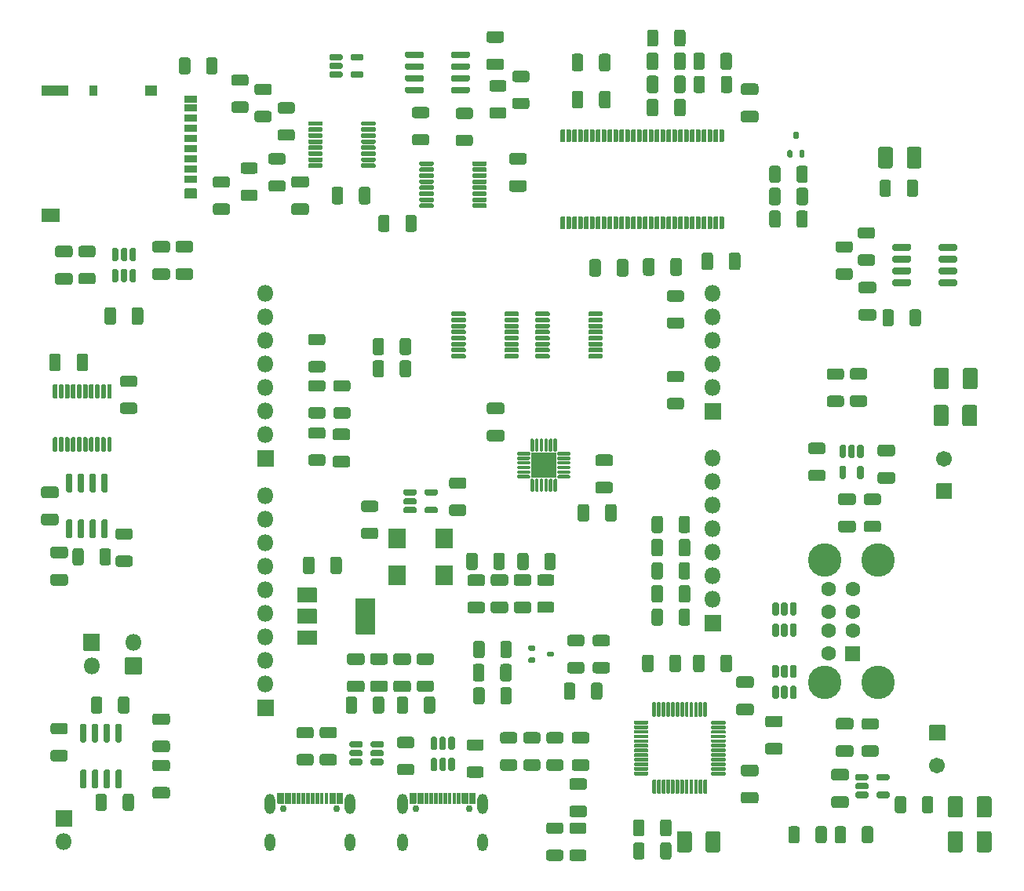
<source format=gts>
G04 #@! TF.GenerationSoftware,KiCad,Pcbnew,8.0.8+1*
G04 #@! TF.CreationDate,2025-07-08T07:12:23+00:00*
G04 #@! TF.ProjectId,mbed-ce-ci-shield-v2,6d626564-2d63-4652-9d63-692d73686965,0*
G04 #@! TF.SameCoordinates,Original*
G04 #@! TF.FileFunction,Soldermask,Top*
G04 #@! TF.FilePolarity,Negative*
%FSLAX46Y46*%
G04 Gerber Fmt 4.6, Leading zero omitted, Abs format (unit mm)*
G04 Created by KiCad (PCBNEW 8.0.8+1) date 2025-07-08 07:12:23*
%MOMM*%
%LPD*%
G01*
G04 APERTURE LIST*
%ADD10O,1.801600X1.801600*%
%ADD11C,1.701600*%
%ADD12C,0.751600*%
%ADD13O,1.101600X2.201600*%
%ADD14O,1.101600X1.901600*%
%ADD15C,1.601600*%
%ADD16C,3.601600*%
G04 APERTURE END LIST*
G36*
G01*
X131321287Y-32399200D02*
X132678713Y-32399200D01*
G75*
G02*
X132950800Y-32671287I0J-272087D01*
G01*
X132950800Y-33378713D01*
G75*
G02*
X132678713Y-33650800I-272087J0D01*
G01*
X131321287Y-33650800D01*
G75*
G02*
X131049200Y-33378713I0J272087D01*
G01*
X131049200Y-32671287D01*
G75*
G02*
X131321287Y-32399200I272087J0D01*
G01*
G37*
G36*
G01*
X131321287Y-35349200D02*
X132678713Y-35349200D01*
G75*
G02*
X132950800Y-35621287I0J-272087D01*
G01*
X132950800Y-36328713D01*
G75*
G02*
X132678713Y-36600800I-272087J0D01*
G01*
X131321287Y-36600800D01*
G75*
G02*
X131049200Y-36328713I0J272087D01*
G01*
X131049200Y-35621287D01*
G75*
G02*
X131321287Y-35349200I272087J0D01*
G01*
G37*
G36*
G01*
X117000800Y-33458946D02*
X117000800Y-34816372D01*
G75*
G02*
X116728713Y-35088459I-272087J0D01*
G01*
X116021287Y-35088459D01*
G75*
G02*
X115749200Y-34816372I0J272087D01*
G01*
X115749200Y-33458946D01*
G75*
G02*
X116021287Y-33186859I272087J0D01*
G01*
X116728713Y-33186859D01*
G75*
G02*
X117000800Y-33458946I0J-272087D01*
G01*
G37*
G36*
G01*
X114050800Y-33458946D02*
X114050800Y-34816372D01*
G75*
G02*
X113778713Y-35088459I-272087J0D01*
G01*
X113071287Y-35088459D01*
G75*
G02*
X112799200Y-34816372I0J272087D01*
G01*
X112799200Y-33458946D01*
G75*
G02*
X113071287Y-33186859I272087J0D01*
G01*
X113778713Y-33186859D01*
G75*
G02*
X114050800Y-33458946I0J-272087D01*
G01*
G37*
G36*
G01*
X104321287Y-85374200D02*
X105678713Y-85374200D01*
G75*
G02*
X105950800Y-85646287I0J-272087D01*
G01*
X105950800Y-86353713D01*
G75*
G02*
X105678713Y-86625800I-272087J0D01*
G01*
X104321287Y-86625800D01*
G75*
G02*
X104049200Y-86353713I0J272087D01*
G01*
X104049200Y-85646287D01*
G75*
G02*
X104321287Y-85374200I272087J0D01*
G01*
G37*
G36*
G01*
X104321287Y-88324200D02*
X105678713Y-88324200D01*
G75*
G02*
X105950800Y-88596287I0J-272087D01*
G01*
X105950800Y-89303713D01*
G75*
G02*
X105678713Y-89575800I-272087J0D01*
G01*
X104321287Y-89575800D01*
G75*
G02*
X104049200Y-89303713I0J272087D01*
G01*
X104049200Y-88596287D01*
G75*
G02*
X104321287Y-88324200I272087J0D01*
G01*
G37*
G36*
G01*
X128772500Y-37386859D02*
X129172500Y-37386859D01*
G75*
G02*
X129223300Y-37437659I0J-50800D01*
G01*
X129223300Y-38637659D01*
G75*
G02*
X129172500Y-38688459I-50800J0D01*
G01*
X128772500Y-38688459D01*
G75*
G02*
X128721700Y-38637659I0J50800D01*
G01*
X128721700Y-37437659D01*
G75*
G02*
X128772500Y-37386859I50800J0D01*
G01*
G37*
G36*
G01*
X128137500Y-37386859D02*
X128537500Y-37386859D01*
G75*
G02*
X128588300Y-37437659I0J-50800D01*
G01*
X128588300Y-38637659D01*
G75*
G02*
X128537500Y-38688459I-50800J0D01*
G01*
X128137500Y-38688459D01*
G75*
G02*
X128086700Y-38637659I0J50800D01*
G01*
X128086700Y-37437659D01*
G75*
G02*
X128137500Y-37386859I50800J0D01*
G01*
G37*
G36*
G01*
X127502500Y-37386859D02*
X127902500Y-37386859D01*
G75*
G02*
X127953300Y-37437659I0J-50800D01*
G01*
X127953300Y-38637659D01*
G75*
G02*
X127902500Y-38688459I-50800J0D01*
G01*
X127502500Y-38688459D01*
G75*
G02*
X127451700Y-38637659I0J50800D01*
G01*
X127451700Y-37437659D01*
G75*
G02*
X127502500Y-37386859I50800J0D01*
G01*
G37*
G36*
G01*
X126867500Y-37386859D02*
X127267500Y-37386859D01*
G75*
G02*
X127318300Y-37437659I0J-50800D01*
G01*
X127318300Y-38637659D01*
G75*
G02*
X127267500Y-38688459I-50800J0D01*
G01*
X126867500Y-38688459D01*
G75*
G02*
X126816700Y-38637659I0J50800D01*
G01*
X126816700Y-37437659D01*
G75*
G02*
X126867500Y-37386859I50800J0D01*
G01*
G37*
G36*
G01*
X126232500Y-37386859D02*
X126632500Y-37386859D01*
G75*
G02*
X126683300Y-37437659I0J-50800D01*
G01*
X126683300Y-38637659D01*
G75*
G02*
X126632500Y-38688459I-50800J0D01*
G01*
X126232500Y-38688459D01*
G75*
G02*
X126181700Y-38637659I0J50800D01*
G01*
X126181700Y-37437659D01*
G75*
G02*
X126232500Y-37386859I50800J0D01*
G01*
G37*
G36*
G01*
X125597500Y-37386859D02*
X125997500Y-37386859D01*
G75*
G02*
X126048300Y-37437659I0J-50800D01*
G01*
X126048300Y-38637659D01*
G75*
G02*
X125997500Y-38688459I-50800J0D01*
G01*
X125597500Y-38688459D01*
G75*
G02*
X125546700Y-38637659I0J50800D01*
G01*
X125546700Y-37437659D01*
G75*
G02*
X125597500Y-37386859I50800J0D01*
G01*
G37*
G36*
G01*
X124962500Y-37386859D02*
X125362500Y-37386859D01*
G75*
G02*
X125413300Y-37437659I0J-50800D01*
G01*
X125413300Y-38637659D01*
G75*
G02*
X125362500Y-38688459I-50800J0D01*
G01*
X124962500Y-38688459D01*
G75*
G02*
X124911700Y-38637659I0J50800D01*
G01*
X124911700Y-37437659D01*
G75*
G02*
X124962500Y-37386859I50800J0D01*
G01*
G37*
G36*
G01*
X124327500Y-37386859D02*
X124727500Y-37386859D01*
G75*
G02*
X124778300Y-37437659I0J-50800D01*
G01*
X124778300Y-38637659D01*
G75*
G02*
X124727500Y-38688459I-50800J0D01*
G01*
X124327500Y-38688459D01*
G75*
G02*
X124276700Y-38637659I0J50800D01*
G01*
X124276700Y-37437659D01*
G75*
G02*
X124327500Y-37386859I50800J0D01*
G01*
G37*
G36*
G01*
X123692500Y-37386859D02*
X124092500Y-37386859D01*
G75*
G02*
X124143300Y-37437659I0J-50800D01*
G01*
X124143300Y-38637659D01*
G75*
G02*
X124092500Y-38688459I-50800J0D01*
G01*
X123692500Y-38688459D01*
G75*
G02*
X123641700Y-38637659I0J50800D01*
G01*
X123641700Y-37437659D01*
G75*
G02*
X123692500Y-37386859I50800J0D01*
G01*
G37*
G36*
G01*
X123057500Y-37386859D02*
X123457500Y-37386859D01*
G75*
G02*
X123508300Y-37437659I0J-50800D01*
G01*
X123508300Y-38637659D01*
G75*
G02*
X123457500Y-38688459I-50800J0D01*
G01*
X123057500Y-38688459D01*
G75*
G02*
X123006700Y-38637659I0J50800D01*
G01*
X123006700Y-37437659D01*
G75*
G02*
X123057500Y-37386859I50800J0D01*
G01*
G37*
G36*
G01*
X122422500Y-37386859D02*
X122822500Y-37386859D01*
G75*
G02*
X122873300Y-37437659I0J-50800D01*
G01*
X122873300Y-38637659D01*
G75*
G02*
X122822500Y-38688459I-50800J0D01*
G01*
X122422500Y-38688459D01*
G75*
G02*
X122371700Y-38637659I0J50800D01*
G01*
X122371700Y-37437659D01*
G75*
G02*
X122422500Y-37386859I50800J0D01*
G01*
G37*
G36*
G01*
X121787500Y-37386859D02*
X122187500Y-37386859D01*
G75*
G02*
X122238300Y-37437659I0J-50800D01*
G01*
X122238300Y-38637659D01*
G75*
G02*
X122187500Y-38688459I-50800J0D01*
G01*
X121787500Y-38688459D01*
G75*
G02*
X121736700Y-38637659I0J50800D01*
G01*
X121736700Y-37437659D01*
G75*
G02*
X121787500Y-37386859I50800J0D01*
G01*
G37*
G36*
G01*
X121152500Y-37386859D02*
X121552500Y-37386859D01*
G75*
G02*
X121603300Y-37437659I0J-50800D01*
G01*
X121603300Y-38637659D01*
G75*
G02*
X121552500Y-38688459I-50800J0D01*
G01*
X121152500Y-38688459D01*
G75*
G02*
X121101700Y-38637659I0J50800D01*
G01*
X121101700Y-37437659D01*
G75*
G02*
X121152500Y-37386859I50800J0D01*
G01*
G37*
G36*
G01*
X120517500Y-37386859D02*
X120917500Y-37386859D01*
G75*
G02*
X120968300Y-37437659I0J-50800D01*
G01*
X120968300Y-38637659D01*
G75*
G02*
X120917500Y-38688459I-50800J0D01*
G01*
X120517500Y-38688459D01*
G75*
G02*
X120466700Y-38637659I0J50800D01*
G01*
X120466700Y-37437659D01*
G75*
G02*
X120517500Y-37386859I50800J0D01*
G01*
G37*
G36*
G01*
X119882500Y-37386859D02*
X120282500Y-37386859D01*
G75*
G02*
X120333300Y-37437659I0J-50800D01*
G01*
X120333300Y-38637659D01*
G75*
G02*
X120282500Y-38688459I-50800J0D01*
G01*
X119882500Y-38688459D01*
G75*
G02*
X119831700Y-38637659I0J50800D01*
G01*
X119831700Y-37437659D01*
G75*
G02*
X119882500Y-37386859I50800J0D01*
G01*
G37*
G36*
G01*
X119247500Y-37386859D02*
X119647500Y-37386859D01*
G75*
G02*
X119698300Y-37437659I0J-50800D01*
G01*
X119698300Y-38637659D01*
G75*
G02*
X119647500Y-38688459I-50800J0D01*
G01*
X119247500Y-38688459D01*
G75*
G02*
X119196700Y-38637659I0J50800D01*
G01*
X119196700Y-37437659D01*
G75*
G02*
X119247500Y-37386859I50800J0D01*
G01*
G37*
G36*
G01*
X118612500Y-37386859D02*
X119012500Y-37386859D01*
G75*
G02*
X119063300Y-37437659I0J-50800D01*
G01*
X119063300Y-38637659D01*
G75*
G02*
X119012500Y-38688459I-50800J0D01*
G01*
X118612500Y-38688459D01*
G75*
G02*
X118561700Y-38637659I0J50800D01*
G01*
X118561700Y-37437659D01*
G75*
G02*
X118612500Y-37386859I50800J0D01*
G01*
G37*
G36*
G01*
X117977500Y-37386859D02*
X118377500Y-37386859D01*
G75*
G02*
X118428300Y-37437659I0J-50800D01*
G01*
X118428300Y-38637659D01*
G75*
G02*
X118377500Y-38688459I-50800J0D01*
G01*
X117977500Y-38688459D01*
G75*
G02*
X117926700Y-38637659I0J50800D01*
G01*
X117926700Y-37437659D01*
G75*
G02*
X117977500Y-37386859I50800J0D01*
G01*
G37*
G36*
G01*
X117342500Y-37386859D02*
X117742500Y-37386859D01*
G75*
G02*
X117793300Y-37437659I0J-50800D01*
G01*
X117793300Y-38637659D01*
G75*
G02*
X117742500Y-38688459I-50800J0D01*
G01*
X117342500Y-38688459D01*
G75*
G02*
X117291700Y-38637659I0J50800D01*
G01*
X117291700Y-37437659D01*
G75*
G02*
X117342500Y-37386859I50800J0D01*
G01*
G37*
G36*
G01*
X116707500Y-37386859D02*
X117107500Y-37386859D01*
G75*
G02*
X117158300Y-37437659I0J-50800D01*
G01*
X117158300Y-38637659D01*
G75*
G02*
X117107500Y-38688459I-50800J0D01*
G01*
X116707500Y-38688459D01*
G75*
G02*
X116656700Y-38637659I0J50800D01*
G01*
X116656700Y-37437659D01*
G75*
G02*
X116707500Y-37386859I50800J0D01*
G01*
G37*
G36*
G01*
X116072500Y-37386859D02*
X116472500Y-37386859D01*
G75*
G02*
X116523300Y-37437659I0J-50800D01*
G01*
X116523300Y-38637659D01*
G75*
G02*
X116472500Y-38688459I-50800J0D01*
G01*
X116072500Y-38688459D01*
G75*
G02*
X116021700Y-38637659I0J50800D01*
G01*
X116021700Y-37437659D01*
G75*
G02*
X116072500Y-37386859I50800J0D01*
G01*
G37*
G36*
G01*
X115437500Y-37386859D02*
X115837500Y-37386859D01*
G75*
G02*
X115888300Y-37437659I0J-50800D01*
G01*
X115888300Y-38637659D01*
G75*
G02*
X115837500Y-38688459I-50800J0D01*
G01*
X115437500Y-38688459D01*
G75*
G02*
X115386700Y-38637659I0J50800D01*
G01*
X115386700Y-37437659D01*
G75*
G02*
X115437500Y-37386859I50800J0D01*
G01*
G37*
G36*
G01*
X114802500Y-37386859D02*
X115202500Y-37386859D01*
G75*
G02*
X115253300Y-37437659I0J-50800D01*
G01*
X115253300Y-38637659D01*
G75*
G02*
X115202500Y-38688459I-50800J0D01*
G01*
X114802500Y-38688459D01*
G75*
G02*
X114751700Y-38637659I0J50800D01*
G01*
X114751700Y-37437659D01*
G75*
G02*
X114802500Y-37386859I50800J0D01*
G01*
G37*
G36*
G01*
X114167500Y-37386859D02*
X114567500Y-37386859D01*
G75*
G02*
X114618300Y-37437659I0J-50800D01*
G01*
X114618300Y-38637659D01*
G75*
G02*
X114567500Y-38688459I-50800J0D01*
G01*
X114167500Y-38688459D01*
G75*
G02*
X114116700Y-38637659I0J50800D01*
G01*
X114116700Y-37437659D01*
G75*
G02*
X114167500Y-37386859I50800J0D01*
G01*
G37*
G36*
G01*
X113532500Y-37386859D02*
X113932500Y-37386859D01*
G75*
G02*
X113983300Y-37437659I0J-50800D01*
G01*
X113983300Y-38637659D01*
G75*
G02*
X113932500Y-38688459I-50800J0D01*
G01*
X113532500Y-38688459D01*
G75*
G02*
X113481700Y-38637659I0J50800D01*
G01*
X113481700Y-37437659D01*
G75*
G02*
X113532500Y-37386859I50800J0D01*
G01*
G37*
G36*
G01*
X112897500Y-37386859D02*
X113297500Y-37386859D01*
G75*
G02*
X113348300Y-37437659I0J-50800D01*
G01*
X113348300Y-38637659D01*
G75*
G02*
X113297500Y-38688459I-50800J0D01*
G01*
X112897500Y-38688459D01*
G75*
G02*
X112846700Y-38637659I0J50800D01*
G01*
X112846700Y-37437659D01*
G75*
G02*
X112897500Y-37386859I50800J0D01*
G01*
G37*
G36*
G01*
X112262500Y-37386859D02*
X112662500Y-37386859D01*
G75*
G02*
X112713300Y-37437659I0J-50800D01*
G01*
X112713300Y-38637659D01*
G75*
G02*
X112662500Y-38688459I-50800J0D01*
G01*
X112262500Y-38688459D01*
G75*
G02*
X112211700Y-38637659I0J50800D01*
G01*
X112211700Y-37437659D01*
G75*
G02*
X112262500Y-37386859I50800J0D01*
G01*
G37*
G36*
G01*
X111627500Y-37386859D02*
X112027500Y-37386859D01*
G75*
G02*
X112078300Y-37437659I0J-50800D01*
G01*
X112078300Y-38637659D01*
G75*
G02*
X112027500Y-38688459I-50800J0D01*
G01*
X111627500Y-38688459D01*
G75*
G02*
X111576700Y-38637659I0J50800D01*
G01*
X111576700Y-37437659D01*
G75*
G02*
X111627500Y-37386859I50800J0D01*
G01*
G37*
G36*
G01*
X111627500Y-46786859D02*
X112027500Y-46786859D01*
G75*
G02*
X112078300Y-46837659I0J-50800D01*
G01*
X112078300Y-48037659D01*
G75*
G02*
X112027500Y-48088459I-50800J0D01*
G01*
X111627500Y-48088459D01*
G75*
G02*
X111576700Y-48037659I0J50800D01*
G01*
X111576700Y-46837659D01*
G75*
G02*
X111627500Y-46786859I50800J0D01*
G01*
G37*
G36*
G01*
X112262500Y-46786859D02*
X112662500Y-46786859D01*
G75*
G02*
X112713300Y-46837659I0J-50800D01*
G01*
X112713300Y-48037659D01*
G75*
G02*
X112662500Y-48088459I-50800J0D01*
G01*
X112262500Y-48088459D01*
G75*
G02*
X112211700Y-48037659I0J50800D01*
G01*
X112211700Y-46837659D01*
G75*
G02*
X112262500Y-46786859I50800J0D01*
G01*
G37*
G36*
G01*
X112897500Y-46786859D02*
X113297500Y-46786859D01*
G75*
G02*
X113348300Y-46837659I0J-50800D01*
G01*
X113348300Y-48037659D01*
G75*
G02*
X113297500Y-48088459I-50800J0D01*
G01*
X112897500Y-48088459D01*
G75*
G02*
X112846700Y-48037659I0J50800D01*
G01*
X112846700Y-46837659D01*
G75*
G02*
X112897500Y-46786859I50800J0D01*
G01*
G37*
G36*
G01*
X113532500Y-46786859D02*
X113932500Y-46786859D01*
G75*
G02*
X113983300Y-46837659I0J-50800D01*
G01*
X113983300Y-48037659D01*
G75*
G02*
X113932500Y-48088459I-50800J0D01*
G01*
X113532500Y-48088459D01*
G75*
G02*
X113481700Y-48037659I0J50800D01*
G01*
X113481700Y-46837659D01*
G75*
G02*
X113532500Y-46786859I50800J0D01*
G01*
G37*
G36*
G01*
X114167500Y-46786859D02*
X114567500Y-46786859D01*
G75*
G02*
X114618300Y-46837659I0J-50800D01*
G01*
X114618300Y-48037659D01*
G75*
G02*
X114567500Y-48088459I-50800J0D01*
G01*
X114167500Y-48088459D01*
G75*
G02*
X114116700Y-48037659I0J50800D01*
G01*
X114116700Y-46837659D01*
G75*
G02*
X114167500Y-46786859I50800J0D01*
G01*
G37*
G36*
G01*
X114802500Y-46786859D02*
X115202500Y-46786859D01*
G75*
G02*
X115253300Y-46837659I0J-50800D01*
G01*
X115253300Y-48037659D01*
G75*
G02*
X115202500Y-48088459I-50800J0D01*
G01*
X114802500Y-48088459D01*
G75*
G02*
X114751700Y-48037659I0J50800D01*
G01*
X114751700Y-46837659D01*
G75*
G02*
X114802500Y-46786859I50800J0D01*
G01*
G37*
G36*
G01*
X115437500Y-46786859D02*
X115837500Y-46786859D01*
G75*
G02*
X115888300Y-46837659I0J-50800D01*
G01*
X115888300Y-48037659D01*
G75*
G02*
X115837500Y-48088459I-50800J0D01*
G01*
X115437500Y-48088459D01*
G75*
G02*
X115386700Y-48037659I0J50800D01*
G01*
X115386700Y-46837659D01*
G75*
G02*
X115437500Y-46786859I50800J0D01*
G01*
G37*
G36*
G01*
X116072500Y-46786859D02*
X116472500Y-46786859D01*
G75*
G02*
X116523300Y-46837659I0J-50800D01*
G01*
X116523300Y-48037659D01*
G75*
G02*
X116472500Y-48088459I-50800J0D01*
G01*
X116072500Y-48088459D01*
G75*
G02*
X116021700Y-48037659I0J50800D01*
G01*
X116021700Y-46837659D01*
G75*
G02*
X116072500Y-46786859I50800J0D01*
G01*
G37*
G36*
G01*
X116707500Y-46786859D02*
X117107500Y-46786859D01*
G75*
G02*
X117158300Y-46837659I0J-50800D01*
G01*
X117158300Y-48037659D01*
G75*
G02*
X117107500Y-48088459I-50800J0D01*
G01*
X116707500Y-48088459D01*
G75*
G02*
X116656700Y-48037659I0J50800D01*
G01*
X116656700Y-46837659D01*
G75*
G02*
X116707500Y-46786859I50800J0D01*
G01*
G37*
G36*
G01*
X117342500Y-46786859D02*
X117742500Y-46786859D01*
G75*
G02*
X117793300Y-46837659I0J-50800D01*
G01*
X117793300Y-48037659D01*
G75*
G02*
X117742500Y-48088459I-50800J0D01*
G01*
X117342500Y-48088459D01*
G75*
G02*
X117291700Y-48037659I0J50800D01*
G01*
X117291700Y-46837659D01*
G75*
G02*
X117342500Y-46786859I50800J0D01*
G01*
G37*
G36*
G01*
X117977500Y-46786859D02*
X118377500Y-46786859D01*
G75*
G02*
X118428300Y-46837659I0J-50800D01*
G01*
X118428300Y-48037659D01*
G75*
G02*
X118377500Y-48088459I-50800J0D01*
G01*
X117977500Y-48088459D01*
G75*
G02*
X117926700Y-48037659I0J50800D01*
G01*
X117926700Y-46837659D01*
G75*
G02*
X117977500Y-46786859I50800J0D01*
G01*
G37*
G36*
G01*
X118612500Y-46786859D02*
X119012500Y-46786859D01*
G75*
G02*
X119063300Y-46837659I0J-50800D01*
G01*
X119063300Y-48037659D01*
G75*
G02*
X119012500Y-48088459I-50800J0D01*
G01*
X118612500Y-48088459D01*
G75*
G02*
X118561700Y-48037659I0J50800D01*
G01*
X118561700Y-46837659D01*
G75*
G02*
X118612500Y-46786859I50800J0D01*
G01*
G37*
G36*
G01*
X119247500Y-46786859D02*
X119647500Y-46786859D01*
G75*
G02*
X119698300Y-46837659I0J-50800D01*
G01*
X119698300Y-48037659D01*
G75*
G02*
X119647500Y-48088459I-50800J0D01*
G01*
X119247500Y-48088459D01*
G75*
G02*
X119196700Y-48037659I0J50800D01*
G01*
X119196700Y-46837659D01*
G75*
G02*
X119247500Y-46786859I50800J0D01*
G01*
G37*
G36*
G01*
X119882500Y-46786859D02*
X120282500Y-46786859D01*
G75*
G02*
X120333300Y-46837659I0J-50800D01*
G01*
X120333300Y-48037659D01*
G75*
G02*
X120282500Y-48088459I-50800J0D01*
G01*
X119882500Y-48088459D01*
G75*
G02*
X119831700Y-48037659I0J50800D01*
G01*
X119831700Y-46837659D01*
G75*
G02*
X119882500Y-46786859I50800J0D01*
G01*
G37*
G36*
G01*
X120517500Y-46786859D02*
X120917500Y-46786859D01*
G75*
G02*
X120968300Y-46837659I0J-50800D01*
G01*
X120968300Y-48037659D01*
G75*
G02*
X120917500Y-48088459I-50800J0D01*
G01*
X120517500Y-48088459D01*
G75*
G02*
X120466700Y-48037659I0J50800D01*
G01*
X120466700Y-46837659D01*
G75*
G02*
X120517500Y-46786859I50800J0D01*
G01*
G37*
G36*
G01*
X121152500Y-46786859D02*
X121552500Y-46786859D01*
G75*
G02*
X121603300Y-46837659I0J-50800D01*
G01*
X121603300Y-48037659D01*
G75*
G02*
X121552500Y-48088459I-50800J0D01*
G01*
X121152500Y-48088459D01*
G75*
G02*
X121101700Y-48037659I0J50800D01*
G01*
X121101700Y-46837659D01*
G75*
G02*
X121152500Y-46786859I50800J0D01*
G01*
G37*
G36*
G01*
X121787500Y-46786859D02*
X122187500Y-46786859D01*
G75*
G02*
X122238300Y-46837659I0J-50800D01*
G01*
X122238300Y-48037659D01*
G75*
G02*
X122187500Y-48088459I-50800J0D01*
G01*
X121787500Y-48088459D01*
G75*
G02*
X121736700Y-48037659I0J50800D01*
G01*
X121736700Y-46837659D01*
G75*
G02*
X121787500Y-46786859I50800J0D01*
G01*
G37*
G36*
G01*
X122422500Y-46786859D02*
X122822500Y-46786859D01*
G75*
G02*
X122873300Y-46837659I0J-50800D01*
G01*
X122873300Y-48037659D01*
G75*
G02*
X122822500Y-48088459I-50800J0D01*
G01*
X122422500Y-48088459D01*
G75*
G02*
X122371700Y-48037659I0J50800D01*
G01*
X122371700Y-46837659D01*
G75*
G02*
X122422500Y-46786859I50800J0D01*
G01*
G37*
G36*
G01*
X123057500Y-46786859D02*
X123457500Y-46786859D01*
G75*
G02*
X123508300Y-46837659I0J-50800D01*
G01*
X123508300Y-48037659D01*
G75*
G02*
X123457500Y-48088459I-50800J0D01*
G01*
X123057500Y-48088459D01*
G75*
G02*
X123006700Y-48037659I0J50800D01*
G01*
X123006700Y-46837659D01*
G75*
G02*
X123057500Y-46786859I50800J0D01*
G01*
G37*
G36*
G01*
X123692500Y-46786859D02*
X124092500Y-46786859D01*
G75*
G02*
X124143300Y-46837659I0J-50800D01*
G01*
X124143300Y-48037659D01*
G75*
G02*
X124092500Y-48088459I-50800J0D01*
G01*
X123692500Y-48088459D01*
G75*
G02*
X123641700Y-48037659I0J50800D01*
G01*
X123641700Y-46837659D01*
G75*
G02*
X123692500Y-46786859I50800J0D01*
G01*
G37*
G36*
G01*
X124327500Y-46786859D02*
X124727500Y-46786859D01*
G75*
G02*
X124778300Y-46837659I0J-50800D01*
G01*
X124778300Y-48037659D01*
G75*
G02*
X124727500Y-48088459I-50800J0D01*
G01*
X124327500Y-48088459D01*
G75*
G02*
X124276700Y-48037659I0J50800D01*
G01*
X124276700Y-46837659D01*
G75*
G02*
X124327500Y-46786859I50800J0D01*
G01*
G37*
G36*
G01*
X124962500Y-46786859D02*
X125362500Y-46786859D01*
G75*
G02*
X125413300Y-46837659I0J-50800D01*
G01*
X125413300Y-48037659D01*
G75*
G02*
X125362500Y-48088459I-50800J0D01*
G01*
X124962500Y-48088459D01*
G75*
G02*
X124911700Y-48037659I0J50800D01*
G01*
X124911700Y-46837659D01*
G75*
G02*
X124962500Y-46786859I50800J0D01*
G01*
G37*
G36*
G01*
X125597500Y-46786859D02*
X125997500Y-46786859D01*
G75*
G02*
X126048300Y-46837659I0J-50800D01*
G01*
X126048300Y-48037659D01*
G75*
G02*
X125997500Y-48088459I-50800J0D01*
G01*
X125597500Y-48088459D01*
G75*
G02*
X125546700Y-48037659I0J50800D01*
G01*
X125546700Y-46837659D01*
G75*
G02*
X125597500Y-46786859I50800J0D01*
G01*
G37*
G36*
G01*
X126232500Y-46786859D02*
X126632500Y-46786859D01*
G75*
G02*
X126683300Y-46837659I0J-50800D01*
G01*
X126683300Y-48037659D01*
G75*
G02*
X126632500Y-48088459I-50800J0D01*
G01*
X126232500Y-48088459D01*
G75*
G02*
X126181700Y-48037659I0J50800D01*
G01*
X126181700Y-46837659D01*
G75*
G02*
X126232500Y-46786859I50800J0D01*
G01*
G37*
G36*
G01*
X126867500Y-46786859D02*
X127267500Y-46786859D01*
G75*
G02*
X127318300Y-46837659I0J-50800D01*
G01*
X127318300Y-48037659D01*
G75*
G02*
X127267500Y-48088459I-50800J0D01*
G01*
X126867500Y-48088459D01*
G75*
G02*
X126816700Y-48037659I0J50800D01*
G01*
X126816700Y-46837659D01*
G75*
G02*
X126867500Y-46786859I50800J0D01*
G01*
G37*
G36*
G01*
X127502500Y-46786859D02*
X127902500Y-46786859D01*
G75*
G02*
X127953300Y-46837659I0J-50800D01*
G01*
X127953300Y-48037659D01*
G75*
G02*
X127902500Y-48088459I-50800J0D01*
G01*
X127502500Y-48088459D01*
G75*
G02*
X127451700Y-48037659I0J50800D01*
G01*
X127451700Y-46837659D01*
G75*
G02*
X127502500Y-46786859I50800J0D01*
G01*
G37*
G36*
G01*
X128137500Y-46786859D02*
X128537500Y-46786859D01*
G75*
G02*
X128588300Y-46837659I0J-50800D01*
G01*
X128588300Y-48037659D01*
G75*
G02*
X128537500Y-48088459I-50800J0D01*
G01*
X128137500Y-48088459D01*
G75*
G02*
X128086700Y-48037659I0J50800D01*
G01*
X128086700Y-46837659D01*
G75*
G02*
X128137500Y-46786859I50800J0D01*
G01*
G37*
G36*
G01*
X128772500Y-46786859D02*
X129172500Y-46786859D01*
G75*
G02*
X129223300Y-46837659I0J-50800D01*
G01*
X129223300Y-48037659D01*
G75*
G02*
X129172500Y-48088459I-50800J0D01*
G01*
X128772500Y-48088459D01*
G75*
G02*
X128721700Y-48037659I0J50800D01*
G01*
X128721700Y-46837659D01*
G75*
G02*
X128772500Y-46786859I50800J0D01*
G01*
G37*
G36*
G01*
X120399200Y-95678713D02*
X120399200Y-94321287D01*
G75*
G02*
X120671287Y-94049200I272087J0D01*
G01*
X121378713Y-94049200D01*
G75*
G02*
X121650800Y-94321287I0J-272087D01*
G01*
X121650800Y-95678713D01*
G75*
G02*
X121378713Y-95950800I-272087J0D01*
G01*
X120671287Y-95950800D01*
G75*
G02*
X120399200Y-95678713I0J272087D01*
G01*
G37*
G36*
G01*
X123349200Y-95678713D02*
X123349200Y-94321287D01*
G75*
G02*
X123621287Y-94049200I272087J0D01*
G01*
X124328713Y-94049200D01*
G75*
G02*
X124600800Y-94321287I0J-272087D01*
G01*
X124600800Y-95678713D01*
G75*
G02*
X124328713Y-95950800I-272087J0D01*
G01*
X123621287Y-95950800D01*
G75*
G02*
X123349200Y-95678713I0J272087D01*
G01*
G37*
G36*
G01*
X124653222Y-67575800D02*
X123346778Y-67575800D01*
G75*
G02*
X123074200Y-67303222I0J272578D01*
G01*
X123074200Y-66621778D01*
G75*
G02*
X123346778Y-66349200I272578J0D01*
G01*
X124653222Y-66349200D01*
G75*
G02*
X124925800Y-66621778I0J-272578D01*
G01*
X124925800Y-67303222D01*
G75*
G02*
X124653222Y-67575800I-272578J0D01*
G01*
G37*
G36*
G01*
X124653222Y-64650800D02*
X123346778Y-64650800D01*
G75*
G02*
X123074200Y-64378222I0J272578D01*
G01*
X123074200Y-63696778D01*
G75*
G02*
X123346778Y-63424200I272578J0D01*
G01*
X124653222Y-63424200D01*
G75*
G02*
X124925800Y-63696778I0J-272578D01*
G01*
X124925800Y-64378222D01*
G75*
G02*
X124653222Y-64650800I-272578J0D01*
G01*
G37*
G36*
G01*
X144596778Y-76674200D02*
X145903222Y-76674200D01*
G75*
G02*
X146175800Y-76946778I0J-272578D01*
G01*
X146175800Y-77628222D01*
G75*
G02*
X145903222Y-77900800I-272578J0D01*
G01*
X144596778Y-77900800D01*
G75*
G02*
X144324200Y-77628222I0J272578D01*
G01*
X144324200Y-76946778D01*
G75*
G02*
X144596778Y-76674200I272578J0D01*
G01*
G37*
G36*
G01*
X144596778Y-79599200D02*
X145903222Y-79599200D01*
G75*
G02*
X146175800Y-79871778I0J-272578D01*
G01*
X146175800Y-80553222D01*
G75*
G02*
X145903222Y-80825800I-272578J0D01*
G01*
X144596778Y-80825800D01*
G75*
G02*
X144324200Y-80553222I0J272578D01*
G01*
X144324200Y-79871778D01*
G75*
G02*
X144596778Y-79599200I272578J0D01*
G01*
G37*
G36*
G01*
X138275800Y-41546778D02*
X138275800Y-42853222D01*
G75*
G02*
X138003222Y-43125800I-272578J0D01*
G01*
X137321778Y-43125800D01*
G75*
G02*
X137049200Y-42853222I0J272578D01*
G01*
X137049200Y-41546778D01*
G75*
G02*
X137321778Y-41274200I272578J0D01*
G01*
X138003222Y-41274200D01*
G75*
G02*
X138275800Y-41546778I0J-272578D01*
G01*
G37*
G36*
G01*
X135350800Y-41546778D02*
X135350800Y-42853222D01*
G75*
G02*
X135078222Y-43125800I-272578J0D01*
G01*
X134396778Y-43125800D01*
G75*
G02*
X134124200Y-42853222I0J272578D01*
G01*
X134124200Y-41546778D01*
G75*
G02*
X134396778Y-41274200I272578J0D01*
G01*
X135078222Y-41274200D01*
G75*
G02*
X135350800Y-41546778I0J-272578D01*
G01*
G37*
G36*
G01*
X143178713Y-80850800D02*
X141821287Y-80850800D01*
G75*
G02*
X141549200Y-80578713I0J272087D01*
G01*
X141549200Y-79871287D01*
G75*
G02*
X141821287Y-79599200I272087J0D01*
G01*
X143178713Y-79599200D01*
G75*
G02*
X143450800Y-79871287I0J-272087D01*
G01*
X143450800Y-80578713D01*
G75*
G02*
X143178713Y-80850800I-272087J0D01*
G01*
G37*
G36*
G01*
X143178713Y-77900800D02*
X141821287Y-77900800D01*
G75*
G02*
X141549200Y-77628713I0J272087D01*
G01*
X141549200Y-76921287D01*
G75*
G02*
X141821287Y-76649200I272087J0D01*
G01*
X143178713Y-76649200D01*
G75*
G02*
X143450800Y-76921287I0J-272087D01*
G01*
X143450800Y-77628713D01*
G75*
G02*
X143178713Y-77900800I-272087J0D01*
G01*
G37*
G36*
G01*
X145653222Y-105075800D02*
X144346778Y-105075800D01*
G75*
G02*
X144074200Y-104803222I0J272578D01*
G01*
X144074200Y-104121778D01*
G75*
G02*
X144346778Y-103849200I272578J0D01*
G01*
X145653222Y-103849200D01*
G75*
G02*
X145925800Y-104121778I0J-272578D01*
G01*
X145925800Y-104803222D01*
G75*
G02*
X145653222Y-105075800I-272578J0D01*
G01*
G37*
G36*
G01*
X145653222Y-102150800D02*
X144346778Y-102150800D01*
G75*
G02*
X144074200Y-101878222I0J272578D01*
G01*
X144074200Y-101196778D01*
G75*
G02*
X144346778Y-100924200I272578J0D01*
G01*
X145653222Y-100924200D01*
G75*
G02*
X145925800Y-101196778I0J-272578D01*
G01*
X145925800Y-101878222D01*
G75*
G02*
X145653222Y-102150800I-272578J0D01*
G01*
G37*
G36*
G01*
X67821287Y-105399200D02*
X69178713Y-105399200D01*
G75*
G02*
X69450800Y-105671287I0J-272087D01*
G01*
X69450800Y-106378713D01*
G75*
G02*
X69178713Y-106650800I-272087J0D01*
G01*
X67821287Y-106650800D01*
G75*
G02*
X67549200Y-106378713I0J272087D01*
G01*
X67549200Y-105671287D01*
G75*
G02*
X67821287Y-105399200I272087J0D01*
G01*
G37*
G36*
G01*
X67821287Y-108349200D02*
X69178713Y-108349200D01*
G75*
G02*
X69450800Y-108621287I0J-272087D01*
G01*
X69450800Y-109328713D01*
G75*
G02*
X69178713Y-109600800I-272087J0D01*
G01*
X67821287Y-109600800D01*
G75*
G02*
X67549200Y-109328713I0J272087D01*
G01*
X67549200Y-108621287D01*
G75*
G02*
X67821287Y-108349200I272087J0D01*
G01*
G37*
G36*
G01*
X113071287Y-102399200D02*
X114428713Y-102399200D01*
G75*
G02*
X114700800Y-102671287I0J-272087D01*
G01*
X114700800Y-103378713D01*
G75*
G02*
X114428713Y-103650800I-272087J0D01*
G01*
X113071287Y-103650800D01*
G75*
G02*
X112799200Y-103378713I0J272087D01*
G01*
X112799200Y-102671287D01*
G75*
G02*
X113071287Y-102399200I272087J0D01*
G01*
G37*
G36*
G01*
X113071287Y-105349200D02*
X114428713Y-105349200D01*
G75*
G02*
X114700800Y-105621287I0J-272087D01*
G01*
X114700800Y-106328713D01*
G75*
G02*
X114428713Y-106600800I-272087J0D01*
G01*
X113071287Y-106600800D01*
G75*
G02*
X112799200Y-106328713I0J272087D01*
G01*
X112799200Y-105621287D01*
G75*
G02*
X113071287Y-105349200I272087J0D01*
G01*
G37*
G36*
G01*
X90346778Y-77424200D02*
X91653222Y-77424200D01*
G75*
G02*
X91925800Y-77696778I0J-272578D01*
G01*
X91925800Y-78378222D01*
G75*
G02*
X91653222Y-78650800I-272578J0D01*
G01*
X90346778Y-78650800D01*
G75*
G02*
X90074200Y-78378222I0J272578D01*
G01*
X90074200Y-77696778D01*
G75*
G02*
X90346778Y-77424200I272578J0D01*
G01*
G37*
G36*
G01*
X90346778Y-80349200D02*
X91653222Y-80349200D01*
G75*
G02*
X91925800Y-80621778I0J-272578D01*
G01*
X91925800Y-81303222D01*
G75*
G02*
X91653222Y-81575800I-272578J0D01*
G01*
X90346778Y-81575800D01*
G75*
G02*
X90074200Y-81303222I0J272578D01*
G01*
X90074200Y-80621778D01*
G75*
G02*
X90346778Y-80349200I272578J0D01*
G01*
G37*
G36*
G01*
X103871287Y-26759200D02*
X105228713Y-26759200D01*
G75*
G02*
X105500800Y-27031287I0J-272087D01*
G01*
X105500800Y-27738713D01*
G75*
G02*
X105228713Y-28010800I-272087J0D01*
G01*
X103871287Y-28010800D01*
G75*
G02*
X103599200Y-27738713I0J272087D01*
G01*
X103599200Y-27031287D01*
G75*
G02*
X103871287Y-26759200I272087J0D01*
G01*
G37*
G36*
G01*
X103871287Y-29709200D02*
X105228713Y-29709200D01*
G75*
G02*
X105500800Y-29981287I0J-272087D01*
G01*
X105500800Y-30688713D01*
G75*
G02*
X105228713Y-30960800I-272087J0D01*
G01*
X103871287Y-30960800D01*
G75*
G02*
X103599200Y-30688713I0J272087D01*
G01*
X103599200Y-29981287D01*
G75*
G02*
X103871287Y-29709200I272087J0D01*
G01*
G37*
G36*
G01*
X91650800Y-41149600D02*
X91650800Y-41400400D01*
G75*
G02*
X91525400Y-41525800I-125400J0D01*
G01*
X90199600Y-41525800D01*
G75*
G02*
X90074200Y-41400400I0J125400D01*
G01*
X90074200Y-41149600D01*
G75*
G02*
X90199600Y-41024200I125400J0D01*
G01*
X91525400Y-41024200D01*
G75*
G02*
X91650800Y-41149600I0J-125400D01*
G01*
G37*
G36*
G01*
X91650800Y-40499600D02*
X91650800Y-40750400D01*
G75*
G02*
X91525400Y-40875800I-125400J0D01*
G01*
X90199600Y-40875800D01*
G75*
G02*
X90074200Y-40750400I0J125400D01*
G01*
X90074200Y-40499600D01*
G75*
G02*
X90199600Y-40374200I125400J0D01*
G01*
X91525400Y-40374200D01*
G75*
G02*
X91650800Y-40499600I0J-125400D01*
G01*
G37*
G36*
G01*
X91650800Y-39849600D02*
X91650800Y-40100400D01*
G75*
G02*
X91525400Y-40225800I-125400J0D01*
G01*
X90199600Y-40225800D01*
G75*
G02*
X90074200Y-40100400I0J125400D01*
G01*
X90074200Y-39849600D01*
G75*
G02*
X90199600Y-39724200I125400J0D01*
G01*
X91525400Y-39724200D01*
G75*
G02*
X91650800Y-39849600I0J-125400D01*
G01*
G37*
G36*
G01*
X91650800Y-39199600D02*
X91650800Y-39450400D01*
G75*
G02*
X91525400Y-39575800I-125400J0D01*
G01*
X90199600Y-39575800D01*
G75*
G02*
X90074200Y-39450400I0J125400D01*
G01*
X90074200Y-39199600D01*
G75*
G02*
X90199600Y-39074200I125400J0D01*
G01*
X91525400Y-39074200D01*
G75*
G02*
X91650800Y-39199600I0J-125400D01*
G01*
G37*
G36*
G01*
X91650800Y-38549600D02*
X91650800Y-38800400D01*
G75*
G02*
X91525400Y-38925800I-125400J0D01*
G01*
X90199600Y-38925800D01*
G75*
G02*
X90074200Y-38800400I0J125400D01*
G01*
X90074200Y-38549600D01*
G75*
G02*
X90199600Y-38424200I125400J0D01*
G01*
X91525400Y-38424200D01*
G75*
G02*
X91650800Y-38549600I0J-125400D01*
G01*
G37*
G36*
G01*
X91650800Y-37899600D02*
X91650800Y-38150400D01*
G75*
G02*
X91525400Y-38275800I-125400J0D01*
G01*
X90199600Y-38275800D01*
G75*
G02*
X90074200Y-38150400I0J125400D01*
G01*
X90074200Y-37899600D01*
G75*
G02*
X90199600Y-37774200I125400J0D01*
G01*
X91525400Y-37774200D01*
G75*
G02*
X91650800Y-37899600I0J-125400D01*
G01*
G37*
G36*
G01*
X91650800Y-37249600D02*
X91650800Y-37500400D01*
G75*
G02*
X91525400Y-37625800I-125400J0D01*
G01*
X90199600Y-37625800D01*
G75*
G02*
X90074200Y-37500400I0J125400D01*
G01*
X90074200Y-37249600D01*
G75*
G02*
X90199600Y-37124200I125400J0D01*
G01*
X91525400Y-37124200D01*
G75*
G02*
X91650800Y-37249600I0J-125400D01*
G01*
G37*
G36*
G01*
X91650800Y-36599600D02*
X91650800Y-36850400D01*
G75*
G02*
X91525400Y-36975800I-125400J0D01*
G01*
X90199600Y-36975800D01*
G75*
G02*
X90074200Y-36850400I0J125400D01*
G01*
X90074200Y-36599600D01*
G75*
G02*
X90199600Y-36474200I125400J0D01*
G01*
X91525400Y-36474200D01*
G75*
G02*
X91650800Y-36599600I0J-125400D01*
G01*
G37*
G36*
G01*
X85925800Y-36599600D02*
X85925800Y-36850400D01*
G75*
G02*
X85800400Y-36975800I-125400J0D01*
G01*
X84474600Y-36975800D01*
G75*
G02*
X84349200Y-36850400I0J125400D01*
G01*
X84349200Y-36599600D01*
G75*
G02*
X84474600Y-36474200I125400J0D01*
G01*
X85800400Y-36474200D01*
G75*
G02*
X85925800Y-36599600I0J-125400D01*
G01*
G37*
G36*
G01*
X85925800Y-37249600D02*
X85925800Y-37500400D01*
G75*
G02*
X85800400Y-37625800I-125400J0D01*
G01*
X84474600Y-37625800D01*
G75*
G02*
X84349200Y-37500400I0J125400D01*
G01*
X84349200Y-37249600D01*
G75*
G02*
X84474600Y-37124200I125400J0D01*
G01*
X85800400Y-37124200D01*
G75*
G02*
X85925800Y-37249600I0J-125400D01*
G01*
G37*
G36*
G01*
X85925800Y-37899600D02*
X85925800Y-38150400D01*
G75*
G02*
X85800400Y-38275800I-125400J0D01*
G01*
X84474600Y-38275800D01*
G75*
G02*
X84349200Y-38150400I0J125400D01*
G01*
X84349200Y-37899600D01*
G75*
G02*
X84474600Y-37774200I125400J0D01*
G01*
X85800400Y-37774200D01*
G75*
G02*
X85925800Y-37899600I0J-125400D01*
G01*
G37*
G36*
G01*
X85925800Y-38549600D02*
X85925800Y-38800400D01*
G75*
G02*
X85800400Y-38925800I-125400J0D01*
G01*
X84474600Y-38925800D01*
G75*
G02*
X84349200Y-38800400I0J125400D01*
G01*
X84349200Y-38549600D01*
G75*
G02*
X84474600Y-38424200I125400J0D01*
G01*
X85800400Y-38424200D01*
G75*
G02*
X85925800Y-38549600I0J-125400D01*
G01*
G37*
G36*
G01*
X85925800Y-39199600D02*
X85925800Y-39450400D01*
G75*
G02*
X85800400Y-39575800I-125400J0D01*
G01*
X84474600Y-39575800D01*
G75*
G02*
X84349200Y-39450400I0J125400D01*
G01*
X84349200Y-39199600D01*
G75*
G02*
X84474600Y-39074200I125400J0D01*
G01*
X85800400Y-39074200D01*
G75*
G02*
X85925800Y-39199600I0J-125400D01*
G01*
G37*
G36*
G01*
X85925800Y-39849600D02*
X85925800Y-40100400D01*
G75*
G02*
X85800400Y-40225800I-125400J0D01*
G01*
X84474600Y-40225800D01*
G75*
G02*
X84349200Y-40100400I0J125400D01*
G01*
X84349200Y-39849600D01*
G75*
G02*
X84474600Y-39724200I125400J0D01*
G01*
X85800400Y-39724200D01*
G75*
G02*
X85925800Y-39849600I0J-125400D01*
G01*
G37*
G36*
G01*
X85925800Y-40499600D02*
X85925800Y-40750400D01*
G75*
G02*
X85800400Y-40875800I-125400J0D01*
G01*
X84474600Y-40875800D01*
G75*
G02*
X84349200Y-40750400I0J125400D01*
G01*
X84349200Y-40499600D01*
G75*
G02*
X84474600Y-40374200I125400J0D01*
G01*
X85800400Y-40374200D01*
G75*
G02*
X85925800Y-40499600I0J-125400D01*
G01*
G37*
G36*
G01*
X85925800Y-41149600D02*
X85925800Y-41400400D01*
G75*
G02*
X85800400Y-41525800I-125400J0D01*
G01*
X84474600Y-41525800D01*
G75*
G02*
X84349200Y-41400400I0J125400D01*
G01*
X84349200Y-41149600D01*
G75*
G02*
X84474600Y-41024200I125400J0D01*
G01*
X85800400Y-41024200D01*
G75*
G02*
X85925800Y-41149600I0J-125400D01*
G01*
G37*
G36*
G01*
X82821287Y-42399200D02*
X84178713Y-42399200D01*
G75*
G02*
X84450800Y-42671287I0J-272087D01*
G01*
X84450800Y-43378713D01*
G75*
G02*
X84178713Y-43650800I-272087J0D01*
G01*
X82821287Y-43650800D01*
G75*
G02*
X82549200Y-43378713I0J272087D01*
G01*
X82549200Y-42671287D01*
G75*
G02*
X82821287Y-42399200I272087J0D01*
G01*
G37*
G36*
G01*
X82821287Y-45349200D02*
X84178713Y-45349200D01*
G75*
G02*
X84450800Y-45621287I0J-272087D01*
G01*
X84450800Y-46328713D01*
G75*
G02*
X84178713Y-46600800I-272087J0D01*
G01*
X82821287Y-46600800D01*
G75*
G02*
X82549200Y-46328713I0J272087D01*
G01*
X82549200Y-45621287D01*
G75*
G02*
X82821287Y-45349200I272087J0D01*
G01*
G37*
G36*
G01*
X95475800Y-60146778D02*
X95475800Y-61453222D01*
G75*
G02*
X95203222Y-61725800I-272578J0D01*
G01*
X94521778Y-61725800D01*
G75*
G02*
X94249200Y-61453222I0J272578D01*
G01*
X94249200Y-60146778D01*
G75*
G02*
X94521778Y-59874200I272578J0D01*
G01*
X95203222Y-59874200D01*
G75*
G02*
X95475800Y-60146778I0J-272578D01*
G01*
G37*
G36*
G01*
X92550800Y-60146778D02*
X92550800Y-61453222D01*
G75*
G02*
X92278222Y-61725800I-272578J0D01*
G01*
X91596778Y-61725800D01*
G75*
G02*
X91324200Y-61453222I0J272578D01*
G01*
X91324200Y-60146778D01*
G75*
G02*
X91596778Y-59874200I272578J0D01*
G01*
X92278222Y-59874200D01*
G75*
G02*
X92550800Y-60146778I0J-272578D01*
G01*
G37*
G36*
G01*
X58178713Y-86600800D02*
X56821287Y-86600800D01*
G75*
G02*
X56549200Y-86328713I0J272087D01*
G01*
X56549200Y-85621287D01*
G75*
G02*
X56821287Y-85349200I272087J0D01*
G01*
X58178713Y-85349200D01*
G75*
G02*
X58450800Y-85621287I0J-272087D01*
G01*
X58450800Y-86328713D01*
G75*
G02*
X58178713Y-86600800I-272087J0D01*
G01*
G37*
G36*
G01*
X58178713Y-83650800D02*
X56821287Y-83650800D01*
G75*
G02*
X56549200Y-83378713I0J272087D01*
G01*
X56549200Y-82671287D01*
G75*
G02*
X56821287Y-82399200I272087J0D01*
G01*
X58178713Y-82399200D01*
G75*
G02*
X58450800Y-82671287I0J-272087D01*
G01*
X58450800Y-83378713D01*
G75*
G02*
X58178713Y-83650800I-272087J0D01*
G01*
G37*
G36*
G01*
X105278713Y-71050800D02*
X103921287Y-71050800D01*
G75*
G02*
X103649200Y-70778713I0J272087D01*
G01*
X103649200Y-70071287D01*
G75*
G02*
X103921287Y-69799200I272087J0D01*
G01*
X105278713Y-69799200D01*
G75*
G02*
X105550800Y-70071287I0J-272087D01*
G01*
X105550800Y-70778713D01*
G75*
G02*
X105278713Y-71050800I-272087J0D01*
G01*
G37*
G36*
G01*
X105278713Y-68100800D02*
X103921287Y-68100800D01*
G75*
G02*
X103649200Y-67828713I0J272087D01*
G01*
X103649200Y-67121287D01*
G75*
G02*
X103921287Y-66849200I272087J0D01*
G01*
X105278713Y-66849200D01*
G75*
G02*
X105550800Y-67121287I0J-272087D01*
G01*
X105550800Y-67828713D01*
G75*
G02*
X105278713Y-68100800I-272087J0D01*
G01*
G37*
G36*
G01*
X80650800Y-72020000D02*
X80650800Y-73720000D01*
G75*
G02*
X80600000Y-73770800I-50800J0D01*
G01*
X78900000Y-73770800D01*
G75*
G02*
X78849200Y-73720000I0J50800D01*
G01*
X78849200Y-72020000D01*
G75*
G02*
X78900000Y-71969200I50800J0D01*
G01*
X80600000Y-71969200D01*
G75*
G02*
X80650800Y-72020000I0J-50800D01*
G01*
G37*
D10*
X79750000Y-70330000D03*
X79750000Y-67790000D03*
X79750000Y-65250000D03*
X79750000Y-62710000D03*
X79750000Y-60170000D03*
X79750000Y-57630000D03*
X79750000Y-55090000D03*
G36*
G01*
X131321287Y-105924200D02*
X132678713Y-105924200D01*
G75*
G02*
X132950800Y-106196287I0J-272087D01*
G01*
X132950800Y-106903713D01*
G75*
G02*
X132678713Y-107175800I-272087J0D01*
G01*
X131321287Y-107175800D01*
G75*
G02*
X131049200Y-106903713I0J272087D01*
G01*
X131049200Y-106196287D01*
G75*
G02*
X131321287Y-105924200I272087J0D01*
G01*
G37*
G36*
G01*
X131321287Y-108874200D02*
X132678713Y-108874200D01*
G75*
G02*
X132950800Y-109146287I0J-272087D01*
G01*
X132950800Y-109853713D01*
G75*
G02*
X132678713Y-110125800I-272087J0D01*
G01*
X131321287Y-110125800D01*
G75*
G02*
X131049200Y-109853713I0J272087D01*
G01*
X131049200Y-109146287D01*
G75*
G02*
X131321287Y-108874200I272087J0D01*
G01*
G37*
G36*
G01*
X153800000Y-77253451D02*
X152200000Y-77253451D01*
G75*
G02*
X152149200Y-77202651I0J50800D01*
G01*
X152149200Y-75602651D01*
G75*
G02*
X152200000Y-75551851I50800J0D01*
G01*
X153800000Y-75551851D01*
G75*
G02*
X153850800Y-75602651I0J-50800D01*
G01*
X153850800Y-77202651D01*
G75*
G02*
X153800000Y-77253451I-50800J0D01*
G01*
G37*
D11*
X153000000Y-72902651D03*
G36*
G01*
X90178713Y-98100800D02*
X88821287Y-98100800D01*
G75*
G02*
X88549200Y-97828713I0J272087D01*
G01*
X88549200Y-97121287D01*
G75*
G02*
X88821287Y-96849200I272087J0D01*
G01*
X90178713Y-96849200D01*
G75*
G02*
X90450800Y-97121287I0J-272087D01*
G01*
X90450800Y-97828713D01*
G75*
G02*
X90178713Y-98100800I-272087J0D01*
G01*
G37*
G36*
G01*
X90178713Y-95150800D02*
X88821287Y-95150800D01*
G75*
G02*
X88549200Y-94878713I0J272087D01*
G01*
X88549200Y-94171287D01*
G75*
G02*
X88821287Y-93899200I272087J0D01*
G01*
X90178713Y-93899200D01*
G75*
G02*
X90450800Y-94171287I0J-272087D01*
G01*
X90450800Y-94878713D01*
G75*
G02*
X90178713Y-95150800I-272087J0D01*
G01*
G37*
G36*
G01*
X107100800Y-61712100D02*
X107100800Y-61962900D01*
G75*
G02*
X106975400Y-62088300I-125400J0D01*
G01*
X105649600Y-62088300D01*
G75*
G02*
X105524200Y-61962900I0J125400D01*
G01*
X105524200Y-61712100D01*
G75*
G02*
X105649600Y-61586700I125400J0D01*
G01*
X106975400Y-61586700D01*
G75*
G02*
X107100800Y-61712100I0J-125400D01*
G01*
G37*
G36*
G01*
X107100800Y-61062100D02*
X107100800Y-61312900D01*
G75*
G02*
X106975400Y-61438300I-125400J0D01*
G01*
X105649600Y-61438300D01*
G75*
G02*
X105524200Y-61312900I0J125400D01*
G01*
X105524200Y-61062100D01*
G75*
G02*
X105649600Y-60936700I125400J0D01*
G01*
X106975400Y-60936700D01*
G75*
G02*
X107100800Y-61062100I0J-125400D01*
G01*
G37*
G36*
G01*
X107100800Y-60412100D02*
X107100800Y-60662900D01*
G75*
G02*
X106975400Y-60788300I-125400J0D01*
G01*
X105649600Y-60788300D01*
G75*
G02*
X105524200Y-60662900I0J125400D01*
G01*
X105524200Y-60412100D01*
G75*
G02*
X105649600Y-60286700I125400J0D01*
G01*
X106975400Y-60286700D01*
G75*
G02*
X107100800Y-60412100I0J-125400D01*
G01*
G37*
G36*
G01*
X107100800Y-59762100D02*
X107100800Y-60012900D01*
G75*
G02*
X106975400Y-60138300I-125400J0D01*
G01*
X105649600Y-60138300D01*
G75*
G02*
X105524200Y-60012900I0J125400D01*
G01*
X105524200Y-59762100D01*
G75*
G02*
X105649600Y-59636700I125400J0D01*
G01*
X106975400Y-59636700D01*
G75*
G02*
X107100800Y-59762100I0J-125400D01*
G01*
G37*
G36*
G01*
X107100800Y-59112100D02*
X107100800Y-59362900D01*
G75*
G02*
X106975400Y-59488300I-125400J0D01*
G01*
X105649600Y-59488300D01*
G75*
G02*
X105524200Y-59362900I0J125400D01*
G01*
X105524200Y-59112100D01*
G75*
G02*
X105649600Y-58986700I125400J0D01*
G01*
X106975400Y-58986700D01*
G75*
G02*
X107100800Y-59112100I0J-125400D01*
G01*
G37*
G36*
G01*
X107100800Y-58462100D02*
X107100800Y-58712900D01*
G75*
G02*
X106975400Y-58838300I-125400J0D01*
G01*
X105649600Y-58838300D01*
G75*
G02*
X105524200Y-58712900I0J125400D01*
G01*
X105524200Y-58462100D01*
G75*
G02*
X105649600Y-58336700I125400J0D01*
G01*
X106975400Y-58336700D01*
G75*
G02*
X107100800Y-58462100I0J-125400D01*
G01*
G37*
G36*
G01*
X107100800Y-57812100D02*
X107100800Y-58062900D01*
G75*
G02*
X106975400Y-58188300I-125400J0D01*
G01*
X105649600Y-58188300D01*
G75*
G02*
X105524200Y-58062900I0J125400D01*
G01*
X105524200Y-57812100D01*
G75*
G02*
X105649600Y-57686700I125400J0D01*
G01*
X106975400Y-57686700D01*
G75*
G02*
X107100800Y-57812100I0J-125400D01*
G01*
G37*
G36*
G01*
X107100800Y-57162100D02*
X107100800Y-57412900D01*
G75*
G02*
X106975400Y-57538300I-125400J0D01*
G01*
X105649600Y-57538300D01*
G75*
G02*
X105524200Y-57412900I0J125400D01*
G01*
X105524200Y-57162100D01*
G75*
G02*
X105649600Y-57036700I125400J0D01*
G01*
X106975400Y-57036700D01*
G75*
G02*
X107100800Y-57162100I0J-125400D01*
G01*
G37*
G36*
G01*
X101375800Y-57162100D02*
X101375800Y-57412900D01*
G75*
G02*
X101250400Y-57538300I-125400J0D01*
G01*
X99924600Y-57538300D01*
G75*
G02*
X99799200Y-57412900I0J125400D01*
G01*
X99799200Y-57162100D01*
G75*
G02*
X99924600Y-57036700I125400J0D01*
G01*
X101250400Y-57036700D01*
G75*
G02*
X101375800Y-57162100I0J-125400D01*
G01*
G37*
G36*
G01*
X101375800Y-57812100D02*
X101375800Y-58062900D01*
G75*
G02*
X101250400Y-58188300I-125400J0D01*
G01*
X99924600Y-58188300D01*
G75*
G02*
X99799200Y-58062900I0J125400D01*
G01*
X99799200Y-57812100D01*
G75*
G02*
X99924600Y-57686700I125400J0D01*
G01*
X101250400Y-57686700D01*
G75*
G02*
X101375800Y-57812100I0J-125400D01*
G01*
G37*
G36*
G01*
X101375800Y-58462100D02*
X101375800Y-58712900D01*
G75*
G02*
X101250400Y-58838300I-125400J0D01*
G01*
X99924600Y-58838300D01*
G75*
G02*
X99799200Y-58712900I0J125400D01*
G01*
X99799200Y-58462100D01*
G75*
G02*
X99924600Y-58336700I125400J0D01*
G01*
X101250400Y-58336700D01*
G75*
G02*
X101375800Y-58462100I0J-125400D01*
G01*
G37*
G36*
G01*
X101375800Y-59112100D02*
X101375800Y-59362900D01*
G75*
G02*
X101250400Y-59488300I-125400J0D01*
G01*
X99924600Y-59488300D01*
G75*
G02*
X99799200Y-59362900I0J125400D01*
G01*
X99799200Y-59112100D01*
G75*
G02*
X99924600Y-58986700I125400J0D01*
G01*
X101250400Y-58986700D01*
G75*
G02*
X101375800Y-59112100I0J-125400D01*
G01*
G37*
G36*
G01*
X101375800Y-59762100D02*
X101375800Y-60012900D01*
G75*
G02*
X101250400Y-60138300I-125400J0D01*
G01*
X99924600Y-60138300D01*
G75*
G02*
X99799200Y-60012900I0J125400D01*
G01*
X99799200Y-59762100D01*
G75*
G02*
X99924600Y-59636700I125400J0D01*
G01*
X101250400Y-59636700D01*
G75*
G02*
X101375800Y-59762100I0J-125400D01*
G01*
G37*
G36*
G01*
X101375800Y-60412100D02*
X101375800Y-60662900D01*
G75*
G02*
X101250400Y-60788300I-125400J0D01*
G01*
X99924600Y-60788300D01*
G75*
G02*
X99799200Y-60662900I0J125400D01*
G01*
X99799200Y-60412100D01*
G75*
G02*
X99924600Y-60286700I125400J0D01*
G01*
X101250400Y-60286700D01*
G75*
G02*
X101375800Y-60412100I0J-125400D01*
G01*
G37*
G36*
G01*
X101375800Y-61062100D02*
X101375800Y-61312900D01*
G75*
G02*
X101250400Y-61438300I-125400J0D01*
G01*
X99924600Y-61438300D01*
G75*
G02*
X99799200Y-61312900I0J125400D01*
G01*
X99799200Y-61062100D01*
G75*
G02*
X99924600Y-60936700I125400J0D01*
G01*
X101250400Y-60936700D01*
G75*
G02*
X101375800Y-61062100I0J-125400D01*
G01*
G37*
G36*
G01*
X101375800Y-61712100D02*
X101375800Y-61962900D01*
G75*
G02*
X101250400Y-62088300I-125400J0D01*
G01*
X99924600Y-62088300D01*
G75*
G02*
X99799200Y-61962900I0J125400D01*
G01*
X99799200Y-61712100D01*
G75*
G02*
X99924600Y-61586700I125400J0D01*
G01*
X101250400Y-61586700D01*
G75*
G02*
X101375800Y-61712100I0J-125400D01*
G01*
G37*
G36*
G01*
X136524600Y-95149200D02*
X136875400Y-95149200D01*
G75*
G02*
X137050800Y-95324600I0J-175400D01*
G01*
X137050800Y-96400400D01*
G75*
G02*
X136875400Y-96575800I-175400J0D01*
G01*
X136524600Y-96575800D01*
G75*
G02*
X136349200Y-96400400I0J175400D01*
G01*
X136349200Y-95324600D01*
G75*
G02*
X136524600Y-95149200I175400J0D01*
G01*
G37*
G36*
G01*
X135574600Y-95149200D02*
X135925400Y-95149200D01*
G75*
G02*
X136100800Y-95324600I0J-175400D01*
G01*
X136100800Y-96400400D01*
G75*
G02*
X135925400Y-96575800I-175400J0D01*
G01*
X135574600Y-96575800D01*
G75*
G02*
X135399200Y-96400400I0J175400D01*
G01*
X135399200Y-95324600D01*
G75*
G02*
X135574600Y-95149200I175400J0D01*
G01*
G37*
G36*
G01*
X134624600Y-95149200D02*
X134975400Y-95149200D01*
G75*
G02*
X135150800Y-95324600I0J-175400D01*
G01*
X135150800Y-96400400D01*
G75*
G02*
X134975400Y-96575800I-175400J0D01*
G01*
X134624600Y-96575800D01*
G75*
G02*
X134449200Y-96400400I0J175400D01*
G01*
X134449200Y-95324600D01*
G75*
G02*
X134624600Y-95149200I175400J0D01*
G01*
G37*
G36*
G01*
X134624600Y-97424200D02*
X134975400Y-97424200D01*
G75*
G02*
X135150800Y-97599600I0J-175400D01*
G01*
X135150800Y-98675400D01*
G75*
G02*
X134975400Y-98850800I-175400J0D01*
G01*
X134624600Y-98850800D01*
G75*
G02*
X134449200Y-98675400I0J175400D01*
G01*
X134449200Y-97599600D01*
G75*
G02*
X134624600Y-97424200I175400J0D01*
G01*
G37*
G36*
G01*
X135574600Y-97424200D02*
X135925400Y-97424200D01*
G75*
G02*
X136100800Y-97599600I0J-175400D01*
G01*
X136100800Y-98675400D01*
G75*
G02*
X135925400Y-98850800I-175400J0D01*
G01*
X135574600Y-98850800D01*
G75*
G02*
X135399200Y-98675400I0J175400D01*
G01*
X135399200Y-97599600D01*
G75*
G02*
X135574600Y-97424200I175400J0D01*
G01*
G37*
G36*
G01*
X136524600Y-97424200D02*
X136875400Y-97424200D01*
G75*
G02*
X137050800Y-97599600I0J-175400D01*
G01*
X137050800Y-98675400D01*
G75*
G02*
X136875400Y-98850800I-175400J0D01*
G01*
X136524600Y-98850800D01*
G75*
G02*
X136349200Y-98675400I0J175400D01*
G01*
X136349200Y-97599600D01*
G75*
G02*
X136524600Y-97424200I175400J0D01*
G01*
G37*
G36*
G01*
X123575800Y-114596778D02*
X123575800Y-115903222D01*
G75*
G02*
X123303222Y-116175800I-272578J0D01*
G01*
X122621778Y-116175800D01*
G75*
G02*
X122349200Y-115903222I0J272578D01*
G01*
X122349200Y-114596778D01*
G75*
G02*
X122621778Y-114324200I272578J0D01*
G01*
X123303222Y-114324200D01*
G75*
G02*
X123575800Y-114596778I0J-272578D01*
G01*
G37*
G36*
G01*
X120650800Y-114596778D02*
X120650800Y-115903222D01*
G75*
G02*
X120378222Y-116175800I-272578J0D01*
G01*
X119696778Y-116175800D01*
G75*
G02*
X119424200Y-115903222I0J272578D01*
G01*
X119424200Y-114596778D01*
G75*
G02*
X119696778Y-114324200I272578J0D01*
G01*
X120378222Y-114324200D01*
G75*
G02*
X120650800Y-114596778I0J-272578D01*
G01*
G37*
G36*
G01*
X126799200Y-52278713D02*
X126799200Y-50921287D01*
G75*
G02*
X127071287Y-50649200I272087J0D01*
G01*
X127778713Y-50649200D01*
G75*
G02*
X128050800Y-50921287I0J-272087D01*
G01*
X128050800Y-52278713D01*
G75*
G02*
X127778713Y-52550800I-272087J0D01*
G01*
X127071287Y-52550800D01*
G75*
G02*
X126799200Y-52278713I0J272087D01*
G01*
G37*
G36*
G01*
X129749200Y-52278713D02*
X129749200Y-50921287D01*
G75*
G02*
X130021287Y-50649200I272087J0D01*
G01*
X130728713Y-50649200D01*
G75*
G02*
X131000800Y-50921287I0J-272087D01*
G01*
X131000800Y-52278713D01*
G75*
G02*
X130728713Y-52550800I-272087J0D01*
G01*
X130021287Y-52550800D01*
G75*
G02*
X129749200Y-52278713I0J272087D01*
G01*
G37*
G36*
G01*
X116113300Y-97346778D02*
X116113300Y-98653222D01*
G75*
G02*
X115840722Y-98925800I-272578J0D01*
G01*
X115159278Y-98925800D01*
G75*
G02*
X114886700Y-98653222I0J272578D01*
G01*
X114886700Y-97346778D01*
G75*
G02*
X115159278Y-97074200I272578J0D01*
G01*
X115840722Y-97074200D01*
G75*
G02*
X116113300Y-97346778I0J-272578D01*
G01*
G37*
G36*
G01*
X113188300Y-97346778D02*
X113188300Y-98653222D01*
G75*
G02*
X112915722Y-98925800I-272578J0D01*
G01*
X112234278Y-98925800D01*
G75*
G02*
X111961700Y-98653222I0J272578D01*
G01*
X111961700Y-97346778D01*
G75*
G02*
X112234278Y-97074200I272578J0D01*
G01*
X112915722Y-97074200D01*
G75*
G02*
X113188300Y-97346778I0J-272578D01*
G01*
G37*
G36*
G01*
X62229600Y-74499200D02*
X62580400Y-74499200D01*
G75*
G02*
X62755800Y-74674600I0J-175400D01*
G01*
X62755800Y-76375400D01*
G75*
G02*
X62580400Y-76550800I-175400J0D01*
G01*
X62229600Y-76550800D01*
G75*
G02*
X62054200Y-76375400I0J175400D01*
G01*
X62054200Y-74674600D01*
G75*
G02*
X62229600Y-74499200I175400J0D01*
G01*
G37*
G36*
G01*
X60959600Y-74499200D02*
X61310400Y-74499200D01*
G75*
G02*
X61485800Y-74674600I0J-175400D01*
G01*
X61485800Y-76375400D01*
G75*
G02*
X61310400Y-76550800I-175400J0D01*
G01*
X60959600Y-76550800D01*
G75*
G02*
X60784200Y-76375400I0J175400D01*
G01*
X60784200Y-74674600D01*
G75*
G02*
X60959600Y-74499200I175400J0D01*
G01*
G37*
G36*
G01*
X59689600Y-74499200D02*
X60040400Y-74499200D01*
G75*
G02*
X60215800Y-74674600I0J-175400D01*
G01*
X60215800Y-76375400D01*
G75*
G02*
X60040400Y-76550800I-175400J0D01*
G01*
X59689600Y-76550800D01*
G75*
G02*
X59514200Y-76375400I0J175400D01*
G01*
X59514200Y-74674600D01*
G75*
G02*
X59689600Y-74499200I175400J0D01*
G01*
G37*
G36*
G01*
X58419600Y-74499200D02*
X58770400Y-74499200D01*
G75*
G02*
X58945800Y-74674600I0J-175400D01*
G01*
X58945800Y-76375400D01*
G75*
G02*
X58770400Y-76550800I-175400J0D01*
G01*
X58419600Y-76550800D01*
G75*
G02*
X58244200Y-76375400I0J175400D01*
G01*
X58244200Y-74674600D01*
G75*
G02*
X58419600Y-74499200I175400J0D01*
G01*
G37*
G36*
G01*
X58419600Y-79449200D02*
X58770400Y-79449200D01*
G75*
G02*
X58945800Y-79624600I0J-175400D01*
G01*
X58945800Y-81325400D01*
G75*
G02*
X58770400Y-81500800I-175400J0D01*
G01*
X58419600Y-81500800D01*
G75*
G02*
X58244200Y-81325400I0J175400D01*
G01*
X58244200Y-79624600D01*
G75*
G02*
X58419600Y-79449200I175400J0D01*
G01*
G37*
G36*
G01*
X59689600Y-79449200D02*
X60040400Y-79449200D01*
G75*
G02*
X60215800Y-79624600I0J-175400D01*
G01*
X60215800Y-81325400D01*
G75*
G02*
X60040400Y-81500800I-175400J0D01*
G01*
X59689600Y-81500800D01*
G75*
G02*
X59514200Y-81325400I0J175400D01*
G01*
X59514200Y-79624600D01*
G75*
G02*
X59689600Y-79449200I175400J0D01*
G01*
G37*
G36*
G01*
X60959600Y-79449200D02*
X61310400Y-79449200D01*
G75*
G02*
X61485800Y-79624600I0J-175400D01*
G01*
X61485800Y-81325400D01*
G75*
G02*
X61310400Y-81500800I-175400J0D01*
G01*
X60959600Y-81500800D01*
G75*
G02*
X60784200Y-81325400I0J175400D01*
G01*
X60784200Y-79624600D01*
G75*
G02*
X60959600Y-79449200I175400J0D01*
G01*
G37*
G36*
G01*
X62229600Y-79449200D02*
X62580400Y-79449200D01*
G75*
G02*
X62755800Y-79624600I0J-175400D01*
G01*
X62755800Y-81325400D01*
G75*
G02*
X62580400Y-81500800I-175400J0D01*
G01*
X62229600Y-81500800D01*
G75*
G02*
X62054200Y-81325400I0J175400D01*
G01*
X62054200Y-79624600D01*
G75*
G02*
X62229600Y-79449200I175400J0D01*
G01*
G37*
G36*
G01*
X84646778Y-69524200D02*
X85953222Y-69524200D01*
G75*
G02*
X86225800Y-69796778I0J-272578D01*
G01*
X86225800Y-70478222D01*
G75*
G02*
X85953222Y-70750800I-272578J0D01*
G01*
X84646778Y-70750800D01*
G75*
G02*
X84374200Y-70478222I0J272578D01*
G01*
X84374200Y-69796778D01*
G75*
G02*
X84646778Y-69524200I272578J0D01*
G01*
G37*
G36*
G01*
X84646778Y-72449200D02*
X85953222Y-72449200D01*
G75*
G02*
X86225800Y-72721778I0J-272578D01*
G01*
X86225800Y-73403222D01*
G75*
G02*
X85953222Y-73675800I-272578J0D01*
G01*
X84646778Y-73675800D01*
G75*
G02*
X84374200Y-73403222I0J272578D01*
G01*
X84374200Y-72721778D01*
G75*
G02*
X84646778Y-72449200I272578J0D01*
G01*
G37*
G36*
G01*
X75653222Y-46575800D02*
X74346778Y-46575800D01*
G75*
G02*
X74074200Y-46303222I0J272578D01*
G01*
X74074200Y-45621778D01*
G75*
G02*
X74346778Y-45349200I272578J0D01*
G01*
X75653222Y-45349200D01*
G75*
G02*
X75925800Y-45621778I0J-272578D01*
G01*
X75925800Y-46303222D01*
G75*
G02*
X75653222Y-46575800I-272578J0D01*
G01*
G37*
G36*
G01*
X75653222Y-43650800D02*
X74346778Y-43650800D01*
G75*
G02*
X74074200Y-43378222I0J272578D01*
G01*
X74074200Y-42696778D01*
G75*
G02*
X74346778Y-42424200I272578J0D01*
G01*
X75653222Y-42424200D01*
G75*
G02*
X75925800Y-42696778I0J-272578D01*
G01*
X75925800Y-43378222D01*
G75*
G02*
X75653222Y-43650800I-272578J0D01*
G01*
G37*
G36*
G01*
X91100800Y-43821287D02*
X91100800Y-45178713D01*
G75*
G02*
X90828713Y-45450800I-272087J0D01*
G01*
X90121287Y-45450800D01*
G75*
G02*
X89849200Y-45178713I0J272087D01*
G01*
X89849200Y-43821287D01*
G75*
G02*
X90121287Y-43549200I272087J0D01*
G01*
X90828713Y-43549200D01*
G75*
G02*
X91100800Y-43821287I0J-272087D01*
G01*
G37*
G36*
G01*
X88150800Y-43821287D02*
X88150800Y-45178713D01*
G75*
G02*
X87878713Y-45450800I-272087J0D01*
G01*
X87171287Y-45450800D01*
G75*
G02*
X86899200Y-45178713I0J272087D01*
G01*
X86899200Y-43821287D01*
G75*
G02*
X87171287Y-43549200I272087J0D01*
G01*
X87878713Y-43549200D01*
G75*
G02*
X88150800Y-43821287I0J-272087D01*
G01*
G37*
G36*
G01*
X80650800Y-98944000D02*
X80650800Y-100644000D01*
G75*
G02*
X80600000Y-100694800I-50800J0D01*
G01*
X78900000Y-100694800D01*
G75*
G02*
X78849200Y-100644000I0J50800D01*
G01*
X78849200Y-98944000D01*
G75*
G02*
X78900000Y-98893200I50800J0D01*
G01*
X80600000Y-98893200D01*
G75*
G02*
X80650800Y-98944000I0J-50800D01*
G01*
G37*
D10*
X79750000Y-97254000D03*
X79750000Y-94714000D03*
X79750000Y-92174000D03*
X79750000Y-89634000D03*
X79750000Y-87094000D03*
X79750000Y-84554000D03*
X79750000Y-82014000D03*
X79750000Y-79474000D03*
X79750000Y-76934000D03*
G36*
G01*
X114178713Y-111600800D02*
X112821287Y-111600800D01*
G75*
G02*
X112549200Y-111328713I0J272087D01*
G01*
X112549200Y-110621287D01*
G75*
G02*
X112821287Y-110349200I272087J0D01*
G01*
X114178713Y-110349200D01*
G75*
G02*
X114450800Y-110621287I0J-272087D01*
G01*
X114450800Y-111328713D01*
G75*
G02*
X114178713Y-111600800I-272087J0D01*
G01*
G37*
G36*
G01*
X114178713Y-108650800D02*
X112821287Y-108650800D01*
G75*
G02*
X112549200Y-108378713I0J272087D01*
G01*
X112549200Y-107671287D01*
G75*
G02*
X112821287Y-107399200I272087J0D01*
G01*
X114178713Y-107399200D01*
G75*
G02*
X114450800Y-107671287I0J-272087D01*
G01*
X114450800Y-108378713D01*
G75*
G02*
X114178713Y-108650800I-272087J0D01*
G01*
G37*
G36*
G01*
X110346778Y-102424200D02*
X111653222Y-102424200D01*
G75*
G02*
X111925800Y-102696778I0J-272578D01*
G01*
X111925800Y-103378222D01*
G75*
G02*
X111653222Y-103650800I-272578J0D01*
G01*
X110346778Y-103650800D01*
G75*
G02*
X110074200Y-103378222I0J272578D01*
G01*
X110074200Y-102696778D01*
G75*
G02*
X110346778Y-102424200I272578J0D01*
G01*
G37*
G36*
G01*
X110346778Y-105349200D02*
X111653222Y-105349200D01*
G75*
G02*
X111925800Y-105621778I0J-272578D01*
G01*
X111925800Y-106303222D01*
G75*
G02*
X111653222Y-106575800I-272578J0D01*
G01*
X110346778Y-106575800D01*
G75*
G02*
X110074200Y-106303222I0J272578D01*
G01*
X110074200Y-105621778D01*
G75*
G02*
X110346778Y-105349200I272578J0D01*
G01*
G37*
G36*
G01*
X154400800Y-53729600D02*
X154400800Y-54080400D01*
G75*
G02*
X154225400Y-54255800I-175400J0D01*
G01*
X152524600Y-54255800D01*
G75*
G02*
X152349200Y-54080400I0J175400D01*
G01*
X152349200Y-53729600D01*
G75*
G02*
X152524600Y-53554200I175400J0D01*
G01*
X154225400Y-53554200D01*
G75*
G02*
X154400800Y-53729600I0J-175400D01*
G01*
G37*
G36*
G01*
X154400800Y-52459600D02*
X154400800Y-52810400D01*
G75*
G02*
X154225400Y-52985800I-175400J0D01*
G01*
X152524600Y-52985800D01*
G75*
G02*
X152349200Y-52810400I0J175400D01*
G01*
X152349200Y-52459600D01*
G75*
G02*
X152524600Y-52284200I175400J0D01*
G01*
X154225400Y-52284200D01*
G75*
G02*
X154400800Y-52459600I0J-175400D01*
G01*
G37*
G36*
G01*
X154400800Y-51189600D02*
X154400800Y-51540400D01*
G75*
G02*
X154225400Y-51715800I-175400J0D01*
G01*
X152524600Y-51715800D01*
G75*
G02*
X152349200Y-51540400I0J175400D01*
G01*
X152349200Y-51189600D01*
G75*
G02*
X152524600Y-51014200I175400J0D01*
G01*
X154225400Y-51014200D01*
G75*
G02*
X154400800Y-51189600I0J-175400D01*
G01*
G37*
G36*
G01*
X154400800Y-49919600D02*
X154400800Y-50270400D01*
G75*
G02*
X154225400Y-50445800I-175400J0D01*
G01*
X152524600Y-50445800D01*
G75*
G02*
X152349200Y-50270400I0J175400D01*
G01*
X152349200Y-49919600D01*
G75*
G02*
X152524600Y-49744200I175400J0D01*
G01*
X154225400Y-49744200D01*
G75*
G02*
X154400800Y-49919600I0J-175400D01*
G01*
G37*
G36*
G01*
X149450800Y-49919600D02*
X149450800Y-50270400D01*
G75*
G02*
X149275400Y-50445800I-175400J0D01*
G01*
X147574600Y-50445800D01*
G75*
G02*
X147399200Y-50270400I0J175400D01*
G01*
X147399200Y-49919600D01*
G75*
G02*
X147574600Y-49744200I175400J0D01*
G01*
X149275400Y-49744200D01*
G75*
G02*
X149450800Y-49919600I0J-175400D01*
G01*
G37*
G36*
G01*
X149450800Y-51189600D02*
X149450800Y-51540400D01*
G75*
G02*
X149275400Y-51715800I-175400J0D01*
G01*
X147574600Y-51715800D01*
G75*
G02*
X147399200Y-51540400I0J175400D01*
G01*
X147399200Y-51189600D01*
G75*
G02*
X147574600Y-51014200I175400J0D01*
G01*
X149275400Y-51014200D01*
G75*
G02*
X149450800Y-51189600I0J-175400D01*
G01*
G37*
G36*
G01*
X149450800Y-52459600D02*
X149450800Y-52810400D01*
G75*
G02*
X149275400Y-52985800I-175400J0D01*
G01*
X147574600Y-52985800D01*
G75*
G02*
X147399200Y-52810400I0J175400D01*
G01*
X147399200Y-52459600D01*
G75*
G02*
X147574600Y-52284200I175400J0D01*
G01*
X149275400Y-52284200D01*
G75*
G02*
X149450800Y-52459600I0J-175400D01*
G01*
G37*
G36*
G01*
X149450800Y-53729600D02*
X149450800Y-54080400D01*
G75*
G02*
X149275400Y-54255800I-175400J0D01*
G01*
X147574600Y-54255800D01*
G75*
G02*
X147399200Y-54080400I0J175400D01*
G01*
X147399200Y-53729600D01*
G75*
G02*
X147574600Y-53554200I175400J0D01*
G01*
X149275400Y-53554200D01*
G75*
G02*
X149450800Y-53729600I0J-175400D01*
G01*
G37*
G36*
G01*
X78846778Y-32424200D02*
X80153222Y-32424200D01*
G75*
G02*
X80425800Y-32696778I0J-272578D01*
G01*
X80425800Y-33378222D01*
G75*
G02*
X80153222Y-33650800I-272578J0D01*
G01*
X78846778Y-33650800D01*
G75*
G02*
X78574200Y-33378222I0J272578D01*
G01*
X78574200Y-32696778D01*
G75*
G02*
X78846778Y-32424200I272578J0D01*
G01*
G37*
G36*
G01*
X78846778Y-35349200D02*
X80153222Y-35349200D01*
G75*
G02*
X80425800Y-35621778I0J-272578D01*
G01*
X80425800Y-36303222D01*
G75*
G02*
X80153222Y-36575800I-272578J0D01*
G01*
X78846778Y-36575800D01*
G75*
G02*
X78574200Y-36303222I0J272578D01*
G01*
X78574200Y-35621778D01*
G75*
G02*
X78846778Y-35349200I272578J0D01*
G01*
G37*
G36*
G01*
X108237100Y-93074200D02*
X108762900Y-93074200D01*
G75*
G02*
X108900800Y-93212100I0J-137900D01*
G01*
X108900800Y-93487900D01*
G75*
G02*
X108762900Y-93625800I-137900J0D01*
G01*
X108237100Y-93625800D01*
G75*
G02*
X108099200Y-93487900I0J137900D01*
G01*
X108099200Y-93212100D01*
G75*
G02*
X108237100Y-93074200I137900J0D01*
G01*
G37*
G36*
G01*
X108237100Y-94374200D02*
X108762900Y-94374200D01*
G75*
G02*
X108900800Y-94512100I0J-137900D01*
G01*
X108900800Y-94787900D01*
G75*
G02*
X108762900Y-94925800I-137900J0D01*
G01*
X108237100Y-94925800D01*
G75*
G02*
X108099200Y-94787900I0J137900D01*
G01*
X108099200Y-94512100D01*
G75*
G02*
X108237100Y-94374200I137900J0D01*
G01*
G37*
G36*
G01*
X110237100Y-93724200D02*
X110762900Y-93724200D01*
G75*
G02*
X110900800Y-93862100I0J-137900D01*
G01*
X110900800Y-94137900D01*
G75*
G02*
X110762900Y-94275800I-137900J0D01*
G01*
X110237100Y-94275800D01*
G75*
G02*
X110099200Y-94137900I0J137900D01*
G01*
X110099200Y-93862100D01*
G75*
G02*
X110237100Y-93724200I137900J0D01*
G01*
G37*
G36*
G01*
X143096778Y-63136700D02*
X144403222Y-63136700D01*
G75*
G02*
X144675800Y-63409278I0J-272578D01*
G01*
X144675800Y-64090722D01*
G75*
G02*
X144403222Y-64363300I-272578J0D01*
G01*
X143096778Y-64363300D01*
G75*
G02*
X142824200Y-64090722I0J272578D01*
G01*
X142824200Y-63409278D01*
G75*
G02*
X143096778Y-63136700I272578J0D01*
G01*
G37*
G36*
G01*
X143096778Y-66061700D02*
X144403222Y-66061700D01*
G75*
G02*
X144675800Y-66334278I0J-272578D01*
G01*
X144675800Y-67015722D01*
G75*
G02*
X144403222Y-67288300I-272578J0D01*
G01*
X143096778Y-67288300D01*
G75*
G02*
X142824200Y-67015722I0J272578D01*
G01*
X142824200Y-66334278D01*
G75*
G02*
X143096778Y-66061700I272578J0D01*
G01*
G37*
G36*
G01*
X87346778Y-64424200D02*
X88653222Y-64424200D01*
G75*
G02*
X88925800Y-64696778I0J-272578D01*
G01*
X88925800Y-65378222D01*
G75*
G02*
X88653222Y-65650800I-272578J0D01*
G01*
X87346778Y-65650800D01*
G75*
G02*
X87074200Y-65378222I0J272578D01*
G01*
X87074200Y-64696778D01*
G75*
G02*
X87346778Y-64424200I272578J0D01*
G01*
G37*
G36*
G01*
X87346778Y-67349200D02*
X88653222Y-67349200D01*
G75*
G02*
X88925800Y-67621778I0J-272578D01*
G01*
X88925800Y-68303222D01*
G75*
G02*
X88653222Y-68575800I-272578J0D01*
G01*
X87346778Y-68575800D01*
G75*
G02*
X87074200Y-68303222I0J272578D01*
G01*
X87074200Y-67621778D01*
G75*
G02*
X87346778Y-67349200I272578J0D01*
G01*
G37*
G36*
G01*
X92678713Y-98100800D02*
X91321287Y-98100800D01*
G75*
G02*
X91049200Y-97828713I0J272087D01*
G01*
X91049200Y-97121287D01*
G75*
G02*
X91321287Y-96849200I272087J0D01*
G01*
X92678713Y-96849200D01*
G75*
G02*
X92950800Y-97121287I0J-272087D01*
G01*
X92950800Y-97828713D01*
G75*
G02*
X92678713Y-98100800I-272087J0D01*
G01*
G37*
G36*
G01*
X92678713Y-95150800D02*
X91321287Y-95150800D01*
G75*
G02*
X91049200Y-94878713I0J272087D01*
G01*
X91049200Y-94171287D01*
G75*
G02*
X91321287Y-93899200I272087J0D01*
G01*
X92678713Y-93899200D01*
G75*
G02*
X92950800Y-94171287I0J-272087D01*
G01*
X92950800Y-94878713D01*
G75*
G02*
X92678713Y-95150800I-272087J0D01*
G01*
G37*
G36*
G01*
X111075800Y-83346778D02*
X111075800Y-84653222D01*
G75*
G02*
X110803222Y-84925800I-272578J0D01*
G01*
X110121778Y-84925800D01*
G75*
G02*
X109849200Y-84653222I0J272578D01*
G01*
X109849200Y-83346778D01*
G75*
G02*
X110121778Y-83074200I272578J0D01*
G01*
X110803222Y-83074200D01*
G75*
G02*
X111075800Y-83346778I0J-272578D01*
G01*
G37*
G36*
G01*
X108150800Y-83346778D02*
X108150800Y-84653222D01*
G75*
G02*
X107878222Y-84925800I-272578J0D01*
G01*
X107196778Y-84925800D01*
G75*
G02*
X106924200Y-84653222I0J272578D01*
G01*
X106924200Y-83346778D01*
G75*
G02*
X107196778Y-83074200I272578J0D01*
G01*
X107878222Y-83074200D01*
G75*
G02*
X108150800Y-83346778I0J-272578D01*
G01*
G37*
D12*
X95995051Y-110660000D03*
X101775051Y-110660000D03*
G36*
G01*
X95334251Y-110115000D02*
X95334251Y-109010000D01*
G75*
G02*
X95385051Y-108959200I50800J0D01*
G01*
X95985051Y-108959200D01*
G75*
G02*
X96035851Y-109010000I0J-50800D01*
G01*
X96035851Y-110115000D01*
G75*
G02*
X95985051Y-110165800I-50800J0D01*
G01*
X95385051Y-110165800D01*
G75*
G02*
X95334251Y-110115000I0J50800D01*
G01*
G37*
G36*
G01*
X96134251Y-110115000D02*
X96134251Y-109010000D01*
G75*
G02*
X96185051Y-108959200I50800J0D01*
G01*
X96785051Y-108959200D01*
G75*
G02*
X96835851Y-109010000I0J-50800D01*
G01*
X96835851Y-110115000D01*
G75*
G02*
X96785051Y-110165800I-50800J0D01*
G01*
X96185051Y-110165800D01*
G75*
G02*
X96134251Y-110115000I0J50800D01*
G01*
G37*
G36*
G01*
X97434251Y-110160000D02*
X97434251Y-109010000D01*
G75*
G02*
X97485051Y-108959200I50800J0D01*
G01*
X97785051Y-108959200D01*
G75*
G02*
X97835851Y-109010000I0J-50800D01*
G01*
X97835851Y-110160000D01*
G75*
G02*
X97785051Y-110210800I-50800J0D01*
G01*
X97485051Y-110210800D01*
G75*
G02*
X97434251Y-110160000I0J50800D01*
G01*
G37*
G36*
G01*
X98434251Y-110160000D02*
X98434251Y-109010000D01*
G75*
G02*
X98485051Y-108959200I50800J0D01*
G01*
X98785051Y-108959200D01*
G75*
G02*
X98835851Y-109010000I0J-50800D01*
G01*
X98835851Y-110160000D01*
G75*
G02*
X98785051Y-110210800I-50800J0D01*
G01*
X98485051Y-110210800D01*
G75*
G02*
X98434251Y-110160000I0J50800D01*
G01*
G37*
G36*
G01*
X98934251Y-110160000D02*
X98934251Y-109010000D01*
G75*
G02*
X98985051Y-108959200I50800J0D01*
G01*
X99285051Y-108959200D01*
G75*
G02*
X99335851Y-109010000I0J-50800D01*
G01*
X99335851Y-110160000D01*
G75*
G02*
X99285051Y-110210800I-50800J0D01*
G01*
X98985051Y-110210800D01*
G75*
G02*
X98934251Y-110160000I0J50800D01*
G01*
G37*
G36*
G01*
X99934251Y-110160000D02*
X99934251Y-109010000D01*
G75*
G02*
X99985051Y-108959200I50800J0D01*
G01*
X100285051Y-108959200D01*
G75*
G02*
X100335851Y-109010000I0J-50800D01*
G01*
X100335851Y-110160000D01*
G75*
G02*
X100285051Y-110210800I-50800J0D01*
G01*
X99985051Y-110210800D01*
G75*
G02*
X99934251Y-110160000I0J50800D01*
G01*
G37*
G36*
G01*
X100934251Y-110115000D02*
X100934251Y-109010000D01*
G75*
G02*
X100985051Y-108959200I50800J0D01*
G01*
X101585051Y-108959200D01*
G75*
G02*
X101635851Y-109010000I0J-50800D01*
G01*
X101635851Y-110115000D01*
G75*
G02*
X101585051Y-110165800I-50800J0D01*
G01*
X100985051Y-110165800D01*
G75*
G02*
X100934251Y-110115000I0J50800D01*
G01*
G37*
G36*
G01*
X101734251Y-110115000D02*
X101734251Y-109010000D01*
G75*
G02*
X101785051Y-108959200I50800J0D01*
G01*
X102385051Y-108959200D01*
G75*
G02*
X102435851Y-109010000I0J-50800D01*
G01*
X102435851Y-110115000D01*
G75*
G02*
X102385051Y-110165800I-50800J0D01*
G01*
X101785051Y-110165800D01*
G75*
G02*
X101734251Y-110115000I0J50800D01*
G01*
G37*
G36*
G01*
X101734251Y-110115000D02*
X101734251Y-109010000D01*
G75*
G02*
X101785051Y-108959200I50800J0D01*
G01*
X102385051Y-108959200D01*
G75*
G02*
X102435851Y-109010000I0J-50800D01*
G01*
X102435851Y-110115000D01*
G75*
G02*
X102385051Y-110165800I-50800J0D01*
G01*
X101785051Y-110165800D01*
G75*
G02*
X101734251Y-110115000I0J50800D01*
G01*
G37*
G36*
G01*
X100934251Y-110115000D02*
X100934251Y-109010000D01*
G75*
G02*
X100985051Y-108959200I50800J0D01*
G01*
X101585051Y-108959200D01*
G75*
G02*
X101635851Y-109010000I0J-50800D01*
G01*
X101635851Y-110115000D01*
G75*
G02*
X101585051Y-110165800I-50800J0D01*
G01*
X100985051Y-110165800D01*
G75*
G02*
X100934251Y-110115000I0J50800D01*
G01*
G37*
G36*
G01*
X100434251Y-110160000D02*
X100434251Y-109010000D01*
G75*
G02*
X100485051Y-108959200I50800J0D01*
G01*
X100785051Y-108959200D01*
G75*
G02*
X100835851Y-109010000I0J-50800D01*
G01*
X100835851Y-110160000D01*
G75*
G02*
X100785051Y-110210800I-50800J0D01*
G01*
X100485051Y-110210800D01*
G75*
G02*
X100434251Y-110160000I0J50800D01*
G01*
G37*
G36*
G01*
X99434251Y-110160000D02*
X99434251Y-109010000D01*
G75*
G02*
X99485051Y-108959200I50800J0D01*
G01*
X99785051Y-108959200D01*
G75*
G02*
X99835851Y-109010000I0J-50800D01*
G01*
X99835851Y-110160000D01*
G75*
G02*
X99785051Y-110210800I-50800J0D01*
G01*
X99485051Y-110210800D01*
G75*
G02*
X99434251Y-110160000I0J50800D01*
G01*
G37*
G36*
G01*
X97934251Y-110160000D02*
X97934251Y-109010000D01*
G75*
G02*
X97985051Y-108959200I50800J0D01*
G01*
X98285051Y-108959200D01*
G75*
G02*
X98335851Y-109010000I0J-50800D01*
G01*
X98335851Y-110160000D01*
G75*
G02*
X98285051Y-110210800I-50800J0D01*
G01*
X97985051Y-110210800D01*
G75*
G02*
X97934251Y-110160000I0J50800D01*
G01*
G37*
G36*
G01*
X96934251Y-110160000D02*
X96934251Y-109010000D01*
G75*
G02*
X96985051Y-108959200I50800J0D01*
G01*
X97285051Y-108959200D01*
G75*
G02*
X97335851Y-109010000I0J-50800D01*
G01*
X97335851Y-110160000D01*
G75*
G02*
X97285051Y-110210800I-50800J0D01*
G01*
X96985051Y-110210800D01*
G75*
G02*
X96934251Y-110160000I0J50800D01*
G01*
G37*
G36*
G01*
X96134251Y-110115000D02*
X96134251Y-109010000D01*
G75*
G02*
X96185051Y-108959200I50800J0D01*
G01*
X96785051Y-108959200D01*
G75*
G02*
X96835851Y-109010000I0J-50800D01*
G01*
X96835851Y-110115000D01*
G75*
G02*
X96785051Y-110165800I-50800J0D01*
G01*
X96185051Y-110165800D01*
G75*
G02*
X96134251Y-110115000I0J50800D01*
G01*
G37*
G36*
G01*
X95334251Y-110115000D02*
X95334251Y-109010000D01*
G75*
G02*
X95385051Y-108959200I50800J0D01*
G01*
X95985051Y-108959200D01*
G75*
G02*
X96035851Y-109010000I0J-50800D01*
G01*
X96035851Y-110115000D01*
G75*
G02*
X95985051Y-110165800I-50800J0D01*
G01*
X95385051Y-110165800D01*
G75*
G02*
X95334251Y-110115000I0J50800D01*
G01*
G37*
D13*
X94565051Y-110160000D03*
D14*
X94565051Y-114340000D03*
D13*
X103205051Y-110160000D03*
D14*
X103205051Y-114340000D03*
G36*
G01*
X92523351Y-105464600D02*
X92523351Y-105815400D01*
G75*
G02*
X92347951Y-105990800I-175400J0D01*
G01*
X91272151Y-105990800D01*
G75*
G02*
X91096751Y-105815400I0J175400D01*
G01*
X91096751Y-105464600D01*
G75*
G02*
X91272151Y-105289200I175400J0D01*
G01*
X92347951Y-105289200D01*
G75*
G02*
X92523351Y-105464600I0J-175400D01*
G01*
G37*
G36*
G01*
X92523351Y-104514600D02*
X92523351Y-104865400D01*
G75*
G02*
X92347951Y-105040800I-175400J0D01*
G01*
X91272151Y-105040800D01*
G75*
G02*
X91096751Y-104865400I0J175400D01*
G01*
X91096751Y-104514600D01*
G75*
G02*
X91272151Y-104339200I175400J0D01*
G01*
X92347951Y-104339200D01*
G75*
G02*
X92523351Y-104514600I0J-175400D01*
G01*
G37*
G36*
G01*
X92523351Y-103564600D02*
X92523351Y-103915400D01*
G75*
G02*
X92347951Y-104090800I-175400J0D01*
G01*
X91272151Y-104090800D01*
G75*
G02*
X91096751Y-103915400I0J175400D01*
G01*
X91096751Y-103564600D01*
G75*
G02*
X91272151Y-103389200I175400J0D01*
G01*
X92347951Y-103389200D01*
G75*
G02*
X92523351Y-103564600I0J-175400D01*
G01*
G37*
G36*
G01*
X90248351Y-103564600D02*
X90248351Y-103915400D01*
G75*
G02*
X90072951Y-104090800I-175400J0D01*
G01*
X88997151Y-104090800D01*
G75*
G02*
X88821751Y-103915400I0J175400D01*
G01*
X88821751Y-103564600D01*
G75*
G02*
X88997151Y-103389200I175400J0D01*
G01*
X90072951Y-103389200D01*
G75*
G02*
X90248351Y-103564600I0J-175400D01*
G01*
G37*
G36*
G01*
X90248351Y-104514600D02*
X90248351Y-104865400D01*
G75*
G02*
X90072951Y-105040800I-175400J0D01*
G01*
X88997151Y-105040800D01*
G75*
G02*
X88821751Y-104865400I0J175400D01*
G01*
X88821751Y-104514600D01*
G75*
G02*
X88997151Y-104339200I175400J0D01*
G01*
X90072951Y-104339200D01*
G75*
G02*
X90248351Y-104514600I0J-175400D01*
G01*
G37*
G36*
G01*
X90248351Y-105464600D02*
X90248351Y-105815400D01*
G75*
G02*
X90072951Y-105990800I-175400J0D01*
G01*
X88997151Y-105990800D01*
G75*
G02*
X88821751Y-105815400I0J175400D01*
G01*
X88821751Y-105464600D01*
G75*
G02*
X88997151Y-105289200I175400J0D01*
G01*
X90072951Y-105289200D01*
G75*
G02*
X90248351Y-105464600I0J-175400D01*
G01*
G37*
G36*
G01*
X125075800Y-26846778D02*
X125075800Y-28153222D01*
G75*
G02*
X124803222Y-28425800I-272578J0D01*
G01*
X124121778Y-28425800D01*
G75*
G02*
X123849200Y-28153222I0J272578D01*
G01*
X123849200Y-26846778D01*
G75*
G02*
X124121778Y-26574200I272578J0D01*
G01*
X124803222Y-26574200D01*
G75*
G02*
X125075800Y-26846778I0J-272578D01*
G01*
G37*
G36*
G01*
X122150800Y-26846778D02*
X122150800Y-28153222D01*
G75*
G02*
X121878222Y-28425800I-272578J0D01*
G01*
X121196778Y-28425800D01*
G75*
G02*
X120924200Y-28153222I0J272578D01*
G01*
X120924200Y-26846778D01*
G75*
G02*
X121196778Y-26574200I272578J0D01*
G01*
X121878222Y-26574200D01*
G75*
G02*
X122150800Y-26846778I0J-272578D01*
G01*
G37*
G36*
G01*
X63846778Y-80424200D02*
X65153222Y-80424200D01*
G75*
G02*
X65425800Y-80696778I0J-272578D01*
G01*
X65425800Y-81378222D01*
G75*
G02*
X65153222Y-81650800I-272578J0D01*
G01*
X63846778Y-81650800D01*
G75*
G02*
X63574200Y-81378222I0J272578D01*
G01*
X63574200Y-80696778D01*
G75*
G02*
X63846778Y-80424200I272578J0D01*
G01*
G37*
G36*
G01*
X63846778Y-83349200D02*
X65153222Y-83349200D01*
G75*
G02*
X65425800Y-83621778I0J-272578D01*
G01*
X65425800Y-84303222D01*
G75*
G02*
X65153222Y-84575800I-272578J0D01*
G01*
X63846778Y-84575800D01*
G75*
G02*
X63574200Y-84303222I0J272578D01*
G01*
X63574200Y-83621778D01*
G75*
G02*
X63846778Y-83349200I272578J0D01*
G01*
G37*
G36*
G01*
X94649200Y-76725400D02*
X94649200Y-76374600D01*
G75*
G02*
X94824600Y-76199200I175400J0D01*
G01*
X95900400Y-76199200D01*
G75*
G02*
X96075800Y-76374600I0J-175400D01*
G01*
X96075800Y-76725400D01*
G75*
G02*
X95900400Y-76900800I-175400J0D01*
G01*
X94824600Y-76900800D01*
G75*
G02*
X94649200Y-76725400I0J175400D01*
G01*
G37*
G36*
G01*
X94649200Y-77675400D02*
X94649200Y-77324600D01*
G75*
G02*
X94824600Y-77149200I175400J0D01*
G01*
X95900400Y-77149200D01*
G75*
G02*
X96075800Y-77324600I0J-175400D01*
G01*
X96075800Y-77675400D01*
G75*
G02*
X95900400Y-77850800I-175400J0D01*
G01*
X94824600Y-77850800D01*
G75*
G02*
X94649200Y-77675400I0J175400D01*
G01*
G37*
G36*
G01*
X94649200Y-78625400D02*
X94649200Y-78274600D01*
G75*
G02*
X94824600Y-78099200I175400J0D01*
G01*
X95900400Y-78099200D01*
G75*
G02*
X96075800Y-78274600I0J-175400D01*
G01*
X96075800Y-78625400D01*
G75*
G02*
X95900400Y-78800800I-175400J0D01*
G01*
X94824600Y-78800800D01*
G75*
G02*
X94649200Y-78625400I0J175400D01*
G01*
G37*
G36*
G01*
X96924200Y-78625400D02*
X96924200Y-78274600D01*
G75*
G02*
X97099600Y-78099200I175400J0D01*
G01*
X98175400Y-78099200D01*
G75*
G02*
X98350800Y-78274600I0J-175400D01*
G01*
X98350800Y-78625400D01*
G75*
G02*
X98175400Y-78800800I-175400J0D01*
G01*
X97099600Y-78800800D01*
G75*
G02*
X96924200Y-78625400I0J175400D01*
G01*
G37*
G36*
G01*
X96924200Y-76725400D02*
X96924200Y-76374600D01*
G75*
G02*
X97099600Y-76199200I175400J0D01*
G01*
X98175400Y-76199200D01*
G75*
G02*
X98350800Y-76374600I0J-175400D01*
G01*
X98350800Y-76725400D01*
G75*
G02*
X98175400Y-76900800I-175400J0D01*
G01*
X97099600Y-76900800D01*
G75*
G02*
X96924200Y-76725400I0J175400D01*
G01*
G37*
G36*
G01*
X64346778Y-63924200D02*
X65653222Y-63924200D01*
G75*
G02*
X65925800Y-64196778I0J-272578D01*
G01*
X65925800Y-64878222D01*
G75*
G02*
X65653222Y-65150800I-272578J0D01*
G01*
X64346778Y-65150800D01*
G75*
G02*
X64074200Y-64878222I0J272578D01*
G01*
X64074200Y-64196778D01*
G75*
G02*
X64346778Y-63924200I272578J0D01*
G01*
G37*
G36*
G01*
X64346778Y-66849200D02*
X65653222Y-66849200D01*
G75*
G02*
X65925800Y-67121778I0J-272578D01*
G01*
X65925800Y-67803222D01*
G75*
G02*
X65653222Y-68075800I-272578J0D01*
G01*
X64346778Y-68075800D01*
G75*
G02*
X64074200Y-67803222I0J272578D01*
G01*
X64074200Y-67121778D01*
G75*
G02*
X64346778Y-66849200I272578J0D01*
G01*
G37*
G36*
G01*
X117650800Y-78071287D02*
X117650800Y-79428713D01*
G75*
G02*
X117378713Y-79700800I-272087J0D01*
G01*
X116671287Y-79700800D01*
G75*
G02*
X116399200Y-79428713I0J272087D01*
G01*
X116399200Y-78071287D01*
G75*
G02*
X116671287Y-77799200I272087J0D01*
G01*
X117378713Y-77799200D01*
G75*
G02*
X117650800Y-78071287I0J-272087D01*
G01*
G37*
G36*
G01*
X114700800Y-78071287D02*
X114700800Y-79428713D01*
G75*
G02*
X114428713Y-79700800I-272087J0D01*
G01*
X113721287Y-79700800D01*
G75*
G02*
X113449200Y-79428713I0J272087D01*
G01*
X113449200Y-78071287D01*
G75*
G02*
X113721287Y-77799200I272087J0D01*
G01*
X114428713Y-77799200D01*
G75*
G02*
X114700800Y-78071287I0J-272087D01*
G01*
G37*
G36*
G01*
X121424200Y-90653222D02*
X121424200Y-89346778D01*
G75*
G02*
X121696778Y-89074200I272578J0D01*
G01*
X122378222Y-89074200D01*
G75*
G02*
X122650800Y-89346778I0J-272578D01*
G01*
X122650800Y-90653222D01*
G75*
G02*
X122378222Y-90925800I-272578J0D01*
G01*
X121696778Y-90925800D01*
G75*
G02*
X121424200Y-90653222I0J272578D01*
G01*
G37*
G36*
G01*
X124349200Y-90653222D02*
X124349200Y-89346778D01*
G75*
G02*
X124621778Y-89074200I272578J0D01*
G01*
X125303222Y-89074200D01*
G75*
G02*
X125575800Y-89346778I0J-272578D01*
G01*
X125575800Y-90653222D01*
G75*
G02*
X125303222Y-90925800I-272578J0D01*
G01*
X124621778Y-90925800D01*
G75*
G02*
X124349200Y-90653222I0J272578D01*
G01*
G37*
G36*
G01*
X125600800Y-81821287D02*
X125600800Y-83178713D01*
G75*
G02*
X125328713Y-83450800I-272087J0D01*
G01*
X124621287Y-83450800D01*
G75*
G02*
X124349200Y-83178713I0J272087D01*
G01*
X124349200Y-81821287D01*
G75*
G02*
X124621287Y-81549200I272087J0D01*
G01*
X125328713Y-81549200D01*
G75*
G02*
X125600800Y-81821287I0J-272087D01*
G01*
G37*
G36*
G01*
X122650800Y-81821287D02*
X122650800Y-83178713D01*
G75*
G02*
X122378713Y-83450800I-272087J0D01*
G01*
X121671287Y-83450800D01*
G75*
G02*
X121399200Y-83178713I0J272087D01*
G01*
X121399200Y-81821287D01*
G75*
G02*
X121671287Y-81549200I272087J0D01*
G01*
X122378713Y-81549200D01*
G75*
G02*
X122650800Y-81821287I0J-272087D01*
G01*
G37*
G36*
G01*
X97153222Y-39075800D02*
X95846778Y-39075800D01*
G75*
G02*
X95574200Y-38803222I0J272578D01*
G01*
X95574200Y-38121778D01*
G75*
G02*
X95846778Y-37849200I272578J0D01*
G01*
X97153222Y-37849200D01*
G75*
G02*
X97425800Y-38121778I0J-272578D01*
G01*
X97425800Y-38803222D01*
G75*
G02*
X97153222Y-39075800I-272578J0D01*
G01*
G37*
G36*
G01*
X97153222Y-36150800D02*
X95846778Y-36150800D01*
G75*
G02*
X95574200Y-35878222I0J272578D01*
G01*
X95574200Y-35196778D01*
G75*
G02*
X95846778Y-34924200I272578J0D01*
G01*
X97153222Y-34924200D01*
G75*
G02*
X97425800Y-35196778I0J-272578D01*
G01*
X97425800Y-35878222D01*
G75*
G02*
X97153222Y-36150800I-272578J0D01*
G01*
G37*
G36*
G01*
X69178713Y-53600800D02*
X67821287Y-53600800D01*
G75*
G02*
X67549200Y-53328713I0J272087D01*
G01*
X67549200Y-52621287D01*
G75*
G02*
X67821287Y-52349200I272087J0D01*
G01*
X69178713Y-52349200D01*
G75*
G02*
X69450800Y-52621287I0J-272087D01*
G01*
X69450800Y-53328713D01*
G75*
G02*
X69178713Y-53600800I-272087J0D01*
G01*
G37*
G36*
G01*
X69178713Y-50650800D02*
X67821287Y-50650800D01*
G75*
G02*
X67549200Y-50378713I0J272087D01*
G01*
X67549200Y-49671287D01*
G75*
G02*
X67821287Y-49399200I272087J0D01*
G01*
X69178713Y-49399200D01*
G75*
G02*
X69450800Y-49671287I0J-272087D01*
G01*
X69450800Y-50378713D01*
G75*
G02*
X69178713Y-50650800I-272087J0D01*
G01*
G37*
G36*
G01*
X130113300Y-31846778D02*
X130113300Y-33153222D01*
G75*
G02*
X129840722Y-33425800I-272578J0D01*
G01*
X129159278Y-33425800D01*
G75*
G02*
X128886700Y-33153222I0J272578D01*
G01*
X128886700Y-31846778D01*
G75*
G02*
X129159278Y-31574200I272578J0D01*
G01*
X129840722Y-31574200D01*
G75*
G02*
X130113300Y-31846778I0J-272578D01*
G01*
G37*
G36*
G01*
X127188300Y-31846778D02*
X127188300Y-33153222D01*
G75*
G02*
X126915722Y-33425800I-272578J0D01*
G01*
X126234278Y-33425800D01*
G75*
G02*
X125961700Y-33153222I0J272578D01*
G01*
X125961700Y-31846778D01*
G75*
G02*
X126234278Y-31574200I272578J0D01*
G01*
X126915722Y-31574200D01*
G75*
G02*
X127188300Y-31846778I0J-272578D01*
G01*
G37*
G36*
G01*
X100556778Y-35014200D02*
X101863222Y-35014200D01*
G75*
G02*
X102135800Y-35286778I0J-272578D01*
G01*
X102135800Y-35968222D01*
G75*
G02*
X101863222Y-36240800I-272578J0D01*
G01*
X100556778Y-36240800D01*
G75*
G02*
X100284200Y-35968222I0J272578D01*
G01*
X100284200Y-35286778D01*
G75*
G02*
X100556778Y-35014200I272578J0D01*
G01*
G37*
G36*
G01*
X100556778Y-37939200D02*
X101863222Y-37939200D01*
G75*
G02*
X102135800Y-38211778I0J-272578D01*
G01*
X102135800Y-38893222D01*
G75*
G02*
X101863222Y-39165800I-272578J0D01*
G01*
X100556778Y-39165800D01*
G75*
G02*
X100284200Y-38893222I0J272578D01*
G01*
X100284200Y-38211778D01*
G75*
G02*
X100556778Y-37939200I272578J0D01*
G01*
G37*
G36*
G01*
X143774600Y-71399200D02*
X144125400Y-71399200D01*
G75*
G02*
X144300800Y-71574600I0J-175400D01*
G01*
X144300800Y-72650400D01*
G75*
G02*
X144125400Y-72825800I-175400J0D01*
G01*
X143774600Y-72825800D01*
G75*
G02*
X143599200Y-72650400I0J175400D01*
G01*
X143599200Y-71574600D01*
G75*
G02*
X143774600Y-71399200I175400J0D01*
G01*
G37*
G36*
G01*
X142824600Y-71399200D02*
X143175400Y-71399200D01*
G75*
G02*
X143350800Y-71574600I0J-175400D01*
G01*
X143350800Y-72650400D01*
G75*
G02*
X143175400Y-72825800I-175400J0D01*
G01*
X142824600Y-72825800D01*
G75*
G02*
X142649200Y-72650400I0J175400D01*
G01*
X142649200Y-71574600D01*
G75*
G02*
X142824600Y-71399200I175400J0D01*
G01*
G37*
G36*
G01*
X141874600Y-71399200D02*
X142225400Y-71399200D01*
G75*
G02*
X142400800Y-71574600I0J-175400D01*
G01*
X142400800Y-72650400D01*
G75*
G02*
X142225400Y-72825800I-175400J0D01*
G01*
X141874600Y-72825800D01*
G75*
G02*
X141699200Y-72650400I0J175400D01*
G01*
X141699200Y-71574600D01*
G75*
G02*
X141874600Y-71399200I175400J0D01*
G01*
G37*
G36*
G01*
X141874600Y-73674200D02*
X142225400Y-73674200D01*
G75*
G02*
X142400800Y-73849600I0J-175400D01*
G01*
X142400800Y-74925400D01*
G75*
G02*
X142225400Y-75100800I-175400J0D01*
G01*
X141874600Y-75100800D01*
G75*
G02*
X141699200Y-74925400I0J175400D01*
G01*
X141699200Y-73849600D01*
G75*
G02*
X141874600Y-73674200I175400J0D01*
G01*
G37*
G36*
G01*
X143774600Y-73674200D02*
X144125400Y-73674200D01*
G75*
G02*
X144300800Y-73849600I0J-175400D01*
G01*
X144300800Y-74925400D01*
G75*
G02*
X144125400Y-75100800I-175400J0D01*
G01*
X143774600Y-75100800D01*
G75*
G02*
X143599200Y-74925400I0J175400D01*
G01*
X143599200Y-73849600D01*
G75*
G02*
X143774600Y-73674200I175400J0D01*
G01*
G37*
G36*
G01*
X124653222Y-58875800D02*
X123346778Y-58875800D01*
G75*
G02*
X123074200Y-58603222I0J272578D01*
G01*
X123074200Y-57921778D01*
G75*
G02*
X123346778Y-57649200I272578J0D01*
G01*
X124653222Y-57649200D01*
G75*
G02*
X124925800Y-57921778I0J-272578D01*
G01*
X124925800Y-58603222D01*
G75*
G02*
X124653222Y-58875800I-272578J0D01*
G01*
G37*
G36*
G01*
X124653222Y-55950800D02*
X123346778Y-55950800D01*
G75*
G02*
X123074200Y-55678222I0J272578D01*
G01*
X123074200Y-54996778D01*
G75*
G02*
X123346778Y-54724200I272578J0D01*
G01*
X124653222Y-54724200D01*
G75*
G02*
X124925800Y-54996778I0J-272578D01*
G01*
X124925800Y-55678222D01*
G75*
G02*
X124653222Y-55950800I-272578J0D01*
G01*
G37*
G36*
G01*
X115346778Y-91924200D02*
X116653222Y-91924200D01*
G75*
G02*
X116925800Y-92196778I0J-272578D01*
G01*
X116925800Y-92878222D01*
G75*
G02*
X116653222Y-93150800I-272578J0D01*
G01*
X115346778Y-93150800D01*
G75*
G02*
X115074200Y-92878222I0J272578D01*
G01*
X115074200Y-92196778D01*
G75*
G02*
X115346778Y-91924200I272578J0D01*
G01*
G37*
G36*
G01*
X115346778Y-94849200D02*
X116653222Y-94849200D01*
G75*
G02*
X116925800Y-95121778I0J-272578D01*
G01*
X116925800Y-95803222D01*
G75*
G02*
X116653222Y-96075800I-272578J0D01*
G01*
X115346778Y-96075800D01*
G75*
G02*
X115074200Y-95803222I0J272578D01*
G01*
X115074200Y-95121778D01*
G75*
G02*
X115346778Y-94849200I272578J0D01*
G01*
G37*
G36*
G01*
X138300800Y-43921287D02*
X138300800Y-45278713D01*
G75*
G02*
X138028713Y-45550800I-272087J0D01*
G01*
X137321287Y-45550800D01*
G75*
G02*
X137049200Y-45278713I0J272087D01*
G01*
X137049200Y-43921287D01*
G75*
G02*
X137321287Y-43649200I272087J0D01*
G01*
X138028713Y-43649200D01*
G75*
G02*
X138300800Y-43921287I0J-272087D01*
G01*
G37*
G36*
G01*
X135350800Y-43921287D02*
X135350800Y-45278713D01*
G75*
G02*
X135078713Y-45550800I-272087J0D01*
G01*
X134371287Y-45550800D01*
G75*
G02*
X134099200Y-45278713I0J272087D01*
G01*
X134099200Y-43921287D01*
G75*
G02*
X134371287Y-43649200I272087J0D01*
G01*
X135078713Y-43649200D01*
G75*
G02*
X135350800Y-43921287I0J-272087D01*
G01*
G37*
G36*
G01*
X87188273Y-106015800D02*
X85881829Y-106015800D01*
G75*
G02*
X85609251Y-105743222I0J272578D01*
G01*
X85609251Y-105061778D01*
G75*
G02*
X85881829Y-104789200I272578J0D01*
G01*
X87188273Y-104789200D01*
G75*
G02*
X87460851Y-105061778I0J-272578D01*
G01*
X87460851Y-105743222D01*
G75*
G02*
X87188273Y-106015800I-272578J0D01*
G01*
G37*
G36*
G01*
X87188273Y-103090800D02*
X85881829Y-103090800D01*
G75*
G02*
X85609251Y-102818222I0J272578D01*
G01*
X85609251Y-102136778D01*
G75*
G02*
X85881829Y-101864200I272578J0D01*
G01*
X87188273Y-101864200D01*
G75*
G02*
X87460851Y-102136778I0J-272578D01*
G01*
X87460851Y-102818222D01*
G75*
G02*
X87188273Y-103090800I-272578J0D01*
G01*
G37*
G36*
G01*
X138275800Y-46384437D02*
X138275800Y-47690881D01*
G75*
G02*
X138003222Y-47963459I-272578J0D01*
G01*
X137321778Y-47963459D01*
G75*
G02*
X137049200Y-47690881I0J272578D01*
G01*
X137049200Y-46384437D01*
G75*
G02*
X137321778Y-46111859I272578J0D01*
G01*
X138003222Y-46111859D01*
G75*
G02*
X138275800Y-46384437I0J-272578D01*
G01*
G37*
G36*
G01*
X135350800Y-46384437D02*
X135350800Y-47690881D01*
G75*
G02*
X135078222Y-47963459I-272578J0D01*
G01*
X134396778Y-47963459D01*
G75*
G02*
X134124200Y-47690881I0J272578D01*
G01*
X134124200Y-46384437D01*
G75*
G02*
X134396778Y-46111859I272578J0D01*
G01*
X135078222Y-46111859D01*
G75*
G02*
X135350800Y-46384437I0J-272578D01*
G01*
G37*
G36*
G01*
X101821287Y-85399200D02*
X103178713Y-85399200D01*
G75*
G02*
X103450800Y-85671287I0J-272087D01*
G01*
X103450800Y-86378713D01*
G75*
G02*
X103178713Y-86650800I-272087J0D01*
G01*
X101821287Y-86650800D01*
G75*
G02*
X101549200Y-86378713I0J272087D01*
G01*
X101549200Y-85671287D01*
G75*
G02*
X101821287Y-85399200I272087J0D01*
G01*
G37*
G36*
G01*
X101821287Y-88349200D02*
X103178713Y-88349200D01*
G75*
G02*
X103450800Y-88621287I0J-272087D01*
G01*
X103450800Y-89328713D01*
G75*
G02*
X103178713Y-89600800I-272087J0D01*
G01*
X101821287Y-89600800D01*
G75*
G02*
X101549200Y-89328713I0J272087D01*
G01*
X101549200Y-88621287D01*
G75*
G02*
X101821287Y-88349200I272087J0D01*
G01*
G37*
G36*
G01*
X106821287Y-85374200D02*
X108178713Y-85374200D01*
G75*
G02*
X108450800Y-85646287I0J-272087D01*
G01*
X108450800Y-86353713D01*
G75*
G02*
X108178713Y-86625800I-272087J0D01*
G01*
X106821287Y-86625800D01*
G75*
G02*
X106549200Y-86353713I0J272087D01*
G01*
X106549200Y-85646287D01*
G75*
G02*
X106821287Y-85374200I272087J0D01*
G01*
G37*
G36*
G01*
X106821287Y-88324200D02*
X108178713Y-88324200D01*
G75*
G02*
X108450800Y-88596287I0J-272087D01*
G01*
X108450800Y-89303713D01*
G75*
G02*
X108178713Y-89575800I-272087J0D01*
G01*
X106821287Y-89575800D01*
G75*
G02*
X106549200Y-89303713I0J272087D01*
G01*
X106549200Y-88596287D01*
G75*
G02*
X106821287Y-88324200I272087J0D01*
G01*
G37*
G36*
G01*
X78653222Y-45075800D02*
X77346778Y-45075800D01*
G75*
G02*
X77074200Y-44803222I0J272578D01*
G01*
X77074200Y-44121778D01*
G75*
G02*
X77346778Y-43849200I272578J0D01*
G01*
X78653222Y-43849200D01*
G75*
G02*
X78925800Y-44121778I0J-272578D01*
G01*
X78925800Y-44803222D01*
G75*
G02*
X78653222Y-45075800I-272578J0D01*
G01*
G37*
G36*
G01*
X78653222Y-42150800D02*
X77346778Y-42150800D01*
G75*
G02*
X77074200Y-41878222I0J272578D01*
G01*
X77074200Y-41196778D01*
G75*
G02*
X77346778Y-40924200I272578J0D01*
G01*
X78653222Y-40924200D01*
G75*
G02*
X78925800Y-41196778I0J-272578D01*
G01*
X78925800Y-41878222D01*
G75*
G02*
X78653222Y-42150800I-272578J0D01*
G01*
G37*
G36*
G01*
X154999200Y-65160560D02*
X154999200Y-63339440D01*
G75*
G02*
X155239440Y-63099200I240240J0D01*
G01*
X156360560Y-63099200D01*
G75*
G02*
X156600800Y-63339440I0J-240240D01*
G01*
X156600800Y-65160560D01*
G75*
G02*
X156360560Y-65400800I-240240J0D01*
G01*
X155239440Y-65400800D01*
G75*
G02*
X154999200Y-65160560I0J240240D01*
G01*
G37*
G36*
G01*
X151899200Y-65160560D02*
X151899200Y-63339440D01*
G75*
G02*
X152139440Y-63099200I240240J0D01*
G01*
X153260560Y-63099200D01*
G75*
G02*
X153500800Y-63339440I0J-240240D01*
G01*
X153500800Y-65160560D01*
G75*
G02*
X153260560Y-65400800I-240240J0D01*
G01*
X152139440Y-65400800D01*
G75*
G02*
X151899200Y-65160560I0J240240D01*
G01*
G37*
G36*
G01*
X107678713Y-44100800D02*
X106321287Y-44100800D01*
G75*
G02*
X106049200Y-43828713I0J272087D01*
G01*
X106049200Y-43121287D01*
G75*
G02*
X106321287Y-42849200I272087J0D01*
G01*
X107678713Y-42849200D01*
G75*
G02*
X107950800Y-43121287I0J-272087D01*
G01*
X107950800Y-43828713D01*
G75*
G02*
X107678713Y-44100800I-272087J0D01*
G01*
G37*
G36*
G01*
X107678713Y-41150800D02*
X106321287Y-41150800D01*
G75*
G02*
X106049200Y-40878713I0J272087D01*
G01*
X106049200Y-40171287D01*
G75*
G02*
X106321287Y-39899200I272087J0D01*
G01*
X107678713Y-39899200D01*
G75*
G02*
X107950800Y-40171287I0J-272087D01*
G01*
X107950800Y-40878713D01*
G75*
G02*
X107678713Y-41150800I-272087J0D01*
G01*
G37*
G36*
G01*
X105493222Y-36205800D02*
X104186778Y-36205800D01*
G75*
G02*
X103914200Y-35933222I0J272578D01*
G01*
X103914200Y-35251778D01*
G75*
G02*
X104186778Y-34979200I272578J0D01*
G01*
X105493222Y-34979200D01*
G75*
G02*
X105765800Y-35251778I0J-272578D01*
G01*
X105765800Y-35933222D01*
G75*
G02*
X105493222Y-36205800I-272578J0D01*
G01*
G37*
G36*
G01*
X105493222Y-33280800D02*
X104186778Y-33280800D01*
G75*
G02*
X103914200Y-33008222I0J272578D01*
G01*
X103914200Y-32326778D01*
G75*
G02*
X104186778Y-32054200I272578J0D01*
G01*
X105493222Y-32054200D01*
G75*
G02*
X105765800Y-32326778I0J-272578D01*
G01*
X105765800Y-33008222D01*
G75*
G02*
X105493222Y-33280800I-272578J0D01*
G01*
G37*
G36*
G01*
X145378713Y-58000800D02*
X144021287Y-58000800D01*
G75*
G02*
X143749200Y-57728713I0J272087D01*
G01*
X143749200Y-57021287D01*
G75*
G02*
X144021287Y-56749200I272087J0D01*
G01*
X145378713Y-56749200D01*
G75*
G02*
X145650800Y-57021287I0J-272087D01*
G01*
X145650800Y-57728713D01*
G75*
G02*
X145378713Y-58000800I-272087J0D01*
G01*
G37*
G36*
G01*
X145378713Y-55050800D02*
X144021287Y-55050800D01*
G75*
G02*
X143749200Y-54778713I0J272087D01*
G01*
X143749200Y-54071287D01*
G75*
G02*
X144021287Y-53799200I272087J0D01*
G01*
X145378713Y-53799200D01*
G75*
G02*
X145650800Y-54071287I0J-272087D01*
G01*
X145650800Y-54778713D01*
G75*
G02*
X145378713Y-55050800I-272087J0D01*
G01*
G37*
G36*
G01*
X86649200Y-29725400D02*
X86649200Y-29374600D01*
G75*
G02*
X86824600Y-29199200I175400J0D01*
G01*
X87900400Y-29199200D01*
G75*
G02*
X88075800Y-29374600I0J-175400D01*
G01*
X88075800Y-29725400D01*
G75*
G02*
X87900400Y-29900800I-175400J0D01*
G01*
X86824600Y-29900800D01*
G75*
G02*
X86649200Y-29725400I0J175400D01*
G01*
G37*
G36*
G01*
X86649200Y-30675400D02*
X86649200Y-30324600D01*
G75*
G02*
X86824600Y-30149200I175400J0D01*
G01*
X87900400Y-30149200D01*
G75*
G02*
X88075800Y-30324600I0J-175400D01*
G01*
X88075800Y-30675400D01*
G75*
G02*
X87900400Y-30850800I-175400J0D01*
G01*
X86824600Y-30850800D01*
G75*
G02*
X86649200Y-30675400I0J175400D01*
G01*
G37*
G36*
G01*
X86649200Y-31625400D02*
X86649200Y-31274600D01*
G75*
G02*
X86824600Y-31099200I175400J0D01*
G01*
X87900400Y-31099200D01*
G75*
G02*
X88075800Y-31274600I0J-175400D01*
G01*
X88075800Y-31625400D01*
G75*
G02*
X87900400Y-31800800I-175400J0D01*
G01*
X86824600Y-31800800D01*
G75*
G02*
X86649200Y-31625400I0J175400D01*
G01*
G37*
G36*
G01*
X88924200Y-31625400D02*
X88924200Y-31274600D01*
G75*
G02*
X89099600Y-31099200I175400J0D01*
G01*
X90175400Y-31099200D01*
G75*
G02*
X90350800Y-31274600I0J-175400D01*
G01*
X90350800Y-31625400D01*
G75*
G02*
X90175400Y-31800800I-175400J0D01*
G01*
X89099600Y-31800800D01*
G75*
G02*
X88924200Y-31625400I0J175400D01*
G01*
G37*
G36*
G01*
X88924200Y-29725400D02*
X88924200Y-29374600D01*
G75*
G02*
X89099600Y-29199200I175400J0D01*
G01*
X90175400Y-29199200D01*
G75*
G02*
X90350800Y-29374600I0J-175400D01*
G01*
X90350800Y-29725400D01*
G75*
G02*
X90175400Y-29900800I-175400J0D01*
G01*
X89099600Y-29900800D01*
G75*
G02*
X88924200Y-29725400I0J175400D01*
G01*
G37*
G36*
G01*
X116150800Y-61712100D02*
X116150800Y-61962900D01*
G75*
G02*
X116025400Y-62088300I-125400J0D01*
G01*
X114699600Y-62088300D01*
G75*
G02*
X114574200Y-61962900I0J125400D01*
G01*
X114574200Y-61712100D01*
G75*
G02*
X114699600Y-61586700I125400J0D01*
G01*
X116025400Y-61586700D01*
G75*
G02*
X116150800Y-61712100I0J-125400D01*
G01*
G37*
G36*
G01*
X116150800Y-61062100D02*
X116150800Y-61312900D01*
G75*
G02*
X116025400Y-61438300I-125400J0D01*
G01*
X114699600Y-61438300D01*
G75*
G02*
X114574200Y-61312900I0J125400D01*
G01*
X114574200Y-61062100D01*
G75*
G02*
X114699600Y-60936700I125400J0D01*
G01*
X116025400Y-60936700D01*
G75*
G02*
X116150800Y-61062100I0J-125400D01*
G01*
G37*
G36*
G01*
X116150800Y-60412100D02*
X116150800Y-60662900D01*
G75*
G02*
X116025400Y-60788300I-125400J0D01*
G01*
X114699600Y-60788300D01*
G75*
G02*
X114574200Y-60662900I0J125400D01*
G01*
X114574200Y-60412100D01*
G75*
G02*
X114699600Y-60286700I125400J0D01*
G01*
X116025400Y-60286700D01*
G75*
G02*
X116150800Y-60412100I0J-125400D01*
G01*
G37*
G36*
G01*
X116150800Y-59762100D02*
X116150800Y-60012900D01*
G75*
G02*
X116025400Y-60138300I-125400J0D01*
G01*
X114699600Y-60138300D01*
G75*
G02*
X114574200Y-60012900I0J125400D01*
G01*
X114574200Y-59762100D01*
G75*
G02*
X114699600Y-59636700I125400J0D01*
G01*
X116025400Y-59636700D01*
G75*
G02*
X116150800Y-59762100I0J-125400D01*
G01*
G37*
G36*
G01*
X116150800Y-59112100D02*
X116150800Y-59362900D01*
G75*
G02*
X116025400Y-59488300I-125400J0D01*
G01*
X114699600Y-59488300D01*
G75*
G02*
X114574200Y-59362900I0J125400D01*
G01*
X114574200Y-59112100D01*
G75*
G02*
X114699600Y-58986700I125400J0D01*
G01*
X116025400Y-58986700D01*
G75*
G02*
X116150800Y-59112100I0J-125400D01*
G01*
G37*
G36*
G01*
X116150800Y-58462100D02*
X116150800Y-58712900D01*
G75*
G02*
X116025400Y-58838300I-125400J0D01*
G01*
X114699600Y-58838300D01*
G75*
G02*
X114574200Y-58712900I0J125400D01*
G01*
X114574200Y-58462100D01*
G75*
G02*
X114699600Y-58336700I125400J0D01*
G01*
X116025400Y-58336700D01*
G75*
G02*
X116150800Y-58462100I0J-125400D01*
G01*
G37*
G36*
G01*
X116150800Y-57812100D02*
X116150800Y-58062900D01*
G75*
G02*
X116025400Y-58188300I-125400J0D01*
G01*
X114699600Y-58188300D01*
G75*
G02*
X114574200Y-58062900I0J125400D01*
G01*
X114574200Y-57812100D01*
G75*
G02*
X114699600Y-57686700I125400J0D01*
G01*
X116025400Y-57686700D01*
G75*
G02*
X116150800Y-57812100I0J-125400D01*
G01*
G37*
G36*
G01*
X116150800Y-57162100D02*
X116150800Y-57412900D01*
G75*
G02*
X116025400Y-57538300I-125400J0D01*
G01*
X114699600Y-57538300D01*
G75*
G02*
X114574200Y-57412900I0J125400D01*
G01*
X114574200Y-57162100D01*
G75*
G02*
X114699600Y-57036700I125400J0D01*
G01*
X116025400Y-57036700D01*
G75*
G02*
X116150800Y-57162100I0J-125400D01*
G01*
G37*
G36*
G01*
X110425800Y-57162100D02*
X110425800Y-57412900D01*
G75*
G02*
X110300400Y-57538300I-125400J0D01*
G01*
X108974600Y-57538300D01*
G75*
G02*
X108849200Y-57412900I0J125400D01*
G01*
X108849200Y-57162100D01*
G75*
G02*
X108974600Y-57036700I125400J0D01*
G01*
X110300400Y-57036700D01*
G75*
G02*
X110425800Y-57162100I0J-125400D01*
G01*
G37*
G36*
G01*
X110425800Y-57812100D02*
X110425800Y-58062900D01*
G75*
G02*
X110300400Y-58188300I-125400J0D01*
G01*
X108974600Y-58188300D01*
G75*
G02*
X108849200Y-58062900I0J125400D01*
G01*
X108849200Y-57812100D01*
G75*
G02*
X108974600Y-57686700I125400J0D01*
G01*
X110300400Y-57686700D01*
G75*
G02*
X110425800Y-57812100I0J-125400D01*
G01*
G37*
G36*
G01*
X110425800Y-58462100D02*
X110425800Y-58712900D01*
G75*
G02*
X110300400Y-58838300I-125400J0D01*
G01*
X108974600Y-58838300D01*
G75*
G02*
X108849200Y-58712900I0J125400D01*
G01*
X108849200Y-58462100D01*
G75*
G02*
X108974600Y-58336700I125400J0D01*
G01*
X110300400Y-58336700D01*
G75*
G02*
X110425800Y-58462100I0J-125400D01*
G01*
G37*
G36*
G01*
X110425800Y-59112100D02*
X110425800Y-59362900D01*
G75*
G02*
X110300400Y-59488300I-125400J0D01*
G01*
X108974600Y-59488300D01*
G75*
G02*
X108849200Y-59362900I0J125400D01*
G01*
X108849200Y-59112100D01*
G75*
G02*
X108974600Y-58986700I125400J0D01*
G01*
X110300400Y-58986700D01*
G75*
G02*
X110425800Y-59112100I0J-125400D01*
G01*
G37*
G36*
G01*
X110425800Y-59762100D02*
X110425800Y-60012900D01*
G75*
G02*
X110300400Y-60138300I-125400J0D01*
G01*
X108974600Y-60138300D01*
G75*
G02*
X108849200Y-60012900I0J125400D01*
G01*
X108849200Y-59762100D01*
G75*
G02*
X108974600Y-59636700I125400J0D01*
G01*
X110300400Y-59636700D01*
G75*
G02*
X110425800Y-59762100I0J-125400D01*
G01*
G37*
G36*
G01*
X110425800Y-60412100D02*
X110425800Y-60662900D01*
G75*
G02*
X110300400Y-60788300I-125400J0D01*
G01*
X108974600Y-60788300D01*
G75*
G02*
X108849200Y-60662900I0J125400D01*
G01*
X108849200Y-60412100D01*
G75*
G02*
X108974600Y-60286700I125400J0D01*
G01*
X110300400Y-60286700D01*
G75*
G02*
X110425800Y-60412100I0J-125400D01*
G01*
G37*
G36*
G01*
X110425800Y-61062100D02*
X110425800Y-61312900D01*
G75*
G02*
X110300400Y-61438300I-125400J0D01*
G01*
X108974600Y-61438300D01*
G75*
G02*
X108849200Y-61312900I0J125400D01*
G01*
X108849200Y-61062100D01*
G75*
G02*
X108974600Y-60936700I125400J0D01*
G01*
X110300400Y-60936700D01*
G75*
G02*
X110425800Y-61062100I0J-125400D01*
G01*
G37*
G36*
G01*
X110425800Y-61712100D02*
X110425800Y-61962900D01*
G75*
G02*
X110300400Y-62088300I-125400J0D01*
G01*
X108974600Y-62088300D01*
G75*
G02*
X108849200Y-61962900I0J125400D01*
G01*
X108849200Y-61712100D01*
G75*
G02*
X108974600Y-61586700I125400J0D01*
G01*
X110300400Y-61586700D01*
G75*
G02*
X110425800Y-61712100I0J-125400D01*
G01*
G37*
G36*
G01*
X99990800Y-80500000D02*
X99990800Y-82500000D01*
G75*
G02*
X99940000Y-82550800I-50800J0D01*
G01*
X98140000Y-82550800D01*
G75*
G02*
X98089200Y-82500000I0J50800D01*
G01*
X98089200Y-80500000D01*
G75*
G02*
X98140000Y-80449200I50800J0D01*
G01*
X99940000Y-80449200D01*
G75*
G02*
X99990800Y-80500000I0J-50800D01*
G01*
G37*
G36*
G01*
X94910800Y-80500000D02*
X94910800Y-82500000D01*
G75*
G02*
X94860000Y-82550800I-50800J0D01*
G01*
X93060000Y-82550800D01*
G75*
G02*
X93009200Y-82500000I0J50800D01*
G01*
X93009200Y-80500000D01*
G75*
G02*
X93060000Y-80449200I50800J0D01*
G01*
X94860000Y-80449200D01*
G75*
G02*
X94910800Y-80500000I0J-50800D01*
G01*
G37*
G36*
G01*
X94910800Y-84500000D02*
X94910800Y-86500000D01*
G75*
G02*
X94860000Y-86550800I-50800J0D01*
G01*
X93060000Y-86550800D01*
G75*
G02*
X93009200Y-86500000I0J50800D01*
G01*
X93009200Y-84500000D01*
G75*
G02*
X93060000Y-84449200I50800J0D01*
G01*
X94860000Y-84449200D01*
G75*
G02*
X94910800Y-84500000I0J-50800D01*
G01*
G37*
G36*
G01*
X99990800Y-84500000D02*
X99990800Y-86500000D01*
G75*
G02*
X99940000Y-86550800I-50800J0D01*
G01*
X98140000Y-86550800D01*
G75*
G02*
X98089200Y-86500000I0J50800D01*
G01*
X98089200Y-84500000D01*
G75*
G02*
X98140000Y-84449200I50800J0D01*
G01*
X99940000Y-84449200D01*
G75*
G02*
X99990800Y-84500000I0J-50800D01*
G01*
G37*
G36*
G01*
X62374200Y-58178713D02*
X62374200Y-56821287D01*
G75*
G02*
X62646287Y-56549200I272087J0D01*
G01*
X63353713Y-56549200D01*
G75*
G02*
X63625800Y-56821287I0J-272087D01*
G01*
X63625800Y-58178713D01*
G75*
G02*
X63353713Y-58450800I-272087J0D01*
G01*
X62646287Y-58450800D01*
G75*
G02*
X62374200Y-58178713I0J272087D01*
G01*
G37*
G36*
G01*
X65324200Y-58178713D02*
X65324200Y-56821287D01*
G75*
G02*
X65596287Y-56549200I272087J0D01*
G01*
X66303713Y-56549200D01*
G75*
G02*
X66575800Y-56821287I0J-272087D01*
G01*
X66575800Y-58178713D01*
G75*
G02*
X66303713Y-58450800I-272087J0D01*
G01*
X65596287Y-58450800D01*
G75*
G02*
X65324200Y-58178713I0J272087D01*
G01*
G37*
G36*
G01*
X84688273Y-106015800D02*
X83381829Y-106015800D01*
G75*
G02*
X83109251Y-105743222I0J272578D01*
G01*
X83109251Y-105061778D01*
G75*
G02*
X83381829Y-104789200I272578J0D01*
G01*
X84688273Y-104789200D01*
G75*
G02*
X84960851Y-105061778I0J-272578D01*
G01*
X84960851Y-105743222D01*
G75*
G02*
X84688273Y-106015800I-272578J0D01*
G01*
G37*
G36*
G01*
X84688273Y-103090800D02*
X83381829Y-103090800D01*
G75*
G02*
X83109251Y-102818222I0J272578D01*
G01*
X83109251Y-102136778D01*
G75*
G02*
X83381829Y-101864200I272578J0D01*
G01*
X84688273Y-101864200D01*
G75*
G02*
X84960851Y-102136778I0J-272578D01*
G01*
X84960851Y-102818222D01*
G75*
G02*
X84688273Y-103090800I-272578J0D01*
G01*
G37*
G36*
G01*
X125575800Y-79346778D02*
X125575800Y-80653222D01*
G75*
G02*
X125303222Y-80925800I-272578J0D01*
G01*
X124621778Y-80925800D01*
G75*
G02*
X124349200Y-80653222I0J272578D01*
G01*
X124349200Y-79346778D01*
G75*
G02*
X124621778Y-79074200I272578J0D01*
G01*
X125303222Y-79074200D01*
G75*
G02*
X125575800Y-79346778I0J-272578D01*
G01*
G37*
G36*
G01*
X122650800Y-79346778D02*
X122650800Y-80653222D01*
G75*
G02*
X122378222Y-80925800I-272578J0D01*
G01*
X121696778Y-80925800D01*
G75*
G02*
X121424200Y-80653222I0J272578D01*
G01*
X121424200Y-79346778D01*
G75*
G02*
X121696778Y-79074200I272578J0D01*
G01*
X122378222Y-79074200D01*
G75*
G02*
X122650800Y-79346778I0J-272578D01*
G01*
G37*
G36*
G01*
X133941287Y-100649200D02*
X135298713Y-100649200D01*
G75*
G02*
X135570800Y-100921287I0J-272087D01*
G01*
X135570800Y-101628713D01*
G75*
G02*
X135298713Y-101900800I-272087J0D01*
G01*
X133941287Y-101900800D01*
G75*
G02*
X133669200Y-101628713I0J272087D01*
G01*
X133669200Y-100921287D01*
G75*
G02*
X133941287Y-100649200I272087J0D01*
G01*
G37*
G36*
G01*
X133941287Y-103599200D02*
X135298713Y-103599200D01*
G75*
G02*
X135570800Y-103871287I0J-272087D01*
G01*
X135570800Y-104578713D01*
G75*
G02*
X135298713Y-104850800I-272087J0D01*
G01*
X133941287Y-104850800D01*
G75*
G02*
X133669200Y-104578713I0J272087D01*
G01*
X133669200Y-103871287D01*
G75*
G02*
X133941287Y-103599200I272087J0D01*
G01*
G37*
G36*
G01*
X128910800Y-89800000D02*
X128910800Y-91500000D01*
G75*
G02*
X128860000Y-91550800I-50800J0D01*
G01*
X127160000Y-91550800D01*
G75*
G02*
X127109200Y-91500000I0J50800D01*
G01*
X127109200Y-89800000D01*
G75*
G02*
X127160000Y-89749200I50800J0D01*
G01*
X128860000Y-89749200D01*
G75*
G02*
X128910800Y-89800000I0J-50800D01*
G01*
G37*
D10*
X128010000Y-88110000D03*
X128010000Y-85570000D03*
X128010000Y-83030000D03*
X128010000Y-80490000D03*
X128010000Y-77950000D03*
X128010000Y-75410000D03*
X128010000Y-72870000D03*
G36*
G01*
X129410800Y-106789600D02*
X129410800Y-106990400D01*
G75*
G02*
X129310400Y-107090800I-100400J0D01*
G01*
X127934600Y-107090800D01*
G75*
G02*
X127834200Y-106990400I0J100400D01*
G01*
X127834200Y-106789600D01*
G75*
G02*
X127934600Y-106689200I100400J0D01*
G01*
X129310400Y-106689200D01*
G75*
G02*
X129410800Y-106789600I0J-100400D01*
G01*
G37*
G36*
G01*
X129410800Y-106289600D02*
X129410800Y-106490400D01*
G75*
G02*
X129310400Y-106590800I-100400J0D01*
G01*
X127934600Y-106590800D01*
G75*
G02*
X127834200Y-106490400I0J100400D01*
G01*
X127834200Y-106289600D01*
G75*
G02*
X127934600Y-106189200I100400J0D01*
G01*
X129310400Y-106189200D01*
G75*
G02*
X129410800Y-106289600I0J-100400D01*
G01*
G37*
G36*
G01*
X129410800Y-105789600D02*
X129410800Y-105990400D01*
G75*
G02*
X129310400Y-106090800I-100400J0D01*
G01*
X127934600Y-106090800D01*
G75*
G02*
X127834200Y-105990400I0J100400D01*
G01*
X127834200Y-105789600D01*
G75*
G02*
X127934600Y-105689200I100400J0D01*
G01*
X129310400Y-105689200D01*
G75*
G02*
X129410800Y-105789600I0J-100400D01*
G01*
G37*
G36*
G01*
X129410800Y-105289600D02*
X129410800Y-105490400D01*
G75*
G02*
X129310400Y-105590800I-100400J0D01*
G01*
X127934600Y-105590800D01*
G75*
G02*
X127834200Y-105490400I0J100400D01*
G01*
X127834200Y-105289600D01*
G75*
G02*
X127934600Y-105189200I100400J0D01*
G01*
X129310400Y-105189200D01*
G75*
G02*
X129410800Y-105289600I0J-100400D01*
G01*
G37*
G36*
G01*
X129410800Y-104789600D02*
X129410800Y-104990400D01*
G75*
G02*
X129310400Y-105090800I-100400J0D01*
G01*
X127934600Y-105090800D01*
G75*
G02*
X127834200Y-104990400I0J100400D01*
G01*
X127834200Y-104789600D01*
G75*
G02*
X127934600Y-104689200I100400J0D01*
G01*
X129310400Y-104689200D01*
G75*
G02*
X129410800Y-104789600I0J-100400D01*
G01*
G37*
G36*
G01*
X129410800Y-104289600D02*
X129410800Y-104490400D01*
G75*
G02*
X129310400Y-104590800I-100400J0D01*
G01*
X127934600Y-104590800D01*
G75*
G02*
X127834200Y-104490400I0J100400D01*
G01*
X127834200Y-104289600D01*
G75*
G02*
X127934600Y-104189200I100400J0D01*
G01*
X129310400Y-104189200D01*
G75*
G02*
X129410800Y-104289600I0J-100400D01*
G01*
G37*
G36*
G01*
X129410800Y-103789600D02*
X129410800Y-103990400D01*
G75*
G02*
X129310400Y-104090800I-100400J0D01*
G01*
X127934600Y-104090800D01*
G75*
G02*
X127834200Y-103990400I0J100400D01*
G01*
X127834200Y-103789600D01*
G75*
G02*
X127934600Y-103689200I100400J0D01*
G01*
X129310400Y-103689200D01*
G75*
G02*
X129410800Y-103789600I0J-100400D01*
G01*
G37*
G36*
G01*
X129410800Y-103289600D02*
X129410800Y-103490400D01*
G75*
G02*
X129310400Y-103590800I-100400J0D01*
G01*
X127934600Y-103590800D01*
G75*
G02*
X127834200Y-103490400I0J100400D01*
G01*
X127834200Y-103289600D01*
G75*
G02*
X127934600Y-103189200I100400J0D01*
G01*
X129310400Y-103189200D01*
G75*
G02*
X129410800Y-103289600I0J-100400D01*
G01*
G37*
G36*
G01*
X129410800Y-102789600D02*
X129410800Y-102990400D01*
G75*
G02*
X129310400Y-103090800I-100400J0D01*
G01*
X127934600Y-103090800D01*
G75*
G02*
X127834200Y-102990400I0J100400D01*
G01*
X127834200Y-102789600D01*
G75*
G02*
X127934600Y-102689200I100400J0D01*
G01*
X129310400Y-102689200D01*
G75*
G02*
X129410800Y-102789600I0J-100400D01*
G01*
G37*
G36*
G01*
X129410800Y-102289600D02*
X129410800Y-102490400D01*
G75*
G02*
X129310400Y-102590800I-100400J0D01*
G01*
X127934600Y-102590800D01*
G75*
G02*
X127834200Y-102490400I0J100400D01*
G01*
X127834200Y-102289600D01*
G75*
G02*
X127934600Y-102189200I100400J0D01*
G01*
X129310400Y-102189200D01*
G75*
G02*
X129410800Y-102289600I0J-100400D01*
G01*
G37*
G36*
G01*
X129410800Y-101789600D02*
X129410800Y-101990400D01*
G75*
G02*
X129310400Y-102090800I-100400J0D01*
G01*
X127934600Y-102090800D01*
G75*
G02*
X127834200Y-101990400I0J100400D01*
G01*
X127834200Y-101789600D01*
G75*
G02*
X127934600Y-101689200I100400J0D01*
G01*
X129310400Y-101689200D01*
G75*
G02*
X129410800Y-101789600I0J-100400D01*
G01*
G37*
G36*
G01*
X129410800Y-101289600D02*
X129410800Y-101490400D01*
G75*
G02*
X129310400Y-101590800I-100400J0D01*
G01*
X127934600Y-101590800D01*
G75*
G02*
X127834200Y-101490400I0J100400D01*
G01*
X127834200Y-101289600D01*
G75*
G02*
X127934600Y-101189200I100400J0D01*
G01*
X129310400Y-101189200D01*
G75*
G02*
X129410800Y-101289600I0J-100400D01*
G01*
G37*
G36*
G01*
X127410800Y-99289600D02*
X127410800Y-100665400D01*
G75*
G02*
X127310400Y-100765800I-100400J0D01*
G01*
X127109600Y-100765800D01*
G75*
G02*
X127009200Y-100665400I0J100400D01*
G01*
X127009200Y-99289600D01*
G75*
G02*
X127109600Y-99189200I100400J0D01*
G01*
X127310400Y-99189200D01*
G75*
G02*
X127410800Y-99289600I0J-100400D01*
G01*
G37*
G36*
G01*
X126910800Y-99289600D02*
X126910800Y-100665400D01*
G75*
G02*
X126810400Y-100765800I-100400J0D01*
G01*
X126609600Y-100765800D01*
G75*
G02*
X126509200Y-100665400I0J100400D01*
G01*
X126509200Y-99289600D01*
G75*
G02*
X126609600Y-99189200I100400J0D01*
G01*
X126810400Y-99189200D01*
G75*
G02*
X126910800Y-99289600I0J-100400D01*
G01*
G37*
G36*
G01*
X126410800Y-99289600D02*
X126410800Y-100665400D01*
G75*
G02*
X126310400Y-100765800I-100400J0D01*
G01*
X126109600Y-100765800D01*
G75*
G02*
X126009200Y-100665400I0J100400D01*
G01*
X126009200Y-99289600D01*
G75*
G02*
X126109600Y-99189200I100400J0D01*
G01*
X126310400Y-99189200D01*
G75*
G02*
X126410800Y-99289600I0J-100400D01*
G01*
G37*
G36*
G01*
X125910800Y-99289600D02*
X125910800Y-100665400D01*
G75*
G02*
X125810400Y-100765800I-100400J0D01*
G01*
X125609600Y-100765800D01*
G75*
G02*
X125509200Y-100665400I0J100400D01*
G01*
X125509200Y-99289600D01*
G75*
G02*
X125609600Y-99189200I100400J0D01*
G01*
X125810400Y-99189200D01*
G75*
G02*
X125910800Y-99289600I0J-100400D01*
G01*
G37*
G36*
G01*
X125410800Y-99289600D02*
X125410800Y-100665400D01*
G75*
G02*
X125310400Y-100765800I-100400J0D01*
G01*
X125109600Y-100765800D01*
G75*
G02*
X125009200Y-100665400I0J100400D01*
G01*
X125009200Y-99289600D01*
G75*
G02*
X125109600Y-99189200I100400J0D01*
G01*
X125310400Y-99189200D01*
G75*
G02*
X125410800Y-99289600I0J-100400D01*
G01*
G37*
G36*
G01*
X124910800Y-99289600D02*
X124910800Y-100665400D01*
G75*
G02*
X124810400Y-100765800I-100400J0D01*
G01*
X124609600Y-100765800D01*
G75*
G02*
X124509200Y-100665400I0J100400D01*
G01*
X124509200Y-99289600D01*
G75*
G02*
X124609600Y-99189200I100400J0D01*
G01*
X124810400Y-99189200D01*
G75*
G02*
X124910800Y-99289600I0J-100400D01*
G01*
G37*
G36*
G01*
X124410800Y-99289600D02*
X124410800Y-100665400D01*
G75*
G02*
X124310400Y-100765800I-100400J0D01*
G01*
X124109600Y-100765800D01*
G75*
G02*
X124009200Y-100665400I0J100400D01*
G01*
X124009200Y-99289600D01*
G75*
G02*
X124109600Y-99189200I100400J0D01*
G01*
X124310400Y-99189200D01*
G75*
G02*
X124410800Y-99289600I0J-100400D01*
G01*
G37*
G36*
G01*
X123910800Y-99289600D02*
X123910800Y-100665400D01*
G75*
G02*
X123810400Y-100765800I-100400J0D01*
G01*
X123609600Y-100765800D01*
G75*
G02*
X123509200Y-100665400I0J100400D01*
G01*
X123509200Y-99289600D01*
G75*
G02*
X123609600Y-99189200I100400J0D01*
G01*
X123810400Y-99189200D01*
G75*
G02*
X123910800Y-99289600I0J-100400D01*
G01*
G37*
G36*
G01*
X123410800Y-99289600D02*
X123410800Y-100665400D01*
G75*
G02*
X123310400Y-100765800I-100400J0D01*
G01*
X123109600Y-100765800D01*
G75*
G02*
X123009200Y-100665400I0J100400D01*
G01*
X123009200Y-99289600D01*
G75*
G02*
X123109600Y-99189200I100400J0D01*
G01*
X123310400Y-99189200D01*
G75*
G02*
X123410800Y-99289600I0J-100400D01*
G01*
G37*
G36*
G01*
X122910800Y-99289600D02*
X122910800Y-100665400D01*
G75*
G02*
X122810400Y-100765800I-100400J0D01*
G01*
X122609600Y-100765800D01*
G75*
G02*
X122509200Y-100665400I0J100400D01*
G01*
X122509200Y-99289600D01*
G75*
G02*
X122609600Y-99189200I100400J0D01*
G01*
X122810400Y-99189200D01*
G75*
G02*
X122910800Y-99289600I0J-100400D01*
G01*
G37*
G36*
G01*
X122410800Y-99289600D02*
X122410800Y-100665400D01*
G75*
G02*
X122310400Y-100765800I-100400J0D01*
G01*
X122109600Y-100765800D01*
G75*
G02*
X122009200Y-100665400I0J100400D01*
G01*
X122009200Y-99289600D01*
G75*
G02*
X122109600Y-99189200I100400J0D01*
G01*
X122310400Y-99189200D01*
G75*
G02*
X122410800Y-99289600I0J-100400D01*
G01*
G37*
G36*
G01*
X121910800Y-99289600D02*
X121910800Y-100665400D01*
G75*
G02*
X121810400Y-100765800I-100400J0D01*
G01*
X121609600Y-100765800D01*
G75*
G02*
X121509200Y-100665400I0J100400D01*
G01*
X121509200Y-99289600D01*
G75*
G02*
X121609600Y-99189200I100400J0D01*
G01*
X121810400Y-99189200D01*
G75*
G02*
X121910800Y-99289600I0J-100400D01*
G01*
G37*
G36*
G01*
X121085800Y-101289600D02*
X121085800Y-101490400D01*
G75*
G02*
X120985400Y-101590800I-100400J0D01*
G01*
X119609600Y-101590800D01*
G75*
G02*
X119509200Y-101490400I0J100400D01*
G01*
X119509200Y-101289600D01*
G75*
G02*
X119609600Y-101189200I100400J0D01*
G01*
X120985400Y-101189200D01*
G75*
G02*
X121085800Y-101289600I0J-100400D01*
G01*
G37*
G36*
G01*
X121085800Y-101789600D02*
X121085800Y-101990400D01*
G75*
G02*
X120985400Y-102090800I-100400J0D01*
G01*
X119609600Y-102090800D01*
G75*
G02*
X119509200Y-101990400I0J100400D01*
G01*
X119509200Y-101789600D01*
G75*
G02*
X119609600Y-101689200I100400J0D01*
G01*
X120985400Y-101689200D01*
G75*
G02*
X121085800Y-101789600I0J-100400D01*
G01*
G37*
G36*
G01*
X121085800Y-102289600D02*
X121085800Y-102490400D01*
G75*
G02*
X120985400Y-102590800I-100400J0D01*
G01*
X119609600Y-102590800D01*
G75*
G02*
X119509200Y-102490400I0J100400D01*
G01*
X119509200Y-102289600D01*
G75*
G02*
X119609600Y-102189200I100400J0D01*
G01*
X120985400Y-102189200D01*
G75*
G02*
X121085800Y-102289600I0J-100400D01*
G01*
G37*
G36*
G01*
X121085800Y-102789600D02*
X121085800Y-102990400D01*
G75*
G02*
X120985400Y-103090800I-100400J0D01*
G01*
X119609600Y-103090800D01*
G75*
G02*
X119509200Y-102990400I0J100400D01*
G01*
X119509200Y-102789600D01*
G75*
G02*
X119609600Y-102689200I100400J0D01*
G01*
X120985400Y-102689200D01*
G75*
G02*
X121085800Y-102789600I0J-100400D01*
G01*
G37*
G36*
G01*
X121085800Y-103289600D02*
X121085800Y-103490400D01*
G75*
G02*
X120985400Y-103590800I-100400J0D01*
G01*
X119609600Y-103590800D01*
G75*
G02*
X119509200Y-103490400I0J100400D01*
G01*
X119509200Y-103289600D01*
G75*
G02*
X119609600Y-103189200I100400J0D01*
G01*
X120985400Y-103189200D01*
G75*
G02*
X121085800Y-103289600I0J-100400D01*
G01*
G37*
G36*
G01*
X121085800Y-103789600D02*
X121085800Y-103990400D01*
G75*
G02*
X120985400Y-104090800I-100400J0D01*
G01*
X119609600Y-104090800D01*
G75*
G02*
X119509200Y-103990400I0J100400D01*
G01*
X119509200Y-103789600D01*
G75*
G02*
X119609600Y-103689200I100400J0D01*
G01*
X120985400Y-103689200D01*
G75*
G02*
X121085800Y-103789600I0J-100400D01*
G01*
G37*
G36*
G01*
X121085800Y-104289600D02*
X121085800Y-104490400D01*
G75*
G02*
X120985400Y-104590800I-100400J0D01*
G01*
X119609600Y-104590800D01*
G75*
G02*
X119509200Y-104490400I0J100400D01*
G01*
X119509200Y-104289600D01*
G75*
G02*
X119609600Y-104189200I100400J0D01*
G01*
X120985400Y-104189200D01*
G75*
G02*
X121085800Y-104289600I0J-100400D01*
G01*
G37*
G36*
G01*
X121085800Y-104789600D02*
X121085800Y-104990400D01*
G75*
G02*
X120985400Y-105090800I-100400J0D01*
G01*
X119609600Y-105090800D01*
G75*
G02*
X119509200Y-104990400I0J100400D01*
G01*
X119509200Y-104789600D01*
G75*
G02*
X119609600Y-104689200I100400J0D01*
G01*
X120985400Y-104689200D01*
G75*
G02*
X121085800Y-104789600I0J-100400D01*
G01*
G37*
G36*
G01*
X121085800Y-105289600D02*
X121085800Y-105490400D01*
G75*
G02*
X120985400Y-105590800I-100400J0D01*
G01*
X119609600Y-105590800D01*
G75*
G02*
X119509200Y-105490400I0J100400D01*
G01*
X119509200Y-105289600D01*
G75*
G02*
X119609600Y-105189200I100400J0D01*
G01*
X120985400Y-105189200D01*
G75*
G02*
X121085800Y-105289600I0J-100400D01*
G01*
G37*
G36*
G01*
X121085800Y-105789600D02*
X121085800Y-105990400D01*
G75*
G02*
X120985400Y-106090800I-100400J0D01*
G01*
X119609600Y-106090800D01*
G75*
G02*
X119509200Y-105990400I0J100400D01*
G01*
X119509200Y-105789600D01*
G75*
G02*
X119609600Y-105689200I100400J0D01*
G01*
X120985400Y-105689200D01*
G75*
G02*
X121085800Y-105789600I0J-100400D01*
G01*
G37*
G36*
G01*
X121085800Y-106289600D02*
X121085800Y-106490400D01*
G75*
G02*
X120985400Y-106590800I-100400J0D01*
G01*
X119609600Y-106590800D01*
G75*
G02*
X119509200Y-106490400I0J100400D01*
G01*
X119509200Y-106289600D01*
G75*
G02*
X119609600Y-106189200I100400J0D01*
G01*
X120985400Y-106189200D01*
G75*
G02*
X121085800Y-106289600I0J-100400D01*
G01*
G37*
G36*
G01*
X121085800Y-106789600D02*
X121085800Y-106990400D01*
G75*
G02*
X120985400Y-107090800I-100400J0D01*
G01*
X119609600Y-107090800D01*
G75*
G02*
X119509200Y-106990400I0J100400D01*
G01*
X119509200Y-106789600D01*
G75*
G02*
X119609600Y-106689200I100400J0D01*
G01*
X120985400Y-106689200D01*
G75*
G02*
X121085800Y-106789600I0J-100400D01*
G01*
G37*
G36*
G01*
X121910800Y-107614600D02*
X121910800Y-108990400D01*
G75*
G02*
X121810400Y-109090800I-100400J0D01*
G01*
X121609600Y-109090800D01*
G75*
G02*
X121509200Y-108990400I0J100400D01*
G01*
X121509200Y-107614600D01*
G75*
G02*
X121609600Y-107514200I100400J0D01*
G01*
X121810400Y-107514200D01*
G75*
G02*
X121910800Y-107614600I0J-100400D01*
G01*
G37*
G36*
G01*
X122410800Y-107614600D02*
X122410800Y-108990400D01*
G75*
G02*
X122310400Y-109090800I-100400J0D01*
G01*
X122109600Y-109090800D01*
G75*
G02*
X122009200Y-108990400I0J100400D01*
G01*
X122009200Y-107614600D01*
G75*
G02*
X122109600Y-107514200I100400J0D01*
G01*
X122310400Y-107514200D01*
G75*
G02*
X122410800Y-107614600I0J-100400D01*
G01*
G37*
G36*
G01*
X122910800Y-107614600D02*
X122910800Y-108990400D01*
G75*
G02*
X122810400Y-109090800I-100400J0D01*
G01*
X122609600Y-109090800D01*
G75*
G02*
X122509200Y-108990400I0J100400D01*
G01*
X122509200Y-107614600D01*
G75*
G02*
X122609600Y-107514200I100400J0D01*
G01*
X122810400Y-107514200D01*
G75*
G02*
X122910800Y-107614600I0J-100400D01*
G01*
G37*
G36*
G01*
X123410800Y-107614600D02*
X123410800Y-108990400D01*
G75*
G02*
X123310400Y-109090800I-100400J0D01*
G01*
X123109600Y-109090800D01*
G75*
G02*
X123009200Y-108990400I0J100400D01*
G01*
X123009200Y-107614600D01*
G75*
G02*
X123109600Y-107514200I100400J0D01*
G01*
X123310400Y-107514200D01*
G75*
G02*
X123410800Y-107614600I0J-100400D01*
G01*
G37*
G36*
G01*
X123910800Y-107614600D02*
X123910800Y-108990400D01*
G75*
G02*
X123810400Y-109090800I-100400J0D01*
G01*
X123609600Y-109090800D01*
G75*
G02*
X123509200Y-108990400I0J100400D01*
G01*
X123509200Y-107614600D01*
G75*
G02*
X123609600Y-107514200I100400J0D01*
G01*
X123810400Y-107514200D01*
G75*
G02*
X123910800Y-107614600I0J-100400D01*
G01*
G37*
G36*
G01*
X124410800Y-107614600D02*
X124410800Y-108990400D01*
G75*
G02*
X124310400Y-109090800I-100400J0D01*
G01*
X124109600Y-109090800D01*
G75*
G02*
X124009200Y-108990400I0J100400D01*
G01*
X124009200Y-107614600D01*
G75*
G02*
X124109600Y-107514200I100400J0D01*
G01*
X124310400Y-107514200D01*
G75*
G02*
X124410800Y-107614600I0J-100400D01*
G01*
G37*
G36*
G01*
X124910800Y-107614600D02*
X124910800Y-108990400D01*
G75*
G02*
X124810400Y-109090800I-100400J0D01*
G01*
X124609600Y-109090800D01*
G75*
G02*
X124509200Y-108990400I0J100400D01*
G01*
X124509200Y-107614600D01*
G75*
G02*
X124609600Y-107514200I100400J0D01*
G01*
X124810400Y-107514200D01*
G75*
G02*
X124910800Y-107614600I0J-100400D01*
G01*
G37*
G36*
G01*
X125410800Y-107614600D02*
X125410800Y-108990400D01*
G75*
G02*
X125310400Y-109090800I-100400J0D01*
G01*
X125109600Y-109090800D01*
G75*
G02*
X125009200Y-108990400I0J100400D01*
G01*
X125009200Y-107614600D01*
G75*
G02*
X125109600Y-107514200I100400J0D01*
G01*
X125310400Y-107514200D01*
G75*
G02*
X125410800Y-107614600I0J-100400D01*
G01*
G37*
G36*
G01*
X125910800Y-107614600D02*
X125910800Y-108990400D01*
G75*
G02*
X125810400Y-109090800I-100400J0D01*
G01*
X125609600Y-109090800D01*
G75*
G02*
X125509200Y-108990400I0J100400D01*
G01*
X125509200Y-107614600D01*
G75*
G02*
X125609600Y-107514200I100400J0D01*
G01*
X125810400Y-107514200D01*
G75*
G02*
X125910800Y-107614600I0J-100400D01*
G01*
G37*
G36*
G01*
X126410800Y-107614600D02*
X126410800Y-108990400D01*
G75*
G02*
X126310400Y-109090800I-100400J0D01*
G01*
X126109600Y-109090800D01*
G75*
G02*
X126009200Y-108990400I0J100400D01*
G01*
X126009200Y-107614600D01*
G75*
G02*
X126109600Y-107514200I100400J0D01*
G01*
X126310400Y-107514200D01*
G75*
G02*
X126410800Y-107614600I0J-100400D01*
G01*
G37*
G36*
G01*
X126910800Y-107614600D02*
X126910800Y-108990400D01*
G75*
G02*
X126810400Y-109090800I-100400J0D01*
G01*
X126609600Y-109090800D01*
G75*
G02*
X126509200Y-108990400I0J100400D01*
G01*
X126509200Y-107614600D01*
G75*
G02*
X126609600Y-107514200I100400J0D01*
G01*
X126810400Y-107514200D01*
G75*
G02*
X126910800Y-107614600I0J-100400D01*
G01*
G37*
G36*
G01*
X127410800Y-107614600D02*
X127410800Y-108990400D01*
G75*
G02*
X127310400Y-109090800I-100400J0D01*
G01*
X127109600Y-109090800D01*
G75*
G02*
X127009200Y-108990400I0J100400D01*
G01*
X127009200Y-107614600D01*
G75*
G02*
X127109600Y-107514200I100400J0D01*
G01*
X127310400Y-107514200D01*
G75*
G02*
X127410800Y-107614600I0J-100400D01*
G01*
G37*
G36*
G01*
X96349200Y-41175400D02*
X96349200Y-40924600D01*
G75*
G02*
X96474600Y-40799200I125400J0D01*
G01*
X97800400Y-40799200D01*
G75*
G02*
X97925800Y-40924600I0J-125400D01*
G01*
X97925800Y-41175400D01*
G75*
G02*
X97800400Y-41300800I-125400J0D01*
G01*
X96474600Y-41300800D01*
G75*
G02*
X96349200Y-41175400I0J125400D01*
G01*
G37*
G36*
G01*
X96349200Y-41825400D02*
X96349200Y-41574600D01*
G75*
G02*
X96474600Y-41449200I125400J0D01*
G01*
X97800400Y-41449200D01*
G75*
G02*
X97925800Y-41574600I0J-125400D01*
G01*
X97925800Y-41825400D01*
G75*
G02*
X97800400Y-41950800I-125400J0D01*
G01*
X96474600Y-41950800D01*
G75*
G02*
X96349200Y-41825400I0J125400D01*
G01*
G37*
G36*
G01*
X96349200Y-42475400D02*
X96349200Y-42224600D01*
G75*
G02*
X96474600Y-42099200I125400J0D01*
G01*
X97800400Y-42099200D01*
G75*
G02*
X97925800Y-42224600I0J-125400D01*
G01*
X97925800Y-42475400D01*
G75*
G02*
X97800400Y-42600800I-125400J0D01*
G01*
X96474600Y-42600800D01*
G75*
G02*
X96349200Y-42475400I0J125400D01*
G01*
G37*
G36*
G01*
X96349200Y-43125400D02*
X96349200Y-42874600D01*
G75*
G02*
X96474600Y-42749200I125400J0D01*
G01*
X97800400Y-42749200D01*
G75*
G02*
X97925800Y-42874600I0J-125400D01*
G01*
X97925800Y-43125400D01*
G75*
G02*
X97800400Y-43250800I-125400J0D01*
G01*
X96474600Y-43250800D01*
G75*
G02*
X96349200Y-43125400I0J125400D01*
G01*
G37*
G36*
G01*
X96349200Y-43775400D02*
X96349200Y-43524600D01*
G75*
G02*
X96474600Y-43399200I125400J0D01*
G01*
X97800400Y-43399200D01*
G75*
G02*
X97925800Y-43524600I0J-125400D01*
G01*
X97925800Y-43775400D01*
G75*
G02*
X97800400Y-43900800I-125400J0D01*
G01*
X96474600Y-43900800D01*
G75*
G02*
X96349200Y-43775400I0J125400D01*
G01*
G37*
G36*
G01*
X96349200Y-44425400D02*
X96349200Y-44174600D01*
G75*
G02*
X96474600Y-44049200I125400J0D01*
G01*
X97800400Y-44049200D01*
G75*
G02*
X97925800Y-44174600I0J-125400D01*
G01*
X97925800Y-44425400D01*
G75*
G02*
X97800400Y-44550800I-125400J0D01*
G01*
X96474600Y-44550800D01*
G75*
G02*
X96349200Y-44425400I0J125400D01*
G01*
G37*
G36*
G01*
X96349200Y-45075400D02*
X96349200Y-44824600D01*
G75*
G02*
X96474600Y-44699200I125400J0D01*
G01*
X97800400Y-44699200D01*
G75*
G02*
X97925800Y-44824600I0J-125400D01*
G01*
X97925800Y-45075400D01*
G75*
G02*
X97800400Y-45200800I-125400J0D01*
G01*
X96474600Y-45200800D01*
G75*
G02*
X96349200Y-45075400I0J125400D01*
G01*
G37*
G36*
G01*
X96349200Y-45725400D02*
X96349200Y-45474600D01*
G75*
G02*
X96474600Y-45349200I125400J0D01*
G01*
X97800400Y-45349200D01*
G75*
G02*
X97925800Y-45474600I0J-125400D01*
G01*
X97925800Y-45725400D01*
G75*
G02*
X97800400Y-45850800I-125400J0D01*
G01*
X96474600Y-45850800D01*
G75*
G02*
X96349200Y-45725400I0J125400D01*
G01*
G37*
G36*
G01*
X102074200Y-45725400D02*
X102074200Y-45474600D01*
G75*
G02*
X102199600Y-45349200I125400J0D01*
G01*
X103525400Y-45349200D01*
G75*
G02*
X103650800Y-45474600I0J-125400D01*
G01*
X103650800Y-45725400D01*
G75*
G02*
X103525400Y-45850800I-125400J0D01*
G01*
X102199600Y-45850800D01*
G75*
G02*
X102074200Y-45725400I0J125400D01*
G01*
G37*
G36*
G01*
X102074200Y-45075400D02*
X102074200Y-44824600D01*
G75*
G02*
X102199600Y-44699200I125400J0D01*
G01*
X103525400Y-44699200D01*
G75*
G02*
X103650800Y-44824600I0J-125400D01*
G01*
X103650800Y-45075400D01*
G75*
G02*
X103525400Y-45200800I-125400J0D01*
G01*
X102199600Y-45200800D01*
G75*
G02*
X102074200Y-45075400I0J125400D01*
G01*
G37*
G36*
G01*
X102074200Y-44425400D02*
X102074200Y-44174600D01*
G75*
G02*
X102199600Y-44049200I125400J0D01*
G01*
X103525400Y-44049200D01*
G75*
G02*
X103650800Y-44174600I0J-125400D01*
G01*
X103650800Y-44425400D01*
G75*
G02*
X103525400Y-44550800I-125400J0D01*
G01*
X102199600Y-44550800D01*
G75*
G02*
X102074200Y-44425400I0J125400D01*
G01*
G37*
G36*
G01*
X102074200Y-43775400D02*
X102074200Y-43524600D01*
G75*
G02*
X102199600Y-43399200I125400J0D01*
G01*
X103525400Y-43399200D01*
G75*
G02*
X103650800Y-43524600I0J-125400D01*
G01*
X103650800Y-43775400D01*
G75*
G02*
X103525400Y-43900800I-125400J0D01*
G01*
X102199600Y-43900800D01*
G75*
G02*
X102074200Y-43775400I0J125400D01*
G01*
G37*
G36*
G01*
X102074200Y-43125400D02*
X102074200Y-42874600D01*
G75*
G02*
X102199600Y-42749200I125400J0D01*
G01*
X103525400Y-42749200D01*
G75*
G02*
X103650800Y-42874600I0J-125400D01*
G01*
X103650800Y-43125400D01*
G75*
G02*
X103525400Y-43250800I-125400J0D01*
G01*
X102199600Y-43250800D01*
G75*
G02*
X102074200Y-43125400I0J125400D01*
G01*
G37*
G36*
G01*
X102074200Y-42475400D02*
X102074200Y-42224600D01*
G75*
G02*
X102199600Y-42099200I125400J0D01*
G01*
X103525400Y-42099200D01*
G75*
G02*
X103650800Y-42224600I0J-125400D01*
G01*
X103650800Y-42475400D01*
G75*
G02*
X103525400Y-42600800I-125400J0D01*
G01*
X102199600Y-42600800D01*
G75*
G02*
X102074200Y-42475400I0J125400D01*
G01*
G37*
G36*
G01*
X102074200Y-41825400D02*
X102074200Y-41574600D01*
G75*
G02*
X102199600Y-41449200I125400J0D01*
G01*
X103525400Y-41449200D01*
G75*
G02*
X103650800Y-41574600I0J-125400D01*
G01*
X103650800Y-41825400D01*
G75*
G02*
X103525400Y-41950800I-125400J0D01*
G01*
X102199600Y-41950800D01*
G75*
G02*
X102074200Y-41825400I0J125400D01*
G01*
G37*
G36*
G01*
X102074200Y-41175400D02*
X102074200Y-40924600D01*
G75*
G02*
X102199600Y-40799200I125400J0D01*
G01*
X103525400Y-40799200D01*
G75*
G02*
X103650800Y-40924600I0J-125400D01*
G01*
X103650800Y-41175400D01*
G75*
G02*
X103525400Y-41300800I-125400J0D01*
G01*
X102199600Y-41300800D01*
G75*
G02*
X102074200Y-41175400I0J125400D01*
G01*
G37*
G36*
G01*
X140325800Y-112846778D02*
X140325800Y-114153222D01*
G75*
G02*
X140053222Y-114425800I-272578J0D01*
G01*
X139371778Y-114425800D01*
G75*
G02*
X139099200Y-114153222I0J272578D01*
G01*
X139099200Y-112846778D01*
G75*
G02*
X139371778Y-112574200I272578J0D01*
G01*
X140053222Y-112574200D01*
G75*
G02*
X140325800Y-112846778I0J-272578D01*
G01*
G37*
G36*
G01*
X137400800Y-112846778D02*
X137400800Y-114153222D01*
G75*
G02*
X137128222Y-114425800I-272578J0D01*
G01*
X136446778Y-114425800D01*
G75*
G02*
X136174200Y-114153222I0J272578D01*
G01*
X136174200Y-112846778D01*
G75*
G02*
X136446778Y-112574200I272578J0D01*
G01*
X137128222Y-112574200D01*
G75*
G02*
X137400800Y-112846778I0J-272578D01*
G01*
G37*
G36*
G01*
X121424200Y-85653222D02*
X121424200Y-84346778D01*
G75*
G02*
X121696778Y-84074200I272578J0D01*
G01*
X122378222Y-84074200D01*
G75*
G02*
X122650800Y-84346778I0J-272578D01*
G01*
X122650800Y-85653222D01*
G75*
G02*
X122378222Y-85925800I-272578J0D01*
G01*
X121696778Y-85925800D01*
G75*
G02*
X121424200Y-85653222I0J272578D01*
G01*
G37*
G36*
G01*
X124349200Y-85653222D02*
X124349200Y-84346778D01*
G75*
G02*
X124621778Y-84074200I272578J0D01*
G01*
X125303222Y-84074200D01*
G75*
G02*
X125575800Y-84346778I0J-272578D01*
G01*
X125575800Y-85653222D01*
G75*
G02*
X125303222Y-85925800I-272578J0D01*
G01*
X124621778Y-85925800D01*
G75*
G02*
X124349200Y-85653222I0J272578D01*
G01*
G37*
G36*
G01*
X94809200Y-29460400D02*
X94809200Y-29109600D01*
G75*
G02*
X94984600Y-28934200I175400J0D01*
G01*
X96685400Y-28934200D01*
G75*
G02*
X96860800Y-29109600I0J-175400D01*
G01*
X96860800Y-29460400D01*
G75*
G02*
X96685400Y-29635800I-175400J0D01*
G01*
X94984600Y-29635800D01*
G75*
G02*
X94809200Y-29460400I0J175400D01*
G01*
G37*
G36*
G01*
X94809200Y-30730400D02*
X94809200Y-30379600D01*
G75*
G02*
X94984600Y-30204200I175400J0D01*
G01*
X96685400Y-30204200D01*
G75*
G02*
X96860800Y-30379600I0J-175400D01*
G01*
X96860800Y-30730400D01*
G75*
G02*
X96685400Y-30905800I-175400J0D01*
G01*
X94984600Y-30905800D01*
G75*
G02*
X94809200Y-30730400I0J175400D01*
G01*
G37*
G36*
G01*
X94809200Y-32000400D02*
X94809200Y-31649600D01*
G75*
G02*
X94984600Y-31474200I175400J0D01*
G01*
X96685400Y-31474200D01*
G75*
G02*
X96860800Y-31649600I0J-175400D01*
G01*
X96860800Y-32000400D01*
G75*
G02*
X96685400Y-32175800I-175400J0D01*
G01*
X94984600Y-32175800D01*
G75*
G02*
X94809200Y-32000400I0J175400D01*
G01*
G37*
G36*
G01*
X94809200Y-33270400D02*
X94809200Y-32919600D01*
G75*
G02*
X94984600Y-32744200I175400J0D01*
G01*
X96685400Y-32744200D01*
G75*
G02*
X96860800Y-32919600I0J-175400D01*
G01*
X96860800Y-33270400D01*
G75*
G02*
X96685400Y-33445800I-175400J0D01*
G01*
X94984600Y-33445800D01*
G75*
G02*
X94809200Y-33270400I0J175400D01*
G01*
G37*
G36*
G01*
X99759200Y-33270400D02*
X99759200Y-32919600D01*
G75*
G02*
X99934600Y-32744200I175400J0D01*
G01*
X101635400Y-32744200D01*
G75*
G02*
X101810800Y-32919600I0J-175400D01*
G01*
X101810800Y-33270400D01*
G75*
G02*
X101635400Y-33445800I-175400J0D01*
G01*
X99934600Y-33445800D01*
G75*
G02*
X99759200Y-33270400I0J175400D01*
G01*
G37*
G36*
G01*
X99759200Y-32000400D02*
X99759200Y-31649600D01*
G75*
G02*
X99934600Y-31474200I175400J0D01*
G01*
X101635400Y-31474200D01*
G75*
G02*
X101810800Y-31649600I0J-175400D01*
G01*
X101810800Y-32000400D01*
G75*
G02*
X101635400Y-32175800I-175400J0D01*
G01*
X99934600Y-32175800D01*
G75*
G02*
X99759200Y-32000400I0J175400D01*
G01*
G37*
G36*
G01*
X99759200Y-30730400D02*
X99759200Y-30379600D01*
G75*
G02*
X99934600Y-30204200I175400J0D01*
G01*
X101635400Y-30204200D01*
G75*
G02*
X101810800Y-30379600I0J-175400D01*
G01*
X101810800Y-30730400D01*
G75*
G02*
X101635400Y-30905800I-175400J0D01*
G01*
X99934600Y-30905800D01*
G75*
G02*
X99759200Y-30730400I0J175400D01*
G01*
G37*
G36*
G01*
X99759200Y-29460400D02*
X99759200Y-29109600D01*
G75*
G02*
X99934600Y-28934200I175400J0D01*
G01*
X101635400Y-28934200D01*
G75*
G02*
X101810800Y-29109600I0J-175400D01*
G01*
X101810800Y-29460400D01*
G75*
G02*
X101635400Y-29635800I-175400J0D01*
G01*
X99934600Y-29635800D01*
G75*
G02*
X99759200Y-29460400I0J175400D01*
G01*
G37*
G36*
G01*
X107963222Y-35165800D02*
X106656778Y-35165800D01*
G75*
G02*
X106384200Y-34893222I0J272578D01*
G01*
X106384200Y-34211778D01*
G75*
G02*
X106656778Y-33939200I272578J0D01*
G01*
X107963222Y-33939200D01*
G75*
G02*
X108235800Y-34211778I0J-272578D01*
G01*
X108235800Y-34893222D01*
G75*
G02*
X107963222Y-35165800I-272578J0D01*
G01*
G37*
G36*
G01*
X107963222Y-32240800D02*
X106656778Y-32240800D01*
G75*
G02*
X106384200Y-31968222I0J272578D01*
G01*
X106384200Y-31286778D01*
G75*
G02*
X106656778Y-31014200I272578J0D01*
G01*
X107963222Y-31014200D01*
G75*
G02*
X108235800Y-31286778I0J-272578D01*
G01*
X108235800Y-31968222D01*
G75*
G02*
X107963222Y-32240800I-272578J0D01*
G01*
G37*
G36*
G01*
X84646778Y-59436700D02*
X85953222Y-59436700D01*
G75*
G02*
X86225800Y-59709278I0J-272578D01*
G01*
X86225800Y-60390722D01*
G75*
G02*
X85953222Y-60663300I-272578J0D01*
G01*
X84646778Y-60663300D01*
G75*
G02*
X84374200Y-60390722I0J272578D01*
G01*
X84374200Y-59709278D01*
G75*
G02*
X84646778Y-59436700I272578J0D01*
G01*
G37*
G36*
G01*
X84646778Y-62361700D02*
X85953222Y-62361700D01*
G75*
G02*
X86225800Y-62634278I0J-272578D01*
G01*
X86225800Y-63315722D01*
G75*
G02*
X85953222Y-63588300I-272578J0D01*
G01*
X84646778Y-63588300D01*
G75*
G02*
X84374200Y-63315722I0J272578D01*
G01*
X84374200Y-62634278D01*
G75*
G02*
X84646778Y-62361700I272578J0D01*
G01*
G37*
G36*
G01*
X74575800Y-29846778D02*
X74575800Y-31153222D01*
G75*
G02*
X74303222Y-31425800I-272578J0D01*
G01*
X73621778Y-31425800D01*
G75*
G02*
X73349200Y-31153222I0J272578D01*
G01*
X73349200Y-29846778D01*
G75*
G02*
X73621778Y-29574200I272578J0D01*
G01*
X74303222Y-29574200D01*
G75*
G02*
X74575800Y-29846778I0J-272578D01*
G01*
G37*
G36*
G01*
X71650800Y-29846778D02*
X71650800Y-31153222D01*
G75*
G02*
X71378222Y-31425800I-272578J0D01*
G01*
X70696778Y-31425800D01*
G75*
G02*
X70424200Y-31153222I0J272578D01*
G01*
X70424200Y-29846778D01*
G75*
G02*
X70696778Y-29574200I272578J0D01*
G01*
X71378222Y-29574200D01*
G75*
G02*
X71650800Y-29846778I0J-272578D01*
G01*
G37*
G36*
G01*
X60625800Y-61821287D02*
X60625800Y-63178713D01*
G75*
G02*
X60353713Y-63450800I-272087J0D01*
G01*
X59646287Y-63450800D01*
G75*
G02*
X59374200Y-63178713I0J272087D01*
G01*
X59374200Y-61821287D01*
G75*
G02*
X59646287Y-61549200I272087J0D01*
G01*
X60353713Y-61549200D01*
G75*
G02*
X60625800Y-61821287I0J-272087D01*
G01*
G37*
G36*
G01*
X57675800Y-61821287D02*
X57675800Y-63178713D01*
G75*
G02*
X57403713Y-63450800I-272087J0D01*
G01*
X56696287Y-63450800D01*
G75*
G02*
X56424200Y-63178713I0J272087D01*
G01*
X56424200Y-61821287D01*
G75*
G02*
X56696287Y-61549200I272087J0D01*
G01*
X57403713Y-61549200D01*
G75*
G02*
X57675800Y-61821287I0J-272087D01*
G01*
G37*
G36*
G01*
X61424200Y-110653222D02*
X61424200Y-109346778D01*
G75*
G02*
X61696778Y-109074200I272578J0D01*
G01*
X62378222Y-109074200D01*
G75*
G02*
X62650800Y-109346778I0J-272578D01*
G01*
X62650800Y-110653222D01*
G75*
G02*
X62378222Y-110925800I-272578J0D01*
G01*
X61696778Y-110925800D01*
G75*
G02*
X61424200Y-110653222I0J272578D01*
G01*
G37*
G36*
G01*
X64349200Y-110653222D02*
X64349200Y-109346778D01*
G75*
G02*
X64621778Y-109074200I272578J0D01*
G01*
X65303222Y-109074200D01*
G75*
G02*
X65575800Y-109346778I0J-272578D01*
G01*
X65575800Y-110653222D01*
G75*
G02*
X65303222Y-110925800I-272578J0D01*
G01*
X64621778Y-110925800D01*
G75*
G02*
X64349200Y-110653222I0J272578D01*
G01*
G37*
G36*
G01*
X81653222Y-44075800D02*
X80346778Y-44075800D01*
G75*
G02*
X80074200Y-43803222I0J272578D01*
G01*
X80074200Y-43121778D01*
G75*
G02*
X80346778Y-42849200I272578J0D01*
G01*
X81653222Y-42849200D01*
G75*
G02*
X81925800Y-43121778I0J-272578D01*
G01*
X81925800Y-43803222D01*
G75*
G02*
X81653222Y-44075800I-272578J0D01*
G01*
G37*
G36*
G01*
X81653222Y-41150800D02*
X80346778Y-41150800D01*
G75*
G02*
X80074200Y-40878222I0J272578D01*
G01*
X80074200Y-40196778D01*
G75*
G02*
X80346778Y-39924200I272578J0D01*
G01*
X81653222Y-39924200D01*
G75*
G02*
X81925800Y-40196778I0J-272578D01*
G01*
X81925800Y-40878222D01*
G75*
G02*
X81653222Y-41150800I-272578J0D01*
G01*
G37*
G36*
G01*
X130075800Y-29346778D02*
X130075800Y-30653222D01*
G75*
G02*
X129803222Y-30925800I-272578J0D01*
G01*
X129121778Y-30925800D01*
G75*
G02*
X128849200Y-30653222I0J272578D01*
G01*
X128849200Y-29346778D01*
G75*
G02*
X129121778Y-29074200I272578J0D01*
G01*
X129803222Y-29074200D01*
G75*
G02*
X130075800Y-29346778I0J-272578D01*
G01*
G37*
G36*
G01*
X127150800Y-29346778D02*
X127150800Y-30653222D01*
G75*
G02*
X126878222Y-30925800I-272578J0D01*
G01*
X126196778Y-30925800D01*
G75*
G02*
X125924200Y-30653222I0J272578D01*
G01*
X125924200Y-29346778D01*
G75*
G02*
X126196778Y-29074200I272578J0D01*
G01*
X126878222Y-29074200D01*
G75*
G02*
X127150800Y-29346778I0J-272578D01*
G01*
G37*
G36*
G01*
X112799200Y-30816372D02*
X112799200Y-29458946D01*
G75*
G02*
X113071287Y-29186859I272087J0D01*
G01*
X113778713Y-29186859D01*
G75*
G02*
X114050800Y-29458946I0J-272087D01*
G01*
X114050800Y-30816372D01*
G75*
G02*
X113778713Y-31088459I-272087J0D01*
G01*
X113071287Y-31088459D01*
G75*
G02*
X112799200Y-30816372I0J272087D01*
G01*
G37*
G36*
G01*
X115749200Y-30816372D02*
X115749200Y-29458946D01*
G75*
G02*
X116021287Y-29186859I272087J0D01*
G01*
X116728713Y-29186859D01*
G75*
G02*
X117000800Y-29458946I0J-272087D01*
G01*
X117000800Y-30816372D01*
G75*
G02*
X116728713Y-31088459I-272087J0D01*
G01*
X116021287Y-31088459D01*
G75*
G02*
X115749200Y-30816372I0J272087D01*
G01*
G37*
G36*
G01*
X128910800Y-66940000D02*
X128910800Y-68640000D01*
G75*
G02*
X128860000Y-68690800I-50800J0D01*
G01*
X127160000Y-68690800D01*
G75*
G02*
X127109200Y-68640000I0J50800D01*
G01*
X127109200Y-66940000D01*
G75*
G02*
X127160000Y-66889200I50800J0D01*
G01*
X128860000Y-66889200D01*
G75*
G02*
X128910800Y-66940000I0J-50800D01*
G01*
G37*
X128010000Y-65250000D03*
X128010000Y-62710000D03*
X128010000Y-60170000D03*
X128010000Y-57630000D03*
X128010000Y-55090000D03*
G36*
G01*
X102174200Y-94153222D02*
X102174200Y-92846778D01*
G75*
G02*
X102446778Y-92574200I272578J0D01*
G01*
X103128222Y-92574200D01*
G75*
G02*
X103400800Y-92846778I0J-272578D01*
G01*
X103400800Y-94153222D01*
G75*
G02*
X103128222Y-94425800I-272578J0D01*
G01*
X102446778Y-94425800D01*
G75*
G02*
X102174200Y-94153222I0J272578D01*
G01*
G37*
G36*
G01*
X105099200Y-94153222D02*
X105099200Y-92846778D01*
G75*
G02*
X105371778Y-92574200I272578J0D01*
G01*
X106053222Y-92574200D01*
G75*
G02*
X106325800Y-92846778I0J-272578D01*
G01*
X106325800Y-94153222D01*
G75*
G02*
X106053222Y-94425800I-272578J0D01*
G01*
X105371778Y-94425800D01*
G75*
G02*
X105099200Y-94153222I0J272578D01*
G01*
G37*
G36*
G01*
X71678713Y-53600800D02*
X70321287Y-53600800D01*
G75*
G02*
X70049200Y-53328713I0J272087D01*
G01*
X70049200Y-52621287D01*
G75*
G02*
X70321287Y-52349200I272087J0D01*
G01*
X71678713Y-52349200D01*
G75*
G02*
X71950800Y-52621287I0J-272087D01*
G01*
X71950800Y-53328713D01*
G75*
G02*
X71678713Y-53600800I-272087J0D01*
G01*
G37*
G36*
G01*
X71678713Y-50650800D02*
X70321287Y-50650800D01*
G75*
G02*
X70049200Y-50378713I0J272087D01*
G01*
X70049200Y-49671287D01*
G75*
G02*
X70321287Y-49399200I272087J0D01*
G01*
X71678713Y-49399200D01*
G75*
G02*
X71950800Y-49671287I0J-272087D01*
G01*
X71950800Y-50378713D01*
G75*
G02*
X71678713Y-50650800I-272087J0D01*
G01*
G37*
G36*
G01*
X95178713Y-98100800D02*
X93821287Y-98100800D01*
G75*
G02*
X93549200Y-97828713I0J272087D01*
G01*
X93549200Y-97121287D01*
G75*
G02*
X93821287Y-96849200I272087J0D01*
G01*
X95178713Y-96849200D01*
G75*
G02*
X95450800Y-97121287I0J-272087D01*
G01*
X95450800Y-97828713D01*
G75*
G02*
X95178713Y-98100800I-272087J0D01*
G01*
G37*
G36*
G01*
X95178713Y-95150800D02*
X93821287Y-95150800D01*
G75*
G02*
X93549200Y-94878713I0J272087D01*
G01*
X93549200Y-94171287D01*
G75*
G02*
X93821287Y-93899200I272087J0D01*
G01*
X95178713Y-93899200D01*
G75*
G02*
X95450800Y-94171287I0J-272087D01*
G01*
X95450800Y-94878713D01*
G75*
G02*
X95178713Y-95150800I-272087J0D01*
G01*
G37*
G36*
G01*
X145253222Y-52075800D02*
X143946778Y-52075800D01*
G75*
G02*
X143674200Y-51803222I0J272578D01*
G01*
X143674200Y-51121778D01*
G75*
G02*
X143946778Y-50849200I272578J0D01*
G01*
X145253222Y-50849200D01*
G75*
G02*
X145525800Y-51121778I0J-272578D01*
G01*
X145525800Y-51803222D01*
G75*
G02*
X145253222Y-52075800I-272578J0D01*
G01*
G37*
G36*
G01*
X145253222Y-49150800D02*
X143946778Y-49150800D01*
G75*
G02*
X143674200Y-48878222I0J272578D01*
G01*
X143674200Y-48196778D01*
G75*
G02*
X143946778Y-47924200I272578J0D01*
G01*
X145253222Y-47924200D01*
G75*
G02*
X145525800Y-48196778I0J-272578D01*
G01*
X145525800Y-48878222D01*
G75*
G02*
X145253222Y-49150800I-272578J0D01*
G01*
G37*
G36*
G01*
X109346778Y-85399200D02*
X110653222Y-85399200D01*
G75*
G02*
X110925800Y-85671778I0J-272578D01*
G01*
X110925800Y-86353222D01*
G75*
G02*
X110653222Y-86625800I-272578J0D01*
G01*
X109346778Y-86625800D01*
G75*
G02*
X109074200Y-86353222I0J272578D01*
G01*
X109074200Y-85671778D01*
G75*
G02*
X109346778Y-85399200I272578J0D01*
G01*
G37*
G36*
G01*
X109346778Y-88324200D02*
X110653222Y-88324200D01*
G75*
G02*
X110925800Y-88596778I0J-272578D01*
G01*
X110925800Y-89278222D01*
G75*
G02*
X110653222Y-89550800I-272578J0D01*
G01*
X109346778Y-89550800D01*
G75*
G02*
X109074200Y-89278222I0J272578D01*
G01*
X109074200Y-88596778D01*
G75*
G02*
X109346778Y-88324200I272578J0D01*
G01*
G37*
G36*
G01*
X103038273Y-107340800D02*
X101731829Y-107340800D01*
G75*
G02*
X101459251Y-107068222I0J272578D01*
G01*
X101459251Y-106386778D01*
G75*
G02*
X101731829Y-106114200I272578J0D01*
G01*
X103038273Y-106114200D01*
G75*
G02*
X103310851Y-106386778I0J-272578D01*
G01*
X103310851Y-107068222D01*
G75*
G02*
X103038273Y-107340800I-272578J0D01*
G01*
G37*
G36*
G01*
X103038273Y-104415800D02*
X101731829Y-104415800D01*
G75*
G02*
X101459251Y-104143222I0J272578D01*
G01*
X101459251Y-103461778D01*
G75*
G02*
X101731829Y-103189200I272578J0D01*
G01*
X103038273Y-103189200D01*
G75*
G02*
X103310851Y-103461778I0J-272578D01*
G01*
X103310851Y-104143222D01*
G75*
G02*
X103038273Y-104415800I-272578J0D01*
G01*
G37*
G36*
G01*
X66400800Y-94425000D02*
X66400800Y-96125000D01*
G75*
G02*
X66350000Y-96175800I-50800J0D01*
G01*
X64650000Y-96175800D01*
G75*
G02*
X64599200Y-96125000I0J50800D01*
G01*
X64599200Y-94425000D01*
G75*
G02*
X64650000Y-94374200I50800J0D01*
G01*
X66350000Y-94374200D01*
G75*
G02*
X66400800Y-94425000I0J-50800D01*
G01*
G37*
X65500000Y-92735000D03*
G36*
G01*
X91324200Y-63853222D02*
X91324200Y-62546778D01*
G75*
G02*
X91596778Y-62274200I272578J0D01*
G01*
X92278222Y-62274200D01*
G75*
G02*
X92550800Y-62546778I0J-272578D01*
G01*
X92550800Y-63853222D01*
G75*
G02*
X92278222Y-64125800I-272578J0D01*
G01*
X91596778Y-64125800D01*
G75*
G02*
X91324200Y-63853222I0J272578D01*
G01*
G37*
G36*
G01*
X94249200Y-63853222D02*
X94249200Y-62546778D01*
G75*
G02*
X94521778Y-62274200I272578J0D01*
G01*
X95203222Y-62274200D01*
G75*
G02*
X95475800Y-62546778I0J-272578D01*
G01*
X95475800Y-63853222D01*
G75*
G02*
X95203222Y-64125800I-272578J0D01*
G01*
X94521778Y-64125800D01*
G75*
G02*
X94249200Y-63853222I0J272578D01*
G01*
G37*
G36*
G01*
X99846778Y-74924200D02*
X101153222Y-74924200D01*
G75*
G02*
X101425800Y-75196778I0J-272578D01*
G01*
X101425800Y-75878222D01*
G75*
G02*
X101153222Y-76150800I-272578J0D01*
G01*
X99846778Y-76150800D01*
G75*
G02*
X99574200Y-75878222I0J272578D01*
G01*
X99574200Y-75196778D01*
G75*
G02*
X99846778Y-74924200I272578J0D01*
G01*
G37*
G36*
G01*
X99846778Y-77849200D02*
X101153222Y-77849200D01*
G75*
G02*
X101425800Y-78121778I0J-272578D01*
G01*
X101425800Y-78803222D01*
G75*
G02*
X101153222Y-79075800I-272578J0D01*
G01*
X99846778Y-79075800D01*
G75*
G02*
X99574200Y-78803222I0J272578D01*
G01*
X99574200Y-78121778D01*
G75*
G02*
X99846778Y-77849200I272578J0D01*
G01*
G37*
G36*
G01*
X127249200Y-115160560D02*
X127249200Y-113339440D01*
G75*
G02*
X127489440Y-113099200I240240J0D01*
G01*
X128610560Y-113099200D01*
G75*
G02*
X128850800Y-113339440I0J-240240D01*
G01*
X128850800Y-115160560D01*
G75*
G02*
X128610560Y-115400800I-240240J0D01*
G01*
X127489440Y-115400800D01*
G75*
G02*
X127249200Y-115160560I0J240240D01*
G01*
G37*
G36*
G01*
X124149200Y-115160560D02*
X124149200Y-113339440D01*
G75*
G02*
X124389440Y-113099200I240240J0D01*
G01*
X125510560Y-113099200D01*
G75*
G02*
X125750800Y-113339440I0J-240240D01*
G01*
X125750800Y-115160560D01*
G75*
G02*
X125510560Y-115400800I-240240J0D01*
G01*
X124389440Y-115400800D01*
G75*
G02*
X124149200Y-115160560I0J240240D01*
G01*
G37*
G36*
G01*
X150175800Y-43046778D02*
X150175800Y-44353222D01*
G75*
G02*
X149903222Y-44625800I-272578J0D01*
G01*
X149221778Y-44625800D01*
G75*
G02*
X148949200Y-44353222I0J272578D01*
G01*
X148949200Y-43046778D01*
G75*
G02*
X149221778Y-42774200I272578J0D01*
G01*
X149903222Y-42774200D01*
G75*
G02*
X150175800Y-43046778I0J-272578D01*
G01*
G37*
G36*
G01*
X147250800Y-43046778D02*
X147250800Y-44353222D01*
G75*
G02*
X146978222Y-44625800I-272578J0D01*
G01*
X146296778Y-44625800D01*
G75*
G02*
X146024200Y-44353222I0J272578D01*
G01*
X146024200Y-43046778D01*
G75*
G02*
X146296778Y-42774200I272578J0D01*
G01*
X146978222Y-42774200D01*
G75*
G02*
X147250800Y-43046778I0J-272578D01*
G01*
G37*
G36*
G01*
X141546778Y-49424200D02*
X142853222Y-49424200D01*
G75*
G02*
X143125800Y-49696778I0J-272578D01*
G01*
X143125800Y-50378222D01*
G75*
G02*
X142853222Y-50650800I-272578J0D01*
G01*
X141546778Y-50650800D01*
G75*
G02*
X141274200Y-50378222I0J272578D01*
G01*
X141274200Y-49696778D01*
G75*
G02*
X141546778Y-49424200I272578J0D01*
G01*
G37*
G36*
G01*
X141546778Y-52349200D02*
X142853222Y-52349200D01*
G75*
G02*
X143125800Y-52621778I0J-272578D01*
G01*
X143125800Y-53303222D01*
G75*
G02*
X142853222Y-53575800I-272578J0D01*
G01*
X141546778Y-53575800D01*
G75*
G02*
X141274200Y-53303222I0J272578D01*
G01*
X141274200Y-52621778D01*
G75*
G02*
X141546778Y-52349200I272578J0D01*
G01*
G37*
G36*
G01*
X120499200Y-52878713D02*
X120499200Y-51521287D01*
G75*
G02*
X120771287Y-51249200I272087J0D01*
G01*
X121478713Y-51249200D01*
G75*
G02*
X121750800Y-51521287I0J-272087D01*
G01*
X121750800Y-52878713D01*
G75*
G02*
X121478713Y-53150800I-272087J0D01*
G01*
X120771287Y-53150800D01*
G75*
G02*
X120499200Y-52878713I0J272087D01*
G01*
G37*
G36*
G01*
X123449200Y-52878713D02*
X123449200Y-51521287D01*
G75*
G02*
X123721287Y-51249200I272087J0D01*
G01*
X124428713Y-51249200D01*
G75*
G02*
X124700800Y-51521287I0J-272087D01*
G01*
X124700800Y-52878713D01*
G75*
G02*
X124428713Y-53150800I-272087J0D01*
G01*
X123721287Y-53150800D01*
G75*
G02*
X123449200Y-52878713I0J272087D01*
G01*
G37*
G36*
G01*
X156499200Y-111410560D02*
X156499200Y-109589440D01*
G75*
G02*
X156739440Y-109349200I240240J0D01*
G01*
X157860560Y-109349200D01*
G75*
G02*
X158100800Y-109589440I0J-240240D01*
G01*
X158100800Y-111410560D01*
G75*
G02*
X157860560Y-111650800I-240240J0D01*
G01*
X156739440Y-111650800D01*
G75*
G02*
X156499200Y-111410560I0J240240D01*
G01*
G37*
G36*
G01*
X153399200Y-111410560D02*
X153399200Y-109589440D01*
G75*
G02*
X153639440Y-109349200I240240J0D01*
G01*
X154760560Y-109349200D01*
G75*
G02*
X155000800Y-109589440I0J-240240D01*
G01*
X155000800Y-111410560D01*
G75*
G02*
X154760560Y-111650800I-240240J0D01*
G01*
X153639440Y-111650800D01*
G75*
G02*
X153399200Y-111410560I0J240240D01*
G01*
G37*
G36*
G01*
X106936700Y-72450400D02*
X106936700Y-72249600D01*
G75*
G02*
X107037100Y-72149200I100400J0D01*
G01*
X108212900Y-72149200D01*
G75*
G02*
X108313300Y-72249600I0J-100400D01*
G01*
X108313300Y-72450400D01*
G75*
G02*
X108212900Y-72550800I-100400J0D01*
G01*
X107037100Y-72550800D01*
G75*
G02*
X106936700Y-72450400I0J100400D01*
G01*
G37*
G36*
G01*
X106936700Y-72950400D02*
X106936700Y-72749600D01*
G75*
G02*
X107037100Y-72649200I100400J0D01*
G01*
X108212900Y-72649200D01*
G75*
G02*
X108313300Y-72749600I0J-100400D01*
G01*
X108313300Y-72950400D01*
G75*
G02*
X108212900Y-73050800I-100400J0D01*
G01*
X107037100Y-73050800D01*
G75*
G02*
X106936700Y-72950400I0J100400D01*
G01*
G37*
G36*
G01*
X106936700Y-73450400D02*
X106936700Y-73249600D01*
G75*
G02*
X107037100Y-73149200I100400J0D01*
G01*
X108212900Y-73149200D01*
G75*
G02*
X108313300Y-73249600I0J-100400D01*
G01*
X108313300Y-73450400D01*
G75*
G02*
X108212900Y-73550800I-100400J0D01*
G01*
X107037100Y-73550800D01*
G75*
G02*
X106936700Y-73450400I0J100400D01*
G01*
G37*
G36*
G01*
X106936700Y-73950400D02*
X106936700Y-73749600D01*
G75*
G02*
X107037100Y-73649200I100400J0D01*
G01*
X108212900Y-73649200D01*
G75*
G02*
X108313300Y-73749600I0J-100400D01*
G01*
X108313300Y-73950400D01*
G75*
G02*
X108212900Y-74050800I-100400J0D01*
G01*
X107037100Y-74050800D01*
G75*
G02*
X106936700Y-73950400I0J100400D01*
G01*
G37*
G36*
G01*
X106936700Y-74450400D02*
X106936700Y-74249600D01*
G75*
G02*
X107037100Y-74149200I100400J0D01*
G01*
X108212900Y-74149200D01*
G75*
G02*
X108313300Y-74249600I0J-100400D01*
G01*
X108313300Y-74450400D01*
G75*
G02*
X108212900Y-74550800I-100400J0D01*
G01*
X107037100Y-74550800D01*
G75*
G02*
X106936700Y-74450400I0J100400D01*
G01*
G37*
G36*
G01*
X106936700Y-74950400D02*
X106936700Y-74749600D01*
G75*
G02*
X107037100Y-74649200I100400J0D01*
G01*
X108212900Y-74649200D01*
G75*
G02*
X108313300Y-74749600I0J-100400D01*
G01*
X108313300Y-74950400D01*
G75*
G02*
X108212900Y-75050800I-100400J0D01*
G01*
X107037100Y-75050800D01*
G75*
G02*
X106936700Y-74950400I0J100400D01*
G01*
G37*
G36*
G01*
X108336700Y-76350400D02*
X108336700Y-75174600D01*
G75*
G02*
X108437100Y-75074200I100400J0D01*
G01*
X108637900Y-75074200D01*
G75*
G02*
X108738300Y-75174600I0J-100400D01*
G01*
X108738300Y-76350400D01*
G75*
G02*
X108637900Y-76450800I-100400J0D01*
G01*
X108437100Y-76450800D01*
G75*
G02*
X108336700Y-76350400I0J100400D01*
G01*
G37*
G36*
G01*
X108836700Y-76350400D02*
X108836700Y-75174600D01*
G75*
G02*
X108937100Y-75074200I100400J0D01*
G01*
X109137900Y-75074200D01*
G75*
G02*
X109238300Y-75174600I0J-100400D01*
G01*
X109238300Y-76350400D01*
G75*
G02*
X109137900Y-76450800I-100400J0D01*
G01*
X108937100Y-76450800D01*
G75*
G02*
X108836700Y-76350400I0J100400D01*
G01*
G37*
G36*
G01*
X109336700Y-76350400D02*
X109336700Y-75174600D01*
G75*
G02*
X109437100Y-75074200I100400J0D01*
G01*
X109637900Y-75074200D01*
G75*
G02*
X109738300Y-75174600I0J-100400D01*
G01*
X109738300Y-76350400D01*
G75*
G02*
X109637900Y-76450800I-100400J0D01*
G01*
X109437100Y-76450800D01*
G75*
G02*
X109336700Y-76350400I0J100400D01*
G01*
G37*
G36*
G01*
X109836700Y-76350400D02*
X109836700Y-75174600D01*
G75*
G02*
X109937100Y-75074200I100400J0D01*
G01*
X110137900Y-75074200D01*
G75*
G02*
X110238300Y-75174600I0J-100400D01*
G01*
X110238300Y-76350400D01*
G75*
G02*
X110137900Y-76450800I-100400J0D01*
G01*
X109937100Y-76450800D01*
G75*
G02*
X109836700Y-76350400I0J100400D01*
G01*
G37*
G36*
G01*
X110336700Y-76350400D02*
X110336700Y-75174600D01*
G75*
G02*
X110437100Y-75074200I100400J0D01*
G01*
X110637900Y-75074200D01*
G75*
G02*
X110738300Y-75174600I0J-100400D01*
G01*
X110738300Y-76350400D01*
G75*
G02*
X110637900Y-76450800I-100400J0D01*
G01*
X110437100Y-76450800D01*
G75*
G02*
X110336700Y-76350400I0J100400D01*
G01*
G37*
G36*
G01*
X110836700Y-76350400D02*
X110836700Y-75174600D01*
G75*
G02*
X110937100Y-75074200I100400J0D01*
G01*
X111137900Y-75074200D01*
G75*
G02*
X111238300Y-75174600I0J-100400D01*
G01*
X111238300Y-76350400D01*
G75*
G02*
X111137900Y-76450800I-100400J0D01*
G01*
X110937100Y-76450800D01*
G75*
G02*
X110836700Y-76350400I0J100400D01*
G01*
G37*
G36*
G01*
X111261700Y-74950400D02*
X111261700Y-74749600D01*
G75*
G02*
X111362100Y-74649200I100400J0D01*
G01*
X112537900Y-74649200D01*
G75*
G02*
X112638300Y-74749600I0J-100400D01*
G01*
X112638300Y-74950400D01*
G75*
G02*
X112537900Y-75050800I-100400J0D01*
G01*
X111362100Y-75050800D01*
G75*
G02*
X111261700Y-74950400I0J100400D01*
G01*
G37*
G36*
G01*
X111261700Y-74450400D02*
X111261700Y-74249600D01*
G75*
G02*
X111362100Y-74149200I100400J0D01*
G01*
X112537900Y-74149200D01*
G75*
G02*
X112638300Y-74249600I0J-100400D01*
G01*
X112638300Y-74450400D01*
G75*
G02*
X112537900Y-74550800I-100400J0D01*
G01*
X111362100Y-74550800D01*
G75*
G02*
X111261700Y-74450400I0J100400D01*
G01*
G37*
G36*
G01*
X111261700Y-73950400D02*
X111261700Y-73749600D01*
G75*
G02*
X111362100Y-73649200I100400J0D01*
G01*
X112537900Y-73649200D01*
G75*
G02*
X112638300Y-73749600I0J-100400D01*
G01*
X112638300Y-73950400D01*
G75*
G02*
X112537900Y-74050800I-100400J0D01*
G01*
X111362100Y-74050800D01*
G75*
G02*
X111261700Y-73950400I0J100400D01*
G01*
G37*
G36*
G01*
X111261700Y-73450400D02*
X111261700Y-73249600D01*
G75*
G02*
X111362100Y-73149200I100400J0D01*
G01*
X112537900Y-73149200D01*
G75*
G02*
X112638300Y-73249600I0J-100400D01*
G01*
X112638300Y-73450400D01*
G75*
G02*
X112537900Y-73550800I-100400J0D01*
G01*
X111362100Y-73550800D01*
G75*
G02*
X111261700Y-73450400I0J100400D01*
G01*
G37*
G36*
G01*
X111261700Y-72950400D02*
X111261700Y-72749600D01*
G75*
G02*
X111362100Y-72649200I100400J0D01*
G01*
X112537900Y-72649200D01*
G75*
G02*
X112638300Y-72749600I0J-100400D01*
G01*
X112638300Y-72950400D01*
G75*
G02*
X112537900Y-73050800I-100400J0D01*
G01*
X111362100Y-73050800D01*
G75*
G02*
X111261700Y-72950400I0J100400D01*
G01*
G37*
G36*
G01*
X111261700Y-72450400D02*
X111261700Y-72249600D01*
G75*
G02*
X111362100Y-72149200I100400J0D01*
G01*
X112537900Y-72149200D01*
G75*
G02*
X112638300Y-72249600I0J-100400D01*
G01*
X112638300Y-72450400D01*
G75*
G02*
X112537900Y-72550800I-100400J0D01*
G01*
X111362100Y-72550800D01*
G75*
G02*
X111261700Y-72450400I0J100400D01*
G01*
G37*
G36*
G01*
X110836700Y-72025400D02*
X110836700Y-70849600D01*
G75*
G02*
X110937100Y-70749200I100400J0D01*
G01*
X111137900Y-70749200D01*
G75*
G02*
X111238300Y-70849600I0J-100400D01*
G01*
X111238300Y-72025400D01*
G75*
G02*
X111137900Y-72125800I-100400J0D01*
G01*
X110937100Y-72125800D01*
G75*
G02*
X110836700Y-72025400I0J100400D01*
G01*
G37*
G36*
G01*
X110336700Y-72025400D02*
X110336700Y-70849600D01*
G75*
G02*
X110437100Y-70749200I100400J0D01*
G01*
X110637900Y-70749200D01*
G75*
G02*
X110738300Y-70849600I0J-100400D01*
G01*
X110738300Y-72025400D01*
G75*
G02*
X110637900Y-72125800I-100400J0D01*
G01*
X110437100Y-72125800D01*
G75*
G02*
X110336700Y-72025400I0J100400D01*
G01*
G37*
G36*
G01*
X109836700Y-72025400D02*
X109836700Y-70849600D01*
G75*
G02*
X109937100Y-70749200I100400J0D01*
G01*
X110137900Y-70749200D01*
G75*
G02*
X110238300Y-70849600I0J-100400D01*
G01*
X110238300Y-72025400D01*
G75*
G02*
X110137900Y-72125800I-100400J0D01*
G01*
X109937100Y-72125800D01*
G75*
G02*
X109836700Y-72025400I0J100400D01*
G01*
G37*
G36*
G01*
X109336700Y-72025400D02*
X109336700Y-70849600D01*
G75*
G02*
X109437100Y-70749200I100400J0D01*
G01*
X109637900Y-70749200D01*
G75*
G02*
X109738300Y-70849600I0J-100400D01*
G01*
X109738300Y-72025400D01*
G75*
G02*
X109637900Y-72125800I-100400J0D01*
G01*
X109437100Y-72125800D01*
G75*
G02*
X109336700Y-72025400I0J100400D01*
G01*
G37*
G36*
G01*
X108836700Y-72025400D02*
X108836700Y-70849600D01*
G75*
G02*
X108937100Y-70749200I100400J0D01*
G01*
X109137900Y-70749200D01*
G75*
G02*
X109238300Y-70849600I0J-100400D01*
G01*
X109238300Y-72025400D01*
G75*
G02*
X109137900Y-72125800I-100400J0D01*
G01*
X108937100Y-72125800D01*
G75*
G02*
X108836700Y-72025400I0J100400D01*
G01*
G37*
G36*
G01*
X108336700Y-72025400D02*
X108336700Y-70849600D01*
G75*
G02*
X108437100Y-70749200I100400J0D01*
G01*
X108637900Y-70749200D01*
G75*
G02*
X108738300Y-70849600I0J-100400D01*
G01*
X108738300Y-72025400D01*
G75*
G02*
X108637900Y-72125800I-100400J0D01*
G01*
X108437100Y-72125800D01*
G75*
G02*
X108336700Y-72025400I0J100400D01*
G01*
G37*
G36*
G01*
X108411700Y-74925000D02*
X108411700Y-72275000D01*
G75*
G02*
X108462500Y-72224200I50800J0D01*
G01*
X111112500Y-72224200D01*
G75*
G02*
X111163300Y-72275000I0J-50800D01*
G01*
X111163300Y-74925000D01*
G75*
G02*
X111112500Y-74975800I-50800J0D01*
G01*
X108462500Y-74975800D01*
G75*
G02*
X108411700Y-74925000I0J50800D01*
G01*
G37*
G36*
G01*
X139903222Y-75325800D02*
X138596778Y-75325800D01*
G75*
G02*
X138324200Y-75053222I0J272578D01*
G01*
X138324200Y-74371778D01*
G75*
G02*
X138596778Y-74099200I272578J0D01*
G01*
X139903222Y-74099200D01*
G75*
G02*
X140175800Y-74371778I0J-272578D01*
G01*
X140175800Y-75053222D01*
G75*
G02*
X139903222Y-75325800I-272578J0D01*
G01*
G37*
G36*
G01*
X139903222Y-72400800D02*
X138596778Y-72400800D01*
G75*
G02*
X138324200Y-72128222I0J272578D01*
G01*
X138324200Y-71446778D01*
G75*
G02*
X138596778Y-71174200I272578J0D01*
G01*
X139903222Y-71174200D01*
G75*
G02*
X140175800Y-71446778I0J-272578D01*
G01*
X140175800Y-72128222D01*
G75*
G02*
X139903222Y-72400800I-272578J0D01*
G01*
G37*
G36*
G01*
X61153222Y-54075800D02*
X59846778Y-54075800D01*
G75*
G02*
X59574200Y-53803222I0J272578D01*
G01*
X59574200Y-53121778D01*
G75*
G02*
X59846778Y-52849200I272578J0D01*
G01*
X61153222Y-52849200D01*
G75*
G02*
X61425800Y-53121778I0J-272578D01*
G01*
X61425800Y-53803222D01*
G75*
G02*
X61153222Y-54075800I-272578J0D01*
G01*
G37*
G36*
G01*
X61153222Y-51150800D02*
X59846778Y-51150800D01*
G75*
G02*
X59574200Y-50878222I0J272578D01*
G01*
X59574200Y-50196778D01*
G75*
G02*
X59846778Y-49924200I272578J0D01*
G01*
X61153222Y-49924200D01*
G75*
G02*
X61425800Y-50196778I0J-272578D01*
G01*
X61425800Y-50878222D01*
G75*
G02*
X61153222Y-51150800I-272578J0D01*
G01*
G37*
G36*
G01*
X143399200Y-107475400D02*
X143399200Y-107124600D01*
G75*
G02*
X143574600Y-106949200I175400J0D01*
G01*
X144650400Y-106949200D01*
G75*
G02*
X144825800Y-107124600I0J-175400D01*
G01*
X144825800Y-107475400D01*
G75*
G02*
X144650400Y-107650800I-175400J0D01*
G01*
X143574600Y-107650800D01*
G75*
G02*
X143399200Y-107475400I0J175400D01*
G01*
G37*
G36*
G01*
X143399200Y-108425400D02*
X143399200Y-108074600D01*
G75*
G02*
X143574600Y-107899200I175400J0D01*
G01*
X144650400Y-107899200D01*
G75*
G02*
X144825800Y-108074600I0J-175400D01*
G01*
X144825800Y-108425400D01*
G75*
G02*
X144650400Y-108600800I-175400J0D01*
G01*
X143574600Y-108600800D01*
G75*
G02*
X143399200Y-108425400I0J175400D01*
G01*
G37*
G36*
G01*
X143399200Y-109375400D02*
X143399200Y-109024600D01*
G75*
G02*
X143574600Y-108849200I175400J0D01*
G01*
X144650400Y-108849200D01*
G75*
G02*
X144825800Y-109024600I0J-175400D01*
G01*
X144825800Y-109375400D01*
G75*
G02*
X144650400Y-109550800I-175400J0D01*
G01*
X143574600Y-109550800D01*
G75*
G02*
X143399200Y-109375400I0J175400D01*
G01*
G37*
G36*
G01*
X145674200Y-109375400D02*
X145674200Y-109024600D01*
G75*
G02*
X145849600Y-108849200I175400J0D01*
G01*
X146925400Y-108849200D01*
G75*
G02*
X147100800Y-109024600I0J-175400D01*
G01*
X147100800Y-109375400D01*
G75*
G02*
X146925400Y-109550800I-175400J0D01*
G01*
X145849600Y-109550800D01*
G75*
G02*
X145674200Y-109375400I0J175400D01*
G01*
G37*
G36*
G01*
X145674200Y-107475400D02*
X145674200Y-107124600D01*
G75*
G02*
X145849600Y-106949200I175400J0D01*
G01*
X146925400Y-106949200D01*
G75*
G02*
X147100800Y-107124600I0J-175400D01*
G01*
X147100800Y-107475400D01*
G75*
G02*
X146925400Y-107650800I-175400J0D01*
G01*
X145849600Y-107650800D01*
G75*
G02*
X145674200Y-107475400I0J175400D01*
G01*
G37*
G36*
G01*
X88424200Y-100153222D02*
X88424200Y-98846778D01*
G75*
G02*
X88696778Y-98574200I272578J0D01*
G01*
X89378222Y-98574200D01*
G75*
G02*
X89650800Y-98846778I0J-272578D01*
G01*
X89650800Y-100153222D01*
G75*
G02*
X89378222Y-100425800I-272578J0D01*
G01*
X88696778Y-100425800D01*
G75*
G02*
X88424200Y-100153222I0J272578D01*
G01*
G37*
G36*
G01*
X91349200Y-100153222D02*
X91349200Y-98846778D01*
G75*
G02*
X91621778Y-98574200I272578J0D01*
G01*
X92303222Y-98574200D01*
G75*
G02*
X92575800Y-98846778I0J-272578D01*
G01*
X92575800Y-100153222D01*
G75*
G02*
X92303222Y-100425800I-272578J0D01*
G01*
X91621778Y-100425800D01*
G75*
G02*
X91349200Y-100153222I0J272578D01*
G01*
G37*
G36*
G01*
X57099200Y-112575000D02*
X57099200Y-110875000D01*
G75*
G02*
X57150000Y-110824200I50800J0D01*
G01*
X58850000Y-110824200D01*
G75*
G02*
X58900800Y-110875000I0J-50800D01*
G01*
X58900800Y-112575000D01*
G75*
G02*
X58850000Y-112625800I-50800J0D01*
G01*
X57150000Y-112625800D01*
G75*
G02*
X57099200Y-112575000I0J50800D01*
G01*
G37*
X58000000Y-114265000D03*
G36*
G01*
X141174200Y-114153222D02*
X141174200Y-112846778D01*
G75*
G02*
X141446778Y-112574200I272578J0D01*
G01*
X142128222Y-112574200D01*
G75*
G02*
X142400800Y-112846778I0J-272578D01*
G01*
X142400800Y-114153222D01*
G75*
G02*
X142128222Y-114425800I-272578J0D01*
G01*
X141446778Y-114425800D01*
G75*
G02*
X141174200Y-114153222I0J272578D01*
G01*
G37*
G36*
G01*
X144099200Y-114153222D02*
X144099200Y-112846778D01*
G75*
G02*
X144371778Y-112574200I272578J0D01*
G01*
X145053222Y-112574200D01*
G75*
G02*
X145325800Y-112846778I0J-272578D01*
G01*
X145325800Y-114153222D01*
G75*
G02*
X145053222Y-114425800I-272578J0D01*
G01*
X144371778Y-114425800D01*
G75*
G02*
X144099200Y-114153222I0J272578D01*
G01*
G37*
G36*
G01*
X116978713Y-76650800D02*
X115621287Y-76650800D01*
G75*
G02*
X115349200Y-76378713I0J272087D01*
G01*
X115349200Y-75671287D01*
G75*
G02*
X115621287Y-75399200I272087J0D01*
G01*
X116978713Y-75399200D01*
G75*
G02*
X117250800Y-75671287I0J-272087D01*
G01*
X117250800Y-76378713D01*
G75*
G02*
X116978713Y-76650800I-272087J0D01*
G01*
G37*
G36*
G01*
X116978713Y-73700800D02*
X115621287Y-73700800D01*
G75*
G02*
X115349200Y-73428713I0J272087D01*
G01*
X115349200Y-72721287D01*
G75*
G02*
X115621287Y-72449200I272087J0D01*
G01*
X116978713Y-72449200D01*
G75*
G02*
X117250800Y-72721287I0J-272087D01*
G01*
X117250800Y-73428713D01*
G75*
G02*
X116978713Y-73700800I-272087J0D01*
G01*
G37*
G36*
G01*
X60099200Y-93575000D02*
X60099200Y-91875000D01*
G75*
G02*
X60150000Y-91824200I50800J0D01*
G01*
X61850000Y-91824200D01*
G75*
G02*
X61900800Y-91875000I0J-50800D01*
G01*
X61900800Y-93575000D01*
G75*
G02*
X61850000Y-93625800I-50800J0D01*
G01*
X60150000Y-93625800D01*
G75*
G02*
X60099200Y-93575000I0J50800D01*
G01*
G37*
X61000000Y-95265000D03*
G36*
G01*
X88623218Y-73850800D02*
X87265792Y-73850800D01*
G75*
G02*
X86993705Y-73578713I0J272087D01*
G01*
X86993705Y-72871287D01*
G75*
G02*
X87265792Y-72599200I272087J0D01*
G01*
X88623218Y-72599200D01*
G75*
G02*
X88895305Y-72871287I0J-272087D01*
G01*
X88895305Y-73578713D01*
G75*
G02*
X88623218Y-73850800I-272087J0D01*
G01*
G37*
G36*
G01*
X88623218Y-70900800D02*
X87265792Y-70900800D01*
G75*
G02*
X86993705Y-70628713I0J272087D01*
G01*
X86993705Y-69921287D01*
G75*
G02*
X87265792Y-69649200I272087J0D01*
G01*
X88623218Y-69649200D01*
G75*
G02*
X88895305Y-69921287I0J-272087D01*
G01*
X88895305Y-70628713D01*
G75*
G02*
X88623218Y-70900800I-272087J0D01*
G01*
G37*
G36*
G01*
X114127934Y-116326689D02*
X112821490Y-116326689D01*
G75*
G02*
X112548912Y-116054111I0J272578D01*
G01*
X112548912Y-115372667D01*
G75*
G02*
X112821490Y-115100089I272578J0D01*
G01*
X114127934Y-115100089D01*
G75*
G02*
X114400512Y-115372667I0J-272578D01*
G01*
X114400512Y-116054111D01*
G75*
G02*
X114127934Y-116326689I-272578J0D01*
G01*
G37*
G36*
G01*
X114127934Y-113401689D02*
X112821490Y-113401689D01*
G75*
G02*
X112548912Y-113129111I0J272578D01*
G01*
X112548912Y-112447667D01*
G75*
G02*
X112821490Y-112175089I272578J0D01*
G01*
X114127934Y-112175089D01*
G75*
G02*
X114400512Y-112447667I0J-272578D01*
G01*
X114400512Y-113129111D01*
G75*
G02*
X114127934Y-113401689I-272578J0D01*
G01*
G37*
G36*
G01*
X130821287Y-96399200D02*
X132178713Y-96399200D01*
G75*
G02*
X132450800Y-96671287I0J-272087D01*
G01*
X132450800Y-97378713D01*
G75*
G02*
X132178713Y-97650800I-272087J0D01*
G01*
X130821287Y-97650800D01*
G75*
G02*
X130549200Y-97378713I0J272087D01*
G01*
X130549200Y-96671287D01*
G75*
G02*
X130821287Y-96399200I272087J0D01*
G01*
G37*
G36*
G01*
X130821287Y-99349200D02*
X132178713Y-99349200D01*
G75*
G02*
X132450800Y-99621287I0J-272087D01*
G01*
X132450800Y-100328713D01*
G75*
G02*
X132178713Y-100600800I-272087J0D01*
G01*
X130821287Y-100600800D01*
G75*
G02*
X130549200Y-100328713I0J272087D01*
G01*
X130549200Y-99621287D01*
G75*
G02*
X130821287Y-99349200I272087J0D01*
G01*
G37*
G36*
G01*
X136074200Y-40262900D02*
X136074200Y-39737100D01*
G75*
G02*
X136212100Y-39599200I137900J0D01*
G01*
X136487900Y-39599200D01*
G75*
G02*
X136625800Y-39737100I0J-137900D01*
G01*
X136625800Y-40262900D01*
G75*
G02*
X136487900Y-40400800I-137900J0D01*
G01*
X136212100Y-40400800D01*
G75*
G02*
X136074200Y-40262900I0J137900D01*
G01*
G37*
G36*
G01*
X137374200Y-40262900D02*
X137374200Y-39737100D01*
G75*
G02*
X137512100Y-39599200I137900J0D01*
G01*
X137787900Y-39599200D01*
G75*
G02*
X137925800Y-39737100I0J-137900D01*
G01*
X137925800Y-40262900D01*
G75*
G02*
X137787900Y-40400800I-137900J0D01*
G01*
X137512100Y-40400800D01*
G75*
G02*
X137374200Y-40262900I0J137900D01*
G01*
G37*
G36*
G01*
X136724200Y-38262900D02*
X136724200Y-37737100D01*
G75*
G02*
X136862100Y-37599200I137900J0D01*
G01*
X137137900Y-37599200D01*
G75*
G02*
X137275800Y-37737100I0J-137900D01*
G01*
X137275800Y-38262900D01*
G75*
G02*
X137137900Y-38400800I-137900J0D01*
G01*
X136862100Y-38400800D01*
G75*
G02*
X136724200Y-38262900I0J137900D01*
G01*
G37*
G36*
G01*
X98075800Y-98846778D02*
X98075800Y-100153222D01*
G75*
G02*
X97803222Y-100425800I-272578J0D01*
G01*
X97121778Y-100425800D01*
G75*
G02*
X96849200Y-100153222I0J272578D01*
G01*
X96849200Y-98846778D01*
G75*
G02*
X97121778Y-98574200I272578J0D01*
G01*
X97803222Y-98574200D01*
G75*
G02*
X98075800Y-98846778I0J-272578D01*
G01*
G37*
G36*
G01*
X95150800Y-98846778D02*
X95150800Y-100153222D01*
G75*
G02*
X94878222Y-100425800I-272578J0D01*
G01*
X94196778Y-100425800D01*
G75*
G02*
X93924200Y-100153222I0J272578D01*
G01*
X93924200Y-98846778D01*
G75*
G02*
X94196778Y-98574200I272578J0D01*
G01*
X94878222Y-98574200D01*
G75*
G02*
X95150800Y-98846778I0J-272578D01*
G01*
G37*
D12*
X81700000Y-110660000D03*
X87480000Y-110660000D03*
G36*
G01*
X81039200Y-110115000D02*
X81039200Y-109010000D01*
G75*
G02*
X81090000Y-108959200I50800J0D01*
G01*
X81690000Y-108959200D01*
G75*
G02*
X81740800Y-109010000I0J-50800D01*
G01*
X81740800Y-110115000D01*
G75*
G02*
X81690000Y-110165800I-50800J0D01*
G01*
X81090000Y-110165800D01*
G75*
G02*
X81039200Y-110115000I0J50800D01*
G01*
G37*
G36*
G01*
X81839200Y-110115000D02*
X81839200Y-109010000D01*
G75*
G02*
X81890000Y-108959200I50800J0D01*
G01*
X82490000Y-108959200D01*
G75*
G02*
X82540800Y-109010000I0J-50800D01*
G01*
X82540800Y-110115000D01*
G75*
G02*
X82490000Y-110165800I-50800J0D01*
G01*
X81890000Y-110165800D01*
G75*
G02*
X81839200Y-110115000I0J50800D01*
G01*
G37*
G36*
G01*
X83139200Y-110160000D02*
X83139200Y-109010000D01*
G75*
G02*
X83190000Y-108959200I50800J0D01*
G01*
X83490000Y-108959200D01*
G75*
G02*
X83540800Y-109010000I0J-50800D01*
G01*
X83540800Y-110160000D01*
G75*
G02*
X83490000Y-110210800I-50800J0D01*
G01*
X83190000Y-110210800D01*
G75*
G02*
X83139200Y-110160000I0J50800D01*
G01*
G37*
G36*
G01*
X84139200Y-110160000D02*
X84139200Y-109010000D01*
G75*
G02*
X84190000Y-108959200I50800J0D01*
G01*
X84490000Y-108959200D01*
G75*
G02*
X84540800Y-109010000I0J-50800D01*
G01*
X84540800Y-110160000D01*
G75*
G02*
X84490000Y-110210800I-50800J0D01*
G01*
X84190000Y-110210800D01*
G75*
G02*
X84139200Y-110160000I0J50800D01*
G01*
G37*
G36*
G01*
X84639200Y-110160000D02*
X84639200Y-109010000D01*
G75*
G02*
X84690000Y-108959200I50800J0D01*
G01*
X84990000Y-108959200D01*
G75*
G02*
X85040800Y-109010000I0J-50800D01*
G01*
X85040800Y-110160000D01*
G75*
G02*
X84990000Y-110210800I-50800J0D01*
G01*
X84690000Y-110210800D01*
G75*
G02*
X84639200Y-110160000I0J50800D01*
G01*
G37*
G36*
G01*
X85639200Y-110160000D02*
X85639200Y-109010000D01*
G75*
G02*
X85690000Y-108959200I50800J0D01*
G01*
X85990000Y-108959200D01*
G75*
G02*
X86040800Y-109010000I0J-50800D01*
G01*
X86040800Y-110160000D01*
G75*
G02*
X85990000Y-110210800I-50800J0D01*
G01*
X85690000Y-110210800D01*
G75*
G02*
X85639200Y-110160000I0J50800D01*
G01*
G37*
G36*
G01*
X86639200Y-110115000D02*
X86639200Y-109010000D01*
G75*
G02*
X86690000Y-108959200I50800J0D01*
G01*
X87290000Y-108959200D01*
G75*
G02*
X87340800Y-109010000I0J-50800D01*
G01*
X87340800Y-110115000D01*
G75*
G02*
X87290000Y-110165800I-50800J0D01*
G01*
X86690000Y-110165800D01*
G75*
G02*
X86639200Y-110115000I0J50800D01*
G01*
G37*
G36*
G01*
X87439200Y-110115000D02*
X87439200Y-109010000D01*
G75*
G02*
X87490000Y-108959200I50800J0D01*
G01*
X88090000Y-108959200D01*
G75*
G02*
X88140800Y-109010000I0J-50800D01*
G01*
X88140800Y-110115000D01*
G75*
G02*
X88090000Y-110165800I-50800J0D01*
G01*
X87490000Y-110165800D01*
G75*
G02*
X87439200Y-110115000I0J50800D01*
G01*
G37*
G36*
G01*
X87439200Y-110115000D02*
X87439200Y-109010000D01*
G75*
G02*
X87490000Y-108959200I50800J0D01*
G01*
X88090000Y-108959200D01*
G75*
G02*
X88140800Y-109010000I0J-50800D01*
G01*
X88140800Y-110115000D01*
G75*
G02*
X88090000Y-110165800I-50800J0D01*
G01*
X87490000Y-110165800D01*
G75*
G02*
X87439200Y-110115000I0J50800D01*
G01*
G37*
G36*
G01*
X86639200Y-110115000D02*
X86639200Y-109010000D01*
G75*
G02*
X86690000Y-108959200I50800J0D01*
G01*
X87290000Y-108959200D01*
G75*
G02*
X87340800Y-109010000I0J-50800D01*
G01*
X87340800Y-110115000D01*
G75*
G02*
X87290000Y-110165800I-50800J0D01*
G01*
X86690000Y-110165800D01*
G75*
G02*
X86639200Y-110115000I0J50800D01*
G01*
G37*
G36*
G01*
X86139200Y-110160000D02*
X86139200Y-109010000D01*
G75*
G02*
X86190000Y-108959200I50800J0D01*
G01*
X86490000Y-108959200D01*
G75*
G02*
X86540800Y-109010000I0J-50800D01*
G01*
X86540800Y-110160000D01*
G75*
G02*
X86490000Y-110210800I-50800J0D01*
G01*
X86190000Y-110210800D01*
G75*
G02*
X86139200Y-110160000I0J50800D01*
G01*
G37*
G36*
G01*
X85139200Y-110160000D02*
X85139200Y-109010000D01*
G75*
G02*
X85190000Y-108959200I50800J0D01*
G01*
X85490000Y-108959200D01*
G75*
G02*
X85540800Y-109010000I0J-50800D01*
G01*
X85540800Y-110160000D01*
G75*
G02*
X85490000Y-110210800I-50800J0D01*
G01*
X85190000Y-110210800D01*
G75*
G02*
X85139200Y-110160000I0J50800D01*
G01*
G37*
G36*
G01*
X83639200Y-110160000D02*
X83639200Y-109010000D01*
G75*
G02*
X83690000Y-108959200I50800J0D01*
G01*
X83990000Y-108959200D01*
G75*
G02*
X84040800Y-109010000I0J-50800D01*
G01*
X84040800Y-110160000D01*
G75*
G02*
X83990000Y-110210800I-50800J0D01*
G01*
X83690000Y-110210800D01*
G75*
G02*
X83639200Y-110160000I0J50800D01*
G01*
G37*
G36*
G01*
X82639200Y-110160000D02*
X82639200Y-109010000D01*
G75*
G02*
X82690000Y-108959200I50800J0D01*
G01*
X82990000Y-108959200D01*
G75*
G02*
X83040800Y-109010000I0J-50800D01*
G01*
X83040800Y-110160000D01*
G75*
G02*
X82990000Y-110210800I-50800J0D01*
G01*
X82690000Y-110210800D01*
G75*
G02*
X82639200Y-110160000I0J50800D01*
G01*
G37*
G36*
G01*
X81839200Y-110115000D02*
X81839200Y-109010000D01*
G75*
G02*
X81890000Y-108959200I50800J0D01*
G01*
X82490000Y-108959200D01*
G75*
G02*
X82540800Y-109010000I0J-50800D01*
G01*
X82540800Y-110115000D01*
G75*
G02*
X82490000Y-110165800I-50800J0D01*
G01*
X81890000Y-110165800D01*
G75*
G02*
X81839200Y-110115000I0J50800D01*
G01*
G37*
G36*
G01*
X81039200Y-110115000D02*
X81039200Y-109010000D01*
G75*
G02*
X81090000Y-108959200I50800J0D01*
G01*
X81690000Y-108959200D01*
G75*
G02*
X81740800Y-109010000I0J-50800D01*
G01*
X81740800Y-110115000D01*
G75*
G02*
X81690000Y-110165800I-50800J0D01*
G01*
X81090000Y-110165800D01*
G75*
G02*
X81039200Y-110115000I0J50800D01*
G01*
G37*
D13*
X80270000Y-110160000D03*
D14*
X80270000Y-114340000D03*
D13*
X88910000Y-110160000D03*
D14*
X88910000Y-114340000D03*
G36*
G01*
X71090000Y-42344200D02*
X72290000Y-42344200D01*
G75*
G02*
X72340800Y-42395000I0J-50800D01*
G01*
X72340800Y-43095000D01*
G75*
G02*
X72290000Y-43145800I-50800J0D01*
G01*
X71090000Y-43145800D01*
G75*
G02*
X71039200Y-43095000I0J50800D01*
G01*
X71039200Y-42395000D01*
G75*
G02*
X71090000Y-42344200I50800J0D01*
G01*
G37*
G36*
G01*
X71090000Y-41244200D02*
X72290000Y-41244200D01*
G75*
G02*
X72340800Y-41295000I0J-50800D01*
G01*
X72340800Y-41995000D01*
G75*
G02*
X72290000Y-42045800I-50800J0D01*
G01*
X71090000Y-42045800D01*
G75*
G02*
X71039200Y-41995000I0J50800D01*
G01*
X71039200Y-41295000D01*
G75*
G02*
X71090000Y-41244200I50800J0D01*
G01*
G37*
G36*
G01*
X71090000Y-40144200D02*
X72290000Y-40144200D01*
G75*
G02*
X72340800Y-40195000I0J-50800D01*
G01*
X72340800Y-40895000D01*
G75*
G02*
X72290000Y-40945800I-50800J0D01*
G01*
X71090000Y-40945800D01*
G75*
G02*
X71039200Y-40895000I0J50800D01*
G01*
X71039200Y-40195000D01*
G75*
G02*
X71090000Y-40144200I50800J0D01*
G01*
G37*
G36*
G01*
X71090000Y-39044200D02*
X72290000Y-39044200D01*
G75*
G02*
X72340800Y-39095000I0J-50800D01*
G01*
X72340800Y-39795000D01*
G75*
G02*
X72290000Y-39845800I-50800J0D01*
G01*
X71090000Y-39845800D01*
G75*
G02*
X71039200Y-39795000I0J50800D01*
G01*
X71039200Y-39095000D01*
G75*
G02*
X71090000Y-39044200I50800J0D01*
G01*
G37*
G36*
G01*
X71090000Y-37944200D02*
X72290000Y-37944200D01*
G75*
G02*
X72340800Y-37995000I0J-50800D01*
G01*
X72340800Y-38695000D01*
G75*
G02*
X72290000Y-38745800I-50800J0D01*
G01*
X71090000Y-38745800D01*
G75*
G02*
X71039200Y-38695000I0J50800D01*
G01*
X71039200Y-37995000D01*
G75*
G02*
X71090000Y-37944200I50800J0D01*
G01*
G37*
G36*
G01*
X71090000Y-36844200D02*
X72290000Y-36844200D01*
G75*
G02*
X72340800Y-36895000I0J-50800D01*
G01*
X72340800Y-37595000D01*
G75*
G02*
X72290000Y-37645800I-50800J0D01*
G01*
X71090000Y-37645800D01*
G75*
G02*
X71039200Y-37595000I0J50800D01*
G01*
X71039200Y-36895000D01*
G75*
G02*
X71090000Y-36844200I50800J0D01*
G01*
G37*
G36*
G01*
X71090000Y-35744200D02*
X72290000Y-35744200D01*
G75*
G02*
X72340800Y-35795000I0J-50800D01*
G01*
X72340800Y-36495000D01*
G75*
G02*
X72290000Y-36545800I-50800J0D01*
G01*
X71090000Y-36545800D01*
G75*
G02*
X71039200Y-36495000I0J50800D01*
G01*
X71039200Y-35795000D01*
G75*
G02*
X71090000Y-35744200I50800J0D01*
G01*
G37*
G36*
G01*
X71090000Y-34644200D02*
X72290000Y-34644200D01*
G75*
G02*
X72340800Y-34695000I0J-50800D01*
G01*
X72340800Y-35395000D01*
G75*
G02*
X72290000Y-35445800I-50800J0D01*
G01*
X71090000Y-35445800D01*
G75*
G02*
X71039200Y-35395000I0J50800D01*
G01*
X71039200Y-34695000D01*
G75*
G02*
X71090000Y-34644200I50800J0D01*
G01*
G37*
G36*
G01*
X71090000Y-33694200D02*
X72290000Y-33694200D01*
G75*
G02*
X72340800Y-33745000I0J-50800D01*
G01*
X72340800Y-34445000D01*
G75*
G02*
X72290000Y-34495800I-50800J0D01*
G01*
X71090000Y-34495800D01*
G75*
G02*
X71039200Y-34445000I0J50800D01*
G01*
X71039200Y-33745000D01*
G75*
G02*
X71090000Y-33694200I50800J0D01*
G01*
G37*
G36*
G01*
X60790000Y-32594200D02*
X61590000Y-32594200D01*
G75*
G02*
X61640800Y-32645000I0J-50800D01*
G01*
X61640800Y-33645000D01*
G75*
G02*
X61590000Y-33695800I-50800J0D01*
G01*
X60790000Y-33695800D01*
G75*
G02*
X60739200Y-33645000I0J50800D01*
G01*
X60739200Y-32645000D01*
G75*
G02*
X60790000Y-32594200I50800J0D01*
G01*
G37*
G36*
G01*
X66790000Y-32594200D02*
X67990000Y-32594200D01*
G75*
G02*
X68040800Y-32645000I0J-50800D01*
G01*
X68040800Y-33645000D01*
G75*
G02*
X67990000Y-33695800I-50800J0D01*
G01*
X66790000Y-33695800D01*
G75*
G02*
X66739200Y-33645000I0J50800D01*
G01*
X66739200Y-32645000D01*
G75*
G02*
X66790000Y-32594200I50800J0D01*
G01*
G37*
G36*
G01*
X55640000Y-32594200D02*
X58440000Y-32594200D01*
G75*
G02*
X58490800Y-32645000I0J-50800D01*
G01*
X58490800Y-33645000D01*
G75*
G02*
X58440000Y-33695800I-50800J0D01*
G01*
X55640000Y-33695800D01*
G75*
G02*
X55589200Y-33645000I0J50800D01*
G01*
X55589200Y-32645000D01*
G75*
G02*
X55640000Y-32594200I50800J0D01*
G01*
G37*
G36*
G01*
X71090000Y-43744200D02*
X72290000Y-43744200D01*
G75*
G02*
X72340800Y-43795000I0J-50800D01*
G01*
X72340800Y-44795000D01*
G75*
G02*
X72290000Y-44845800I-50800J0D01*
G01*
X71090000Y-44845800D01*
G75*
G02*
X71039200Y-44795000I0J50800D01*
G01*
X71039200Y-43795000D01*
G75*
G02*
X71090000Y-43744200I50800J0D01*
G01*
G37*
G36*
G01*
X55640000Y-45944200D02*
X57540000Y-45944200D01*
G75*
G02*
X57590800Y-45995000I0J-50800D01*
G01*
X57590800Y-47295000D01*
G75*
G02*
X57540000Y-47345800I-50800J0D01*
G01*
X55640000Y-47345800D01*
G75*
G02*
X55589200Y-47295000I0J50800D01*
G01*
X55589200Y-45995000D01*
G75*
G02*
X55640000Y-45944200I50800J0D01*
G01*
G37*
G36*
G01*
X125600800Y-86821287D02*
X125600800Y-88178713D01*
G75*
G02*
X125328713Y-88450800I-272087J0D01*
G01*
X124621287Y-88450800D01*
G75*
G02*
X124349200Y-88178713I0J272087D01*
G01*
X124349200Y-86821287D01*
G75*
G02*
X124621287Y-86549200I272087J0D01*
G01*
X125328713Y-86549200D01*
G75*
G02*
X125600800Y-86821287I0J-272087D01*
G01*
G37*
G36*
G01*
X122650800Y-86821287D02*
X122650800Y-88178713D01*
G75*
G02*
X122378713Y-88450800I-272087J0D01*
G01*
X121671287Y-88450800D01*
G75*
G02*
X121399200Y-88178713I0J272087D01*
G01*
X121399200Y-86821287D01*
G75*
G02*
X121671287Y-86549200I272087J0D01*
G01*
X122378713Y-86549200D01*
G75*
G02*
X122650800Y-86821287I0J-272087D01*
G01*
G37*
G36*
G01*
X97653222Y-98075800D02*
X96346778Y-98075800D01*
G75*
G02*
X96074200Y-97803222I0J272578D01*
G01*
X96074200Y-97121778D01*
G75*
G02*
X96346778Y-96849200I272578J0D01*
G01*
X97653222Y-96849200D01*
G75*
G02*
X97925800Y-97121778I0J-272578D01*
G01*
X97925800Y-97803222D01*
G75*
G02*
X97653222Y-98075800I-272578J0D01*
G01*
G37*
G36*
G01*
X97653222Y-95150800D02*
X96346778Y-95150800D01*
G75*
G02*
X96074200Y-94878222I0J272578D01*
G01*
X96074200Y-94196778D01*
G75*
G02*
X96346778Y-93924200I272578J0D01*
G01*
X97653222Y-93924200D01*
G75*
G02*
X97925800Y-94196778I0J-272578D01*
G01*
X97925800Y-94878222D01*
G75*
G02*
X97653222Y-95150800I-272578J0D01*
G01*
G37*
G36*
G01*
X123575800Y-112096778D02*
X123575800Y-113403222D01*
G75*
G02*
X123303222Y-113675800I-272578J0D01*
G01*
X122621778Y-113675800D01*
G75*
G02*
X122349200Y-113403222I0J272578D01*
G01*
X122349200Y-112096778D01*
G75*
G02*
X122621778Y-111824200I272578J0D01*
G01*
X123303222Y-111824200D01*
G75*
G02*
X123575800Y-112096778I0J-272578D01*
G01*
G37*
G36*
G01*
X120650800Y-112096778D02*
X120650800Y-113403222D01*
G75*
G02*
X120378222Y-113675800I-272578J0D01*
G01*
X119696778Y-113675800D01*
G75*
G02*
X119424200Y-113403222I0J272578D01*
G01*
X119424200Y-112096778D01*
G75*
G02*
X119696778Y-111824200I272578J0D01*
G01*
X120378222Y-111824200D01*
G75*
G02*
X120650800Y-112096778I0J-272578D01*
G01*
G37*
G36*
G01*
X111627934Y-116326689D02*
X110321490Y-116326689D01*
G75*
G02*
X110048912Y-116054111I0J272578D01*
G01*
X110048912Y-115372667D01*
G75*
G02*
X110321490Y-115100089I272578J0D01*
G01*
X111627934Y-115100089D01*
G75*
G02*
X111900512Y-115372667I0J-272578D01*
G01*
X111900512Y-116054111D01*
G75*
G02*
X111627934Y-116326689I-272578J0D01*
G01*
G37*
G36*
G01*
X111627934Y-113401689D02*
X110321490Y-113401689D01*
G75*
G02*
X110048912Y-113129111I0J272578D01*
G01*
X110048912Y-112447667D01*
G75*
G02*
X110321490Y-112175089I272578J0D01*
G01*
X111627934Y-112175089D01*
G75*
G02*
X111900512Y-112447667I0J-272578D01*
G01*
X111900512Y-113129111D01*
G75*
G02*
X111627934Y-113401689I-272578J0D01*
G01*
G37*
G36*
G01*
X125100800Y-29321287D02*
X125100800Y-30678713D01*
G75*
G02*
X124828713Y-30950800I-272087J0D01*
G01*
X124121287Y-30950800D01*
G75*
G02*
X123849200Y-30678713I0J272087D01*
G01*
X123849200Y-29321287D01*
G75*
G02*
X124121287Y-29049200I272087J0D01*
G01*
X124828713Y-29049200D01*
G75*
G02*
X125100800Y-29321287I0J-272087D01*
G01*
G37*
G36*
G01*
X122150800Y-29321287D02*
X122150800Y-30678713D01*
G75*
G02*
X121878713Y-30950800I-272087J0D01*
G01*
X121171287Y-30950800D01*
G75*
G02*
X120899200Y-30678713I0J272087D01*
G01*
X120899200Y-29321287D01*
G75*
G02*
X121171287Y-29049200I272087J0D01*
G01*
X121878713Y-29049200D01*
G75*
G02*
X122150800Y-29321287I0J-272087D01*
G01*
G37*
G36*
G01*
X83799200Y-85103713D02*
X83799200Y-83746287D01*
G75*
G02*
X84071287Y-83474200I272087J0D01*
G01*
X84778713Y-83474200D01*
G75*
G02*
X85050800Y-83746287I0J-272087D01*
G01*
X85050800Y-85103713D01*
G75*
G02*
X84778713Y-85375800I-272087J0D01*
G01*
X84071287Y-85375800D01*
G75*
G02*
X83799200Y-85103713I0J272087D01*
G01*
G37*
G36*
G01*
X86749200Y-85103713D02*
X86749200Y-83746287D01*
G75*
G02*
X87021287Y-83474200I272087J0D01*
G01*
X87728713Y-83474200D01*
G75*
G02*
X88000800Y-83746287I0J-272087D01*
G01*
X88000800Y-85103713D01*
G75*
G02*
X87728713Y-85375800I-272087J0D01*
G01*
X87021287Y-85375800D01*
G75*
G02*
X86749200Y-85103713I0J272087D01*
G01*
G37*
G36*
G01*
X114699200Y-52978713D02*
X114699200Y-51621287D01*
G75*
G02*
X114971287Y-51349200I272087J0D01*
G01*
X115678713Y-51349200D01*
G75*
G02*
X115950800Y-51621287I0J-272087D01*
G01*
X115950800Y-52978713D01*
G75*
G02*
X115678713Y-53250800I-272087J0D01*
G01*
X114971287Y-53250800D01*
G75*
G02*
X114699200Y-52978713I0J272087D01*
G01*
G37*
G36*
G01*
X117649200Y-52978713D02*
X117649200Y-51621287D01*
G75*
G02*
X117921287Y-51349200I272087J0D01*
G01*
X118628713Y-51349200D01*
G75*
G02*
X118900800Y-51621287I0J-272087D01*
G01*
X118900800Y-52978713D01*
G75*
G02*
X118628713Y-53250800I-272087J0D01*
G01*
X117921287Y-53250800D01*
G75*
G02*
X117649200Y-52978713I0J272087D01*
G01*
G37*
G36*
G01*
X82653222Y-38575800D02*
X81346778Y-38575800D01*
G75*
G02*
X81074200Y-38303222I0J272578D01*
G01*
X81074200Y-37621778D01*
G75*
G02*
X81346778Y-37349200I272578J0D01*
G01*
X82653222Y-37349200D01*
G75*
G02*
X82925800Y-37621778I0J-272578D01*
G01*
X82925800Y-38303222D01*
G75*
G02*
X82653222Y-38575800I-272578J0D01*
G01*
G37*
G36*
G01*
X82653222Y-35650800D02*
X81346778Y-35650800D01*
G75*
G02*
X81074200Y-35378222I0J272578D01*
G01*
X81074200Y-34696778D01*
G75*
G02*
X81346778Y-34424200I272578J0D01*
G01*
X82653222Y-34424200D01*
G75*
G02*
X82925800Y-34696778I0J-272578D01*
G01*
X82925800Y-35378222D01*
G75*
G02*
X82653222Y-35650800I-272578J0D01*
G01*
G37*
G36*
G01*
X65075800Y-98846778D02*
X65075800Y-100153222D01*
G75*
G02*
X64803222Y-100425800I-272578J0D01*
G01*
X64121778Y-100425800D01*
G75*
G02*
X63849200Y-100153222I0J272578D01*
G01*
X63849200Y-98846778D01*
G75*
G02*
X64121778Y-98574200I272578J0D01*
G01*
X64803222Y-98574200D01*
G75*
G02*
X65075800Y-98846778I0J-272578D01*
G01*
G37*
G36*
G01*
X62150800Y-98846778D02*
X62150800Y-100153222D01*
G75*
G02*
X61878222Y-100425800I-272578J0D01*
G01*
X61196778Y-100425800D01*
G75*
G02*
X60924200Y-100153222I0J272578D01*
G01*
X60924200Y-98846778D01*
G75*
G02*
X61196778Y-98574200I272578J0D01*
G01*
X61878222Y-98574200D01*
G75*
G02*
X62150800Y-98846778I0J-272578D01*
G01*
G37*
G36*
G01*
X96075800Y-46846778D02*
X96075800Y-48153222D01*
G75*
G02*
X95803222Y-48425800I-272578J0D01*
G01*
X95121778Y-48425800D01*
G75*
G02*
X94849200Y-48153222I0J272578D01*
G01*
X94849200Y-46846778D01*
G75*
G02*
X95121778Y-46574200I272578J0D01*
G01*
X95803222Y-46574200D01*
G75*
G02*
X96075800Y-46846778I0J-272578D01*
G01*
G37*
G36*
G01*
X93150800Y-46846778D02*
X93150800Y-48153222D01*
G75*
G02*
X92878222Y-48425800I-272578J0D01*
G01*
X92196778Y-48425800D01*
G75*
G02*
X91924200Y-48153222I0J272578D01*
G01*
X91924200Y-46846778D01*
G75*
G02*
X92196778Y-46574200I272578J0D01*
G01*
X92878222Y-46574200D01*
G75*
G02*
X93150800Y-46846778I0J-272578D01*
G01*
G37*
G36*
G01*
X102135063Y-96687501D02*
X102135063Y-95330075D01*
G75*
G02*
X102407150Y-95057988I272087J0D01*
G01*
X103114576Y-95057988D01*
G75*
G02*
X103386663Y-95330075I0J-272087D01*
G01*
X103386663Y-96687501D01*
G75*
G02*
X103114576Y-96959588I-272087J0D01*
G01*
X102407150Y-96959588D01*
G75*
G02*
X102135063Y-96687501I0J272087D01*
G01*
G37*
G36*
G01*
X105085063Y-96687501D02*
X105085063Y-95330075D01*
G75*
G02*
X105357150Y-95057988I272087J0D01*
G01*
X106064576Y-95057988D01*
G75*
G02*
X106336663Y-95330075I0J-272087D01*
G01*
X106336663Y-96687501D01*
G75*
G02*
X106064576Y-96959588I-272087J0D01*
G01*
X105357150Y-96959588D01*
G75*
G02*
X105085063Y-96687501I0J272087D01*
G01*
G37*
G36*
G01*
X140596778Y-63174200D02*
X141903222Y-63174200D01*
G75*
G02*
X142175800Y-63446778I0J-272578D01*
G01*
X142175800Y-64128222D01*
G75*
G02*
X141903222Y-64400800I-272578J0D01*
G01*
X140596778Y-64400800D01*
G75*
G02*
X140324200Y-64128222I0J272578D01*
G01*
X140324200Y-63446778D01*
G75*
G02*
X140596778Y-63174200I272578J0D01*
G01*
G37*
G36*
G01*
X140596778Y-66099200D02*
X141903222Y-66099200D01*
G75*
G02*
X142175800Y-66371778I0J-272578D01*
G01*
X142175800Y-67053222D01*
G75*
G02*
X141903222Y-67325800I-272578J0D01*
G01*
X140596778Y-67325800D01*
G75*
G02*
X140324200Y-67053222I0J272578D01*
G01*
X140324200Y-66371778D01*
G75*
G02*
X140596778Y-66099200I272578J0D01*
G01*
G37*
G36*
G01*
X136524600Y-88399200D02*
X136875400Y-88399200D01*
G75*
G02*
X137050800Y-88574600I0J-175400D01*
G01*
X137050800Y-89650400D01*
G75*
G02*
X136875400Y-89825800I-175400J0D01*
G01*
X136524600Y-89825800D01*
G75*
G02*
X136349200Y-89650400I0J175400D01*
G01*
X136349200Y-88574600D01*
G75*
G02*
X136524600Y-88399200I175400J0D01*
G01*
G37*
G36*
G01*
X135574600Y-88399200D02*
X135925400Y-88399200D01*
G75*
G02*
X136100800Y-88574600I0J-175400D01*
G01*
X136100800Y-89650400D01*
G75*
G02*
X135925400Y-89825800I-175400J0D01*
G01*
X135574600Y-89825800D01*
G75*
G02*
X135399200Y-89650400I0J175400D01*
G01*
X135399200Y-88574600D01*
G75*
G02*
X135574600Y-88399200I175400J0D01*
G01*
G37*
G36*
G01*
X134624600Y-88399200D02*
X134975400Y-88399200D01*
G75*
G02*
X135150800Y-88574600I0J-175400D01*
G01*
X135150800Y-89650400D01*
G75*
G02*
X134975400Y-89825800I-175400J0D01*
G01*
X134624600Y-89825800D01*
G75*
G02*
X134449200Y-89650400I0J175400D01*
G01*
X134449200Y-88574600D01*
G75*
G02*
X134624600Y-88399200I175400J0D01*
G01*
G37*
G36*
G01*
X134624600Y-90674200D02*
X134975400Y-90674200D01*
G75*
G02*
X135150800Y-90849600I0J-175400D01*
G01*
X135150800Y-91925400D01*
G75*
G02*
X134975400Y-92100800I-175400J0D01*
G01*
X134624600Y-92100800D01*
G75*
G02*
X134449200Y-91925400I0J175400D01*
G01*
X134449200Y-90849600D01*
G75*
G02*
X134624600Y-90674200I175400J0D01*
G01*
G37*
G36*
G01*
X135574600Y-90674200D02*
X135925400Y-90674200D01*
G75*
G02*
X136100800Y-90849600I0J-175400D01*
G01*
X136100800Y-91925400D01*
G75*
G02*
X135925400Y-92100800I-175400J0D01*
G01*
X135574600Y-92100800D01*
G75*
G02*
X135399200Y-91925400I0J175400D01*
G01*
X135399200Y-90849600D01*
G75*
G02*
X135574600Y-90674200I175400J0D01*
G01*
G37*
G36*
G01*
X136524600Y-90674200D02*
X136875400Y-90674200D01*
G75*
G02*
X137050800Y-90849600I0J-175400D01*
G01*
X137050800Y-91925400D01*
G75*
G02*
X136875400Y-92100800I-175400J0D01*
G01*
X136524600Y-92100800D01*
G75*
G02*
X136349200Y-91925400I0J175400D01*
G01*
X136349200Y-90849600D01*
G75*
G02*
X136524600Y-90674200I175400J0D01*
G01*
G37*
G36*
G01*
X151450000Y-101649200D02*
X153050000Y-101649200D01*
G75*
G02*
X153100800Y-101700000I0J-50800D01*
G01*
X153100800Y-103300000D01*
G75*
G02*
X153050000Y-103350800I-50800J0D01*
G01*
X151450000Y-103350800D01*
G75*
G02*
X151399200Y-103300000I0J50800D01*
G01*
X151399200Y-101700000D01*
G75*
G02*
X151450000Y-101649200I50800J0D01*
G01*
G37*
D11*
X152250000Y-106000000D03*
G36*
G01*
X142428713Y-110600800D02*
X141071287Y-110600800D01*
G75*
G02*
X140799200Y-110328713I0J272087D01*
G01*
X140799200Y-109621287D01*
G75*
G02*
X141071287Y-109349200I272087J0D01*
G01*
X142428713Y-109349200D01*
G75*
G02*
X142700800Y-109621287I0J-272087D01*
G01*
X142700800Y-110328713D01*
G75*
G02*
X142428713Y-110600800I-272087J0D01*
G01*
G37*
G36*
G01*
X142428713Y-107650800D02*
X141071287Y-107650800D01*
G75*
G02*
X140799200Y-107378713I0J272087D01*
G01*
X140799200Y-106671287D01*
G75*
G02*
X141071287Y-106399200I272087J0D01*
G01*
X142428713Y-106399200D01*
G75*
G02*
X142700800Y-106671287I0J-272087D01*
G01*
X142700800Y-107378713D01*
G75*
G02*
X142428713Y-107650800I-272087J0D01*
G01*
G37*
G36*
G01*
X147674200Y-110903222D02*
X147674200Y-109596778D01*
G75*
G02*
X147946778Y-109324200I272578J0D01*
G01*
X148628222Y-109324200D01*
G75*
G02*
X148900800Y-109596778I0J-272578D01*
G01*
X148900800Y-110903222D01*
G75*
G02*
X148628222Y-111175800I-272578J0D01*
G01*
X147946778Y-111175800D01*
G75*
G02*
X147674200Y-110903222I0J272578D01*
G01*
G37*
G36*
G01*
X150599200Y-110903222D02*
X150599200Y-109596778D01*
G75*
G02*
X150871778Y-109324200I272578J0D01*
G01*
X151553222Y-109324200D01*
G75*
G02*
X151825800Y-109596778I0J-272578D01*
G01*
X151825800Y-110903222D01*
G75*
G02*
X151553222Y-111175800I-272578J0D01*
G01*
X150871778Y-111175800D01*
G75*
G02*
X150599200Y-110903222I0J272578D01*
G01*
G37*
G36*
G01*
X141571287Y-100899200D02*
X142928713Y-100899200D01*
G75*
G02*
X143200800Y-101171287I0J-272087D01*
G01*
X143200800Y-101878713D01*
G75*
G02*
X142928713Y-102150800I-272087J0D01*
G01*
X141571287Y-102150800D01*
G75*
G02*
X141299200Y-101878713I0J272087D01*
G01*
X141299200Y-101171287D01*
G75*
G02*
X141571287Y-100899200I272087J0D01*
G01*
G37*
G36*
G01*
X141571287Y-103849200D02*
X142928713Y-103849200D01*
G75*
G02*
X143200800Y-104121287I0J-272087D01*
G01*
X143200800Y-104828713D01*
G75*
G02*
X142928713Y-105100800I-272087J0D01*
G01*
X141571287Y-105100800D01*
G75*
G02*
X141299200Y-104828713I0J272087D01*
G01*
X141299200Y-104121287D01*
G75*
G02*
X141571287Y-103849200I272087J0D01*
G01*
G37*
G36*
G01*
X130100800Y-94321287D02*
X130100800Y-95678713D01*
G75*
G02*
X129828713Y-95950800I-272087J0D01*
G01*
X129121287Y-95950800D01*
G75*
G02*
X128849200Y-95678713I0J272087D01*
G01*
X128849200Y-94321287D01*
G75*
G02*
X129121287Y-94049200I272087J0D01*
G01*
X129828713Y-94049200D01*
G75*
G02*
X130100800Y-94321287I0J-272087D01*
G01*
G37*
G36*
G01*
X127150800Y-94321287D02*
X127150800Y-95678713D01*
G75*
G02*
X126878713Y-95950800I-272087J0D01*
G01*
X126171287Y-95950800D01*
G75*
G02*
X125899200Y-95678713I0J272087D01*
G01*
X125899200Y-94321287D01*
G75*
G02*
X126171287Y-94049200I272087J0D01*
G01*
X126878713Y-94049200D01*
G75*
G02*
X127150800Y-94321287I0J-272087D01*
G01*
G37*
G36*
G01*
X109153222Y-106575800D02*
X107846778Y-106575800D01*
G75*
G02*
X107574200Y-106303222I0J272578D01*
G01*
X107574200Y-105621778D01*
G75*
G02*
X107846778Y-105349200I272578J0D01*
G01*
X109153222Y-105349200D01*
G75*
G02*
X109425800Y-105621778I0J-272578D01*
G01*
X109425800Y-106303222D01*
G75*
G02*
X109153222Y-106575800I-272578J0D01*
G01*
G37*
G36*
G01*
X109153222Y-103650800D02*
X107846778Y-103650800D01*
G75*
G02*
X107574200Y-103378222I0J272578D01*
G01*
X107574200Y-102696778D01*
G75*
G02*
X107846778Y-102424200I272578J0D01*
G01*
X109153222Y-102424200D01*
G75*
G02*
X109425800Y-102696778I0J-272578D01*
G01*
X109425800Y-103378222D01*
G75*
G02*
X109153222Y-103650800I-272578J0D01*
G01*
G37*
G36*
G01*
X125100800Y-34321287D02*
X125100800Y-35678713D01*
G75*
G02*
X124828713Y-35950800I-272087J0D01*
G01*
X124121287Y-35950800D01*
G75*
G02*
X123849200Y-35678713I0J272087D01*
G01*
X123849200Y-34321287D01*
G75*
G02*
X124121287Y-34049200I272087J0D01*
G01*
X124828713Y-34049200D01*
G75*
G02*
X125100800Y-34321287I0J-272087D01*
G01*
G37*
G36*
G01*
X122150800Y-34321287D02*
X122150800Y-35678713D01*
G75*
G02*
X121878713Y-35950800I-272087J0D01*
G01*
X121171287Y-35950800D01*
G75*
G02*
X120899200Y-35678713I0J272087D01*
G01*
X120899200Y-34321287D01*
G75*
G02*
X121171287Y-34049200I272087J0D01*
G01*
X121878713Y-34049200D01*
G75*
G02*
X122150800Y-34321287I0J-272087D01*
G01*
G37*
G36*
G01*
X113903222Y-96075800D02*
X112596778Y-96075800D01*
G75*
G02*
X112324200Y-95803222I0J272578D01*
G01*
X112324200Y-95121778D01*
G75*
G02*
X112596778Y-94849200I272578J0D01*
G01*
X113903222Y-94849200D01*
G75*
G02*
X114175800Y-95121778I0J-272578D01*
G01*
X114175800Y-95803222D01*
G75*
G02*
X113903222Y-96075800I-272578J0D01*
G01*
G37*
G36*
G01*
X113903222Y-93150800D02*
X112596778Y-93150800D01*
G75*
G02*
X112324200Y-92878222I0J272578D01*
G01*
X112324200Y-92196778D01*
G75*
G02*
X112596778Y-91924200I272578J0D01*
G01*
X113903222Y-91924200D01*
G75*
G02*
X114175800Y-92196778I0J-272578D01*
G01*
X114175800Y-92878222D01*
G75*
G02*
X113903222Y-93150800I-272578J0D01*
G01*
G37*
G36*
G01*
X76346778Y-31424200D02*
X77653222Y-31424200D01*
G75*
G02*
X77925800Y-31696778I0J-272578D01*
G01*
X77925800Y-32378222D01*
G75*
G02*
X77653222Y-32650800I-272578J0D01*
G01*
X76346778Y-32650800D01*
G75*
G02*
X76074200Y-32378222I0J272578D01*
G01*
X76074200Y-31696778D01*
G75*
G02*
X76346778Y-31424200I272578J0D01*
G01*
G37*
G36*
G01*
X76346778Y-34349200D02*
X77653222Y-34349200D01*
G75*
G02*
X77925800Y-34621778I0J-272578D01*
G01*
X77925800Y-35303222D01*
G75*
G02*
X77653222Y-35575800I-272578J0D01*
G01*
X76346778Y-35575800D01*
G75*
G02*
X76074200Y-35303222I0J272578D01*
G01*
X76074200Y-34621778D01*
G75*
G02*
X76346778Y-34349200I272578J0D01*
G01*
G37*
G36*
G01*
X95538273Y-107072050D02*
X94231829Y-107072050D01*
G75*
G02*
X93959251Y-106799472I0J272578D01*
G01*
X93959251Y-106118028D01*
G75*
G02*
X94231829Y-105845450I272578J0D01*
G01*
X95538273Y-105845450D01*
G75*
G02*
X95810851Y-106118028I0J-272578D01*
G01*
X95810851Y-106799472D01*
G75*
G02*
X95538273Y-107072050I-272578J0D01*
G01*
G37*
G36*
G01*
X95538273Y-104147050D02*
X94231829Y-104147050D01*
G75*
G02*
X93959251Y-103874472I0J272578D01*
G01*
X93959251Y-103193028D01*
G75*
G02*
X94231829Y-102920450I272578J0D01*
G01*
X95538273Y-102920450D01*
G75*
G02*
X95810851Y-103193028I0J-272578D01*
G01*
X95810851Y-103874472D01*
G75*
G02*
X95538273Y-104147050I-272578J0D01*
G01*
G37*
G36*
G01*
X147428713Y-75600800D02*
X146071287Y-75600800D01*
G75*
G02*
X145799200Y-75328713I0J272087D01*
G01*
X145799200Y-74621287D01*
G75*
G02*
X146071287Y-74349200I272087J0D01*
G01*
X147428713Y-74349200D01*
G75*
G02*
X147700800Y-74621287I0J-272087D01*
G01*
X147700800Y-75328713D01*
G75*
G02*
X147428713Y-75600800I-272087J0D01*
G01*
G37*
G36*
G01*
X147428713Y-72650800D02*
X146071287Y-72650800D01*
G75*
G02*
X145799200Y-72378713I0J272087D01*
G01*
X145799200Y-71671287D01*
G75*
G02*
X146071287Y-71399200I272087J0D01*
G01*
X147428713Y-71399200D01*
G75*
G02*
X147700800Y-71671287I0J-272087D01*
G01*
X147700800Y-72378713D01*
G75*
G02*
X147428713Y-72650800I-272087J0D01*
G01*
G37*
G36*
G01*
X56846778Y-101424200D02*
X58153222Y-101424200D01*
G75*
G02*
X58425800Y-101696778I0J-272578D01*
G01*
X58425800Y-102378222D01*
G75*
G02*
X58153222Y-102650800I-272578J0D01*
G01*
X56846778Y-102650800D01*
G75*
G02*
X56574200Y-102378222I0J272578D01*
G01*
X56574200Y-101696778D01*
G75*
G02*
X56846778Y-101424200I272578J0D01*
G01*
G37*
G36*
G01*
X56846778Y-104349200D02*
X58153222Y-104349200D01*
G75*
G02*
X58425800Y-104621778I0J-272578D01*
G01*
X58425800Y-105303222D01*
G75*
G02*
X58153222Y-105575800I-272578J0D01*
G01*
X56846778Y-105575800D01*
G75*
G02*
X56574200Y-105303222I0J272578D01*
G01*
X56574200Y-104621778D01*
G75*
G02*
X56846778Y-104349200I272578J0D01*
G01*
G37*
G36*
G01*
X150475800Y-57046778D02*
X150475800Y-58353222D01*
G75*
G02*
X150203222Y-58625800I-272578J0D01*
G01*
X149521778Y-58625800D01*
G75*
G02*
X149249200Y-58353222I0J272578D01*
G01*
X149249200Y-57046778D01*
G75*
G02*
X149521778Y-56774200I272578J0D01*
G01*
X150203222Y-56774200D01*
G75*
G02*
X150475800Y-57046778I0J-272578D01*
G01*
G37*
G36*
G01*
X147550800Y-57046778D02*
X147550800Y-58353222D01*
G75*
G02*
X147278222Y-58625800I-272578J0D01*
G01*
X146596778Y-58625800D01*
G75*
G02*
X146324200Y-58353222I0J272578D01*
G01*
X146324200Y-57046778D01*
G75*
G02*
X146596778Y-56774200I272578J0D01*
G01*
X147278222Y-56774200D01*
G75*
G02*
X147550800Y-57046778I0J-272578D01*
G01*
G37*
G36*
G01*
X98110451Y-106615800D02*
X97759651Y-106615800D01*
G75*
G02*
X97584251Y-106440400I0J175400D01*
G01*
X97584251Y-105364600D01*
G75*
G02*
X97759651Y-105189200I175400J0D01*
G01*
X98110451Y-105189200D01*
G75*
G02*
X98285851Y-105364600I0J-175400D01*
G01*
X98285851Y-106440400D01*
G75*
G02*
X98110451Y-106615800I-175400J0D01*
G01*
G37*
G36*
G01*
X99060451Y-106615800D02*
X98709651Y-106615800D01*
G75*
G02*
X98534251Y-106440400I0J175400D01*
G01*
X98534251Y-105364600D01*
G75*
G02*
X98709651Y-105189200I175400J0D01*
G01*
X99060451Y-105189200D01*
G75*
G02*
X99235851Y-105364600I0J-175400D01*
G01*
X99235851Y-106440400D01*
G75*
G02*
X99060451Y-106615800I-175400J0D01*
G01*
G37*
G36*
G01*
X100010451Y-106615800D02*
X99659651Y-106615800D01*
G75*
G02*
X99484251Y-106440400I0J175400D01*
G01*
X99484251Y-105364600D01*
G75*
G02*
X99659651Y-105189200I175400J0D01*
G01*
X100010451Y-105189200D01*
G75*
G02*
X100185851Y-105364600I0J-175400D01*
G01*
X100185851Y-106440400D01*
G75*
G02*
X100010451Y-106615800I-175400J0D01*
G01*
G37*
G36*
G01*
X100010451Y-104340800D02*
X99659651Y-104340800D01*
G75*
G02*
X99484251Y-104165400I0J175400D01*
G01*
X99484251Y-103089600D01*
G75*
G02*
X99659651Y-102914200I175400J0D01*
G01*
X100010451Y-102914200D01*
G75*
G02*
X100185851Y-103089600I0J-175400D01*
G01*
X100185851Y-104165400D01*
G75*
G02*
X100010451Y-104340800I-175400J0D01*
G01*
G37*
G36*
G01*
X99060451Y-104340800D02*
X98709651Y-104340800D01*
G75*
G02*
X98534251Y-104165400I0J175400D01*
G01*
X98534251Y-103089600D01*
G75*
G02*
X98709651Y-102914200I175400J0D01*
G01*
X99060451Y-102914200D01*
G75*
G02*
X99235851Y-103089600I0J-175400D01*
G01*
X99235851Y-104165400D01*
G75*
G02*
X99060451Y-104340800I-175400J0D01*
G01*
G37*
G36*
G01*
X98110451Y-104340800D02*
X97759651Y-104340800D01*
G75*
G02*
X97584251Y-104165400I0J175400D01*
G01*
X97584251Y-103089600D01*
G75*
G02*
X97759651Y-102914200I175400J0D01*
G01*
X98110451Y-102914200D01*
G75*
G02*
X98285851Y-103089600I0J-175400D01*
G01*
X98285851Y-104165400D01*
G75*
G02*
X98110451Y-104340800I-175400J0D01*
G01*
G37*
G36*
G01*
X125100800Y-31821287D02*
X125100800Y-33178713D01*
G75*
G02*
X124828713Y-33450800I-272087J0D01*
G01*
X124121287Y-33450800D01*
G75*
G02*
X123849200Y-33178713I0J272087D01*
G01*
X123849200Y-31821287D01*
G75*
G02*
X124121287Y-31549200I272087J0D01*
G01*
X124828713Y-31549200D01*
G75*
G02*
X125100800Y-31821287I0J-272087D01*
G01*
G37*
G36*
G01*
X122150800Y-31821287D02*
X122150800Y-33178713D01*
G75*
G02*
X121878713Y-33450800I-272087J0D01*
G01*
X121171287Y-33450800D01*
G75*
G02*
X120899200Y-33178713I0J272087D01*
G01*
X120899200Y-31821287D01*
G75*
G02*
X121171287Y-31549200I272087J0D01*
G01*
X121878713Y-31549200D01*
G75*
G02*
X122150800Y-31821287I0J-272087D01*
G01*
G37*
G36*
G01*
X57200400Y-72150800D02*
X56949600Y-72150800D01*
G75*
G02*
X56824200Y-72025400I0J125400D01*
G01*
X56824200Y-70699600D01*
G75*
G02*
X56949600Y-70574200I125400J0D01*
G01*
X57200400Y-70574200D01*
G75*
G02*
X57325800Y-70699600I0J-125400D01*
G01*
X57325800Y-72025400D01*
G75*
G02*
X57200400Y-72150800I-125400J0D01*
G01*
G37*
G36*
G01*
X57850400Y-72150800D02*
X57599600Y-72150800D01*
G75*
G02*
X57474200Y-72025400I0J125400D01*
G01*
X57474200Y-70699600D01*
G75*
G02*
X57599600Y-70574200I125400J0D01*
G01*
X57850400Y-70574200D01*
G75*
G02*
X57975800Y-70699600I0J-125400D01*
G01*
X57975800Y-72025400D01*
G75*
G02*
X57850400Y-72150800I-125400J0D01*
G01*
G37*
G36*
G01*
X58500400Y-72150800D02*
X58249600Y-72150800D01*
G75*
G02*
X58124200Y-72025400I0J125400D01*
G01*
X58124200Y-70699600D01*
G75*
G02*
X58249600Y-70574200I125400J0D01*
G01*
X58500400Y-70574200D01*
G75*
G02*
X58625800Y-70699600I0J-125400D01*
G01*
X58625800Y-72025400D01*
G75*
G02*
X58500400Y-72150800I-125400J0D01*
G01*
G37*
G36*
G01*
X59150400Y-72150800D02*
X58899600Y-72150800D01*
G75*
G02*
X58774200Y-72025400I0J125400D01*
G01*
X58774200Y-70699600D01*
G75*
G02*
X58899600Y-70574200I125400J0D01*
G01*
X59150400Y-70574200D01*
G75*
G02*
X59275800Y-70699600I0J-125400D01*
G01*
X59275800Y-72025400D01*
G75*
G02*
X59150400Y-72150800I-125400J0D01*
G01*
G37*
G36*
G01*
X59800400Y-72150800D02*
X59549600Y-72150800D01*
G75*
G02*
X59424200Y-72025400I0J125400D01*
G01*
X59424200Y-70699600D01*
G75*
G02*
X59549600Y-70574200I125400J0D01*
G01*
X59800400Y-70574200D01*
G75*
G02*
X59925800Y-70699600I0J-125400D01*
G01*
X59925800Y-72025400D01*
G75*
G02*
X59800400Y-72150800I-125400J0D01*
G01*
G37*
G36*
G01*
X60450400Y-72150800D02*
X60199600Y-72150800D01*
G75*
G02*
X60074200Y-72025400I0J125400D01*
G01*
X60074200Y-70699600D01*
G75*
G02*
X60199600Y-70574200I125400J0D01*
G01*
X60450400Y-70574200D01*
G75*
G02*
X60575800Y-70699600I0J-125400D01*
G01*
X60575800Y-72025400D01*
G75*
G02*
X60450400Y-72150800I-125400J0D01*
G01*
G37*
G36*
G01*
X61100400Y-72150800D02*
X60849600Y-72150800D01*
G75*
G02*
X60724200Y-72025400I0J125400D01*
G01*
X60724200Y-70699600D01*
G75*
G02*
X60849600Y-70574200I125400J0D01*
G01*
X61100400Y-70574200D01*
G75*
G02*
X61225800Y-70699600I0J-125400D01*
G01*
X61225800Y-72025400D01*
G75*
G02*
X61100400Y-72150800I-125400J0D01*
G01*
G37*
G36*
G01*
X61750400Y-72150800D02*
X61499600Y-72150800D01*
G75*
G02*
X61374200Y-72025400I0J125400D01*
G01*
X61374200Y-70699600D01*
G75*
G02*
X61499600Y-70574200I125400J0D01*
G01*
X61750400Y-70574200D01*
G75*
G02*
X61875800Y-70699600I0J-125400D01*
G01*
X61875800Y-72025400D01*
G75*
G02*
X61750400Y-72150800I-125400J0D01*
G01*
G37*
G36*
G01*
X62400400Y-72150800D02*
X62149600Y-72150800D01*
G75*
G02*
X62024200Y-72025400I0J125400D01*
G01*
X62024200Y-70699600D01*
G75*
G02*
X62149600Y-70574200I125400J0D01*
G01*
X62400400Y-70574200D01*
G75*
G02*
X62525800Y-70699600I0J-125400D01*
G01*
X62525800Y-72025400D01*
G75*
G02*
X62400400Y-72150800I-125400J0D01*
G01*
G37*
G36*
G01*
X63050400Y-72150800D02*
X62799600Y-72150800D01*
G75*
G02*
X62674200Y-72025400I0J125400D01*
G01*
X62674200Y-70699600D01*
G75*
G02*
X62799600Y-70574200I125400J0D01*
G01*
X63050400Y-70574200D01*
G75*
G02*
X63175800Y-70699600I0J-125400D01*
G01*
X63175800Y-72025400D01*
G75*
G02*
X63050400Y-72150800I-125400J0D01*
G01*
G37*
G36*
G01*
X63050400Y-66425800D02*
X62799600Y-66425800D01*
G75*
G02*
X62674200Y-66300400I0J125400D01*
G01*
X62674200Y-64974600D01*
G75*
G02*
X62799600Y-64849200I125400J0D01*
G01*
X63050400Y-64849200D01*
G75*
G02*
X63175800Y-64974600I0J-125400D01*
G01*
X63175800Y-66300400D01*
G75*
G02*
X63050400Y-66425800I-125400J0D01*
G01*
G37*
G36*
G01*
X62400400Y-66425800D02*
X62149600Y-66425800D01*
G75*
G02*
X62024200Y-66300400I0J125400D01*
G01*
X62024200Y-64974600D01*
G75*
G02*
X62149600Y-64849200I125400J0D01*
G01*
X62400400Y-64849200D01*
G75*
G02*
X62525800Y-64974600I0J-125400D01*
G01*
X62525800Y-66300400D01*
G75*
G02*
X62400400Y-66425800I-125400J0D01*
G01*
G37*
G36*
G01*
X61750400Y-66425800D02*
X61499600Y-66425800D01*
G75*
G02*
X61374200Y-66300400I0J125400D01*
G01*
X61374200Y-64974600D01*
G75*
G02*
X61499600Y-64849200I125400J0D01*
G01*
X61750400Y-64849200D01*
G75*
G02*
X61875800Y-64974600I0J-125400D01*
G01*
X61875800Y-66300400D01*
G75*
G02*
X61750400Y-66425800I-125400J0D01*
G01*
G37*
G36*
G01*
X61100400Y-66425800D02*
X60849600Y-66425800D01*
G75*
G02*
X60724200Y-66300400I0J125400D01*
G01*
X60724200Y-64974600D01*
G75*
G02*
X60849600Y-64849200I125400J0D01*
G01*
X61100400Y-64849200D01*
G75*
G02*
X61225800Y-64974600I0J-125400D01*
G01*
X61225800Y-66300400D01*
G75*
G02*
X61100400Y-66425800I-125400J0D01*
G01*
G37*
G36*
G01*
X60450400Y-66425800D02*
X60199600Y-66425800D01*
G75*
G02*
X60074200Y-66300400I0J125400D01*
G01*
X60074200Y-64974600D01*
G75*
G02*
X60199600Y-64849200I125400J0D01*
G01*
X60450400Y-64849200D01*
G75*
G02*
X60575800Y-64974600I0J-125400D01*
G01*
X60575800Y-66300400D01*
G75*
G02*
X60450400Y-66425800I-125400J0D01*
G01*
G37*
G36*
G01*
X59800400Y-66425800D02*
X59549600Y-66425800D01*
G75*
G02*
X59424200Y-66300400I0J125400D01*
G01*
X59424200Y-64974600D01*
G75*
G02*
X59549600Y-64849200I125400J0D01*
G01*
X59800400Y-64849200D01*
G75*
G02*
X59925800Y-64974600I0J-125400D01*
G01*
X59925800Y-66300400D01*
G75*
G02*
X59800400Y-66425800I-125400J0D01*
G01*
G37*
G36*
G01*
X59150400Y-66425800D02*
X58899600Y-66425800D01*
G75*
G02*
X58774200Y-66300400I0J125400D01*
G01*
X58774200Y-64974600D01*
G75*
G02*
X58899600Y-64849200I125400J0D01*
G01*
X59150400Y-64849200D01*
G75*
G02*
X59275800Y-64974600I0J-125400D01*
G01*
X59275800Y-66300400D01*
G75*
G02*
X59150400Y-66425800I-125400J0D01*
G01*
G37*
G36*
G01*
X58500400Y-66425800D02*
X58249600Y-66425800D01*
G75*
G02*
X58124200Y-66300400I0J125400D01*
G01*
X58124200Y-64974600D01*
G75*
G02*
X58249600Y-64849200I125400J0D01*
G01*
X58500400Y-64849200D01*
G75*
G02*
X58625800Y-64974600I0J-125400D01*
G01*
X58625800Y-66300400D01*
G75*
G02*
X58500400Y-66425800I-125400J0D01*
G01*
G37*
G36*
G01*
X57850400Y-66425800D02*
X57599600Y-66425800D01*
G75*
G02*
X57474200Y-66300400I0J125400D01*
G01*
X57474200Y-64974600D01*
G75*
G02*
X57599600Y-64849200I125400J0D01*
G01*
X57850400Y-64849200D01*
G75*
G02*
X57975800Y-64974600I0J-125400D01*
G01*
X57975800Y-66300400D01*
G75*
G02*
X57850400Y-66425800I-125400J0D01*
G01*
G37*
G36*
G01*
X57200400Y-66425800D02*
X56949600Y-66425800D01*
G75*
G02*
X56824200Y-66300400I0J125400D01*
G01*
X56824200Y-64974600D01*
G75*
G02*
X56949600Y-64849200I125400J0D01*
G01*
X57200400Y-64849200D01*
G75*
G02*
X57325800Y-64974600I0J-125400D01*
G01*
X57325800Y-66300400D01*
G75*
G02*
X57200400Y-66425800I-125400J0D01*
G01*
G37*
G36*
G01*
X84646778Y-64424200D02*
X85953222Y-64424200D01*
G75*
G02*
X86225800Y-64696778I0J-272578D01*
G01*
X86225800Y-65378222D01*
G75*
G02*
X85953222Y-65650800I-272578J0D01*
G01*
X84646778Y-65650800D01*
G75*
G02*
X84374200Y-65378222I0J272578D01*
G01*
X84374200Y-64696778D01*
G75*
G02*
X84646778Y-64424200I272578J0D01*
G01*
G37*
G36*
G01*
X84646778Y-67349200D02*
X85953222Y-67349200D01*
G75*
G02*
X86225800Y-67621778I0J-272578D01*
G01*
X86225800Y-68303222D01*
G75*
G02*
X85953222Y-68575800I-272578J0D01*
G01*
X84646778Y-68575800D01*
G75*
G02*
X84374200Y-68303222I0J272578D01*
G01*
X84374200Y-67621778D01*
G75*
G02*
X84646778Y-67349200I272578J0D01*
G01*
G37*
G36*
G01*
X148949200Y-41310560D02*
X148949200Y-39489440D01*
G75*
G02*
X149189440Y-39249200I240240J0D01*
G01*
X150310560Y-39249200D01*
G75*
G02*
X150550800Y-39489440I0J-240240D01*
G01*
X150550800Y-41310560D01*
G75*
G02*
X150310560Y-41550800I-240240J0D01*
G01*
X149189440Y-41550800D01*
G75*
G02*
X148949200Y-41310560I0J240240D01*
G01*
G37*
G36*
G01*
X145849200Y-41310560D02*
X145849200Y-39489440D01*
G75*
G02*
X146089440Y-39249200I240240J0D01*
G01*
X147210560Y-39249200D01*
G75*
G02*
X147450800Y-39489440I0J-240240D01*
G01*
X147450800Y-41310560D01*
G75*
G02*
X147210560Y-41550800I-240240J0D01*
G01*
X146089440Y-41550800D01*
G75*
G02*
X145849200Y-41310560I0J240240D01*
G01*
G37*
G36*
G01*
X106325800Y-97846778D02*
X106325800Y-99153222D01*
G75*
G02*
X106053222Y-99425800I-272578J0D01*
G01*
X105371778Y-99425800D01*
G75*
G02*
X105099200Y-99153222I0J272578D01*
G01*
X105099200Y-97846778D01*
G75*
G02*
X105371778Y-97574200I272578J0D01*
G01*
X106053222Y-97574200D01*
G75*
G02*
X106325800Y-97846778I0J-272578D01*
G01*
G37*
G36*
G01*
X103400800Y-97846778D02*
X103400800Y-99153222D01*
G75*
G02*
X103128222Y-99425800I-272578J0D01*
G01*
X102446778Y-99425800D01*
G75*
G02*
X102174200Y-99153222I0J272578D01*
G01*
X102174200Y-97846778D01*
G75*
G02*
X102446778Y-97574200I272578J0D01*
G01*
X103128222Y-97574200D01*
G75*
G02*
X103400800Y-97846778I0J-272578D01*
G01*
G37*
G36*
G01*
X83199200Y-88375000D02*
X83199200Y-86875000D01*
G75*
G02*
X83250000Y-86824200I50800J0D01*
G01*
X85250000Y-86824200D01*
G75*
G02*
X85300800Y-86875000I0J-50800D01*
G01*
X85300800Y-88375000D01*
G75*
G02*
X85250000Y-88425800I-50800J0D01*
G01*
X83250000Y-88425800D01*
G75*
G02*
X83199200Y-88375000I0J50800D01*
G01*
G37*
G36*
G01*
X83199200Y-90675000D02*
X83199200Y-89175000D01*
G75*
G02*
X83250000Y-89124200I50800J0D01*
G01*
X85250000Y-89124200D01*
G75*
G02*
X85300800Y-89175000I0J-50800D01*
G01*
X85300800Y-90675000D01*
G75*
G02*
X85250000Y-90725800I-50800J0D01*
G01*
X83250000Y-90725800D01*
G75*
G02*
X83199200Y-90675000I0J50800D01*
G01*
G37*
G36*
G01*
X89499200Y-91825000D02*
X89499200Y-88025000D01*
G75*
G02*
X89550000Y-87974200I50800J0D01*
G01*
X91550000Y-87974200D01*
G75*
G02*
X91600800Y-88025000I0J-50800D01*
G01*
X91600800Y-91825000D01*
G75*
G02*
X91550000Y-91875800I-50800J0D01*
G01*
X89550000Y-91875800D01*
G75*
G02*
X89499200Y-91825000I0J50800D01*
G01*
G37*
G36*
G01*
X83199200Y-92975000D02*
X83199200Y-91475000D01*
G75*
G02*
X83250000Y-91424200I50800J0D01*
G01*
X85250000Y-91424200D01*
G75*
G02*
X85300800Y-91475000I0J-50800D01*
G01*
X85300800Y-92975000D01*
G75*
G02*
X85250000Y-93025800I-50800J0D01*
G01*
X83250000Y-93025800D01*
G75*
G02*
X83199200Y-92975000I0J50800D01*
G01*
G37*
G36*
G01*
X65274600Y-50149200D02*
X65625400Y-50149200D01*
G75*
G02*
X65800800Y-50324600I0J-175400D01*
G01*
X65800800Y-51400400D01*
G75*
G02*
X65625400Y-51575800I-175400J0D01*
G01*
X65274600Y-51575800D01*
G75*
G02*
X65099200Y-51400400I0J175400D01*
G01*
X65099200Y-50324600D01*
G75*
G02*
X65274600Y-50149200I175400J0D01*
G01*
G37*
G36*
G01*
X64324600Y-50149200D02*
X64675400Y-50149200D01*
G75*
G02*
X64850800Y-50324600I0J-175400D01*
G01*
X64850800Y-51400400D01*
G75*
G02*
X64675400Y-51575800I-175400J0D01*
G01*
X64324600Y-51575800D01*
G75*
G02*
X64149200Y-51400400I0J175400D01*
G01*
X64149200Y-50324600D01*
G75*
G02*
X64324600Y-50149200I175400J0D01*
G01*
G37*
G36*
G01*
X63374600Y-50149200D02*
X63725400Y-50149200D01*
G75*
G02*
X63900800Y-50324600I0J-175400D01*
G01*
X63900800Y-51400400D01*
G75*
G02*
X63725400Y-51575800I-175400J0D01*
G01*
X63374600Y-51575800D01*
G75*
G02*
X63199200Y-51400400I0J175400D01*
G01*
X63199200Y-50324600D01*
G75*
G02*
X63374600Y-50149200I175400J0D01*
G01*
G37*
G36*
G01*
X63374600Y-52424200D02*
X63725400Y-52424200D01*
G75*
G02*
X63900800Y-52599600I0J-175400D01*
G01*
X63900800Y-53675400D01*
G75*
G02*
X63725400Y-53850800I-175400J0D01*
G01*
X63374600Y-53850800D01*
G75*
G02*
X63199200Y-53675400I0J17
... [9467 chars truncated]
</source>
